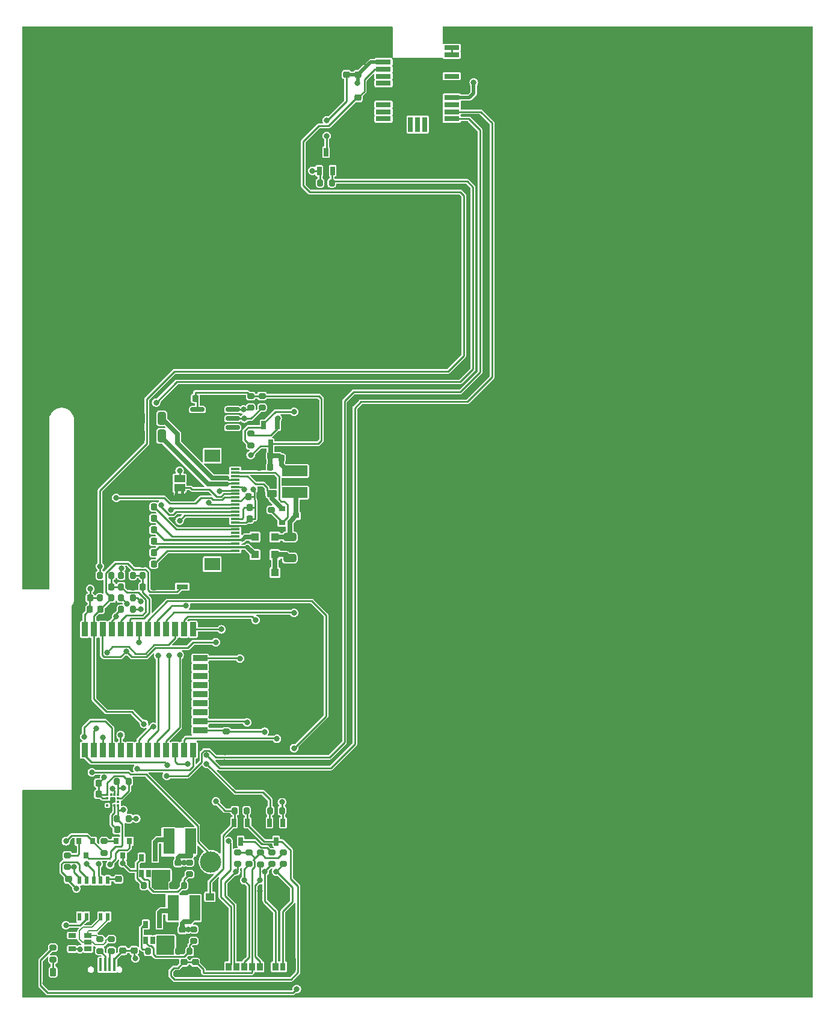
<source format=gbr>
%TF.GenerationSoftware,KiCad,Pcbnew,(5.99.0-10506-gb986797469)*%
%TF.CreationDate,2021-06-08T23:03:07+02:00*%
%TF.ProjectId,Navi_2_0,4e617669-5f32-45f3-902e-6b696361645f,rev?*%
%TF.SameCoordinates,Original*%
%TF.FileFunction,Copper,L4,Bot*%
%TF.FilePolarity,Positive*%
%FSLAX46Y46*%
G04 Gerber Fmt 4.6, Leading zero omitted, Abs format (unit mm)*
G04 Created by KiCad (PCBNEW (5.99.0-10506-gb986797469)) date 2021-06-08 23:03:07*
%MOMM*%
%LPD*%
G01*
G04 APERTURE LIST*
G04 Aperture macros list*
%AMRoundRect*
0 Rectangle with rounded corners*
0 $1 Rounding radius*
0 $2 $3 $4 $5 $6 $7 $8 $9 X,Y pos of 4 corners*
0 Add a 4 corners polygon primitive as box body*
4,1,4,$2,$3,$4,$5,$6,$7,$8,$9,$2,$3,0*
0 Add four circle primitives for the rounded corners*
1,1,$1+$1,$2,$3*
1,1,$1+$1,$4,$5*
1,1,$1+$1,$6,$7*
1,1,$1+$1,$8,$9*
0 Add four rect primitives between the rounded corners*
20,1,$1+$1,$2,$3,$4,$5,0*
20,1,$1+$1,$4,$5,$6,$7,0*
20,1,$1+$1,$6,$7,$8,$9,0*
20,1,$1+$1,$8,$9,$2,$3,0*%
G04 Aperture macros list end*
%TA.AperFunction,SMDPad,CuDef*%
%ADD10R,0.900000X2.000000*%
%TD*%
%TA.AperFunction,SMDPad,CuDef*%
%ADD11R,2.000000X0.900000*%
%TD*%
%TA.AperFunction,SMDPad,CuDef*%
%ADD12R,5.000000X5.000000*%
%TD*%
%TA.AperFunction,SMDPad,CuDef*%
%ADD13C,3.000000*%
%TD*%
%TA.AperFunction,SMDPad,CuDef*%
%ADD14R,3.000000X3.000000*%
%TD*%
%TA.AperFunction,SMDPad,CuDef*%
%ADD15RoundRect,0.225000X-0.225000X-0.250000X0.225000X-0.250000X0.225000X0.250000X-0.225000X0.250000X0*%
%TD*%
%TA.AperFunction,SMDPad,CuDef*%
%ADD16RoundRect,0.250000X-0.650000X0.325000X-0.650000X-0.325000X0.650000X-0.325000X0.650000X0.325000X0*%
%TD*%
%TA.AperFunction,SMDPad,CuDef*%
%ADD17RoundRect,0.225000X0.225000X0.250000X-0.225000X0.250000X-0.225000X-0.250000X0.225000X-0.250000X0*%
%TD*%
%TA.AperFunction,SMDPad,CuDef*%
%ADD18RoundRect,0.225000X-0.250000X0.225000X-0.250000X-0.225000X0.250000X-0.225000X0.250000X0.225000X0*%
%TD*%
%TA.AperFunction,SMDPad,CuDef*%
%ADD19R,1.100000X1.100000*%
%TD*%
%TA.AperFunction,SMDPad,CuDef*%
%ADD20RoundRect,0.250000X-0.325000X-0.650000X0.325000X-0.650000X0.325000X0.650000X-0.325000X0.650000X0*%
%TD*%
%TA.AperFunction,SMDPad,CuDef*%
%ADD21R,1.300000X0.300000*%
%TD*%
%TA.AperFunction,SMDPad,CuDef*%
%ADD22R,2.200000X1.800000*%
%TD*%
%TA.AperFunction,SMDPad,CuDef*%
%ADD23R,0.650000X1.220000*%
%TD*%
%TA.AperFunction,SMDPad,CuDef*%
%ADD24R,1.500000X1.000000*%
%TD*%
%TA.AperFunction,SMDPad,CuDef*%
%ADD25R,0.900000X0.800000*%
%TD*%
%TA.AperFunction,SMDPad,CuDef*%
%ADD26R,3.600000X1.500000*%
%TD*%
%TA.AperFunction,SMDPad,CuDef*%
%ADD27RoundRect,0.249998X0.450002X-0.262502X0.450002X0.262502X-0.450002X0.262502X-0.450002X-0.262502X0*%
%TD*%
%TA.AperFunction,SMDPad,CuDef*%
%ADD28RoundRect,0.200000X0.275000X-0.200000X0.275000X0.200000X-0.275000X0.200000X-0.275000X-0.200000X0*%
%TD*%
%TA.AperFunction,SMDPad,CuDef*%
%ADD29RoundRect,0.150000X0.825000X0.150000X-0.825000X0.150000X-0.825000X-0.150000X0.825000X-0.150000X0*%
%TD*%
%TA.AperFunction,SMDPad,CuDef*%
%ADD30R,0.510000X1.100000*%
%TD*%
%TA.AperFunction,SMDPad,CuDef*%
%ADD31R,0.850000X1.100000*%
%TD*%
%TA.AperFunction,SMDPad,CuDef*%
%ADD32R,0.750000X1.100000*%
%TD*%
%TA.AperFunction,SMDPad,CuDef*%
%ADD33R,1.200000X1.000000*%
%TD*%
%TA.AperFunction,SMDPad,CuDef*%
%ADD34R,1.170000X1.800000*%
%TD*%
%TA.AperFunction,SMDPad,CuDef*%
%ADD35R,1.900000X1.350000*%
%TD*%
%TA.AperFunction,SMDPad,CuDef*%
%ADD36R,1.550000X1.350000*%
%TD*%
%TA.AperFunction,SMDPad,CuDef*%
%ADD37R,0.400000X1.850000*%
%TD*%
%TA.AperFunction,SMDPad,CuDef*%
%ADD38R,1.690000X1.300000*%
%TD*%
%TA.AperFunction,SMDPad,CuDef*%
%ADD39R,1.650000X0.900000*%
%TD*%
%TA.AperFunction,SMDPad,CuDef*%
%ADD40R,2.150000X0.700000*%
%TD*%
%TA.AperFunction,SMDPad,CuDef*%
%ADD41R,0.700000X2.150000*%
%TD*%
%TA.AperFunction,SMDPad,CuDef*%
%ADD42RoundRect,0.225000X0.250000X-0.225000X0.250000X0.225000X-0.250000X0.225000X-0.250000X-0.225000X0*%
%TD*%
%TA.AperFunction,SMDPad,CuDef*%
%ADD43RoundRect,0.200000X0.200000X0.275000X-0.200000X0.275000X-0.200000X-0.275000X0.200000X-0.275000X0*%
%TD*%
%TA.AperFunction,SMDPad,CuDef*%
%ADD44R,1.500000X3.600000*%
%TD*%
%TA.AperFunction,SMDPad,CuDef*%
%ADD45R,1.060000X0.650000*%
%TD*%
%TA.AperFunction,SMDPad,CuDef*%
%ADD46R,0.650000X1.060000*%
%TD*%
%TA.AperFunction,SMDPad,CuDef*%
%ADD47RoundRect,0.200000X-0.275000X0.200000X-0.275000X-0.200000X0.275000X-0.200000X0.275000X0.200000X0*%
%TD*%
%TA.AperFunction,SMDPad,CuDef*%
%ADD48R,0.800000X0.900000*%
%TD*%
%TA.AperFunction,SMDPad,CuDef*%
%ADD49R,0.350000X0.325000*%
%TD*%
%TA.AperFunction,SMDPad,CuDef*%
%ADD50R,0.325000X0.350000*%
%TD*%
%TA.AperFunction,SMDPad,CuDef*%
%ADD51RoundRect,0.200000X-0.200000X-0.275000X0.200000X-0.275000X0.200000X0.275000X-0.200000X0.275000X0*%
%TD*%
%TA.AperFunction,SMDPad,CuDef*%
%ADD52R,1.600000X0.760000*%
%TD*%
%TA.AperFunction,SMDPad,CuDef*%
%ADD53RoundRect,0.212500X0.212500X-0.400000X0.212500X0.400000X-0.212500X0.400000X-0.212500X-0.400000X0*%
%TD*%
%TA.AperFunction,ViaPad*%
%ADD54C,0.800000*%
%TD*%
%TA.AperFunction,Conductor*%
%ADD55C,0.250000*%
%TD*%
%TA.AperFunction,Conductor*%
%ADD56C,0.650000*%
%TD*%
%TA.AperFunction,Conductor*%
%ADD57C,0.300000*%
%TD*%
%TA.AperFunction,Conductor*%
%ADD58C,0.500000*%
%TD*%
%TA.AperFunction,Conductor*%
%ADD59C,0.200000*%
%TD*%
G04 APERTURE END LIST*
%TO.C,JP1*%
G36*
X55800000Y-113000000D02*
G01*
X55400000Y-113000000D01*
X55400000Y-112500000D01*
X55800000Y-112500000D01*
X55800000Y-113000000D01*
G37*
G36*
X56600000Y-113000000D02*
G01*
X56200000Y-113000000D01*
X56200000Y-112500000D01*
X56600000Y-112500000D01*
X56600000Y-113000000D01*
G37*
%TD*%
D10*
%TO.P,U3,1,GND*%
%TO.N,GND*%
X41382500Y-132000000D03*
%TO.P,U3,2,VDD*%
%TO.N,+3V3*%
X42652500Y-132000000D03*
%TO.P,U3,3,EN*%
%TO.N,ESP_~RST*%
X43922500Y-132000000D03*
%TO.P,U3,4,SENSOR_VP*%
%TO.N,SD_nDET*%
X45192500Y-132000000D03*
%TO.P,U3,5,SENSOR_VN*%
%TO.N,EINK_STATE*%
X46462500Y-132000000D03*
%TO.P,U3,6,IO34*%
%TO.N,VBAT_ADC*%
X47732500Y-132000000D03*
%TO.P,U3,7,IO35*%
%TO.N,VIN_ADC*%
X49002500Y-132000000D03*
%TO.P,U3,8,IO32*%
%TO.N,GPS_VCC_nEN*%
X50272500Y-132000000D03*
%TO.P,U3,9,IO33*%
%TO.N,Net-(R18-Pad2)*%
X51542500Y-132000000D03*
%TO.P,U3,10,IO25*%
%TO.N,EINK_DC*%
X52812500Y-132000000D03*
%TO.P,U3,11,IO26*%
%TO.N,EINK_VCC_~EN*%
X54082500Y-132000000D03*
%TO.P,U3,12,IO27*%
%TO.N,Net-(SW2-Pad1)*%
X55352500Y-132000000D03*
%TO.P,U3,13,IO14*%
%TO.N,SD_CLK*%
X56622500Y-132000000D03*
%TO.P,U3,14,IO12*%
%TO.N,SD_DAT2*%
X57892500Y-132000000D03*
D11*
%TO.P,U3,15,GND*%
%TO.N,GND*%
X58892500Y-134785000D03*
%TO.P,U3,16,IO13*%
%TO.N,SD_DAT3*%
X58892500Y-136055000D03*
%TO.P,U3,17,SHD/SD2*%
%TO.N,unconnected-(U3-Pad17)*%
X58892500Y-137325000D03*
%TO.P,U3,18,SWP/SD3*%
%TO.N,unconnected-(U3-Pad18)*%
X58892500Y-138595000D03*
%TO.P,U3,19,SCS/CMD*%
%TO.N,unconnected-(U3-Pad19)*%
X58892500Y-139865000D03*
%TO.P,U3,20,SCK/CLK*%
%TO.N,unconnected-(U3-Pad20)*%
X58892500Y-141135000D03*
%TO.P,U3,21,SDO/SD0*%
%TO.N,unconnected-(U3-Pad21)*%
X58892500Y-142405000D03*
%TO.P,U3,22,SDI/SD1*%
%TO.N,unconnected-(U3-Pad22)*%
X58892500Y-143675000D03*
%TO.P,U3,23,IO15*%
%TO.N,SD_nCS*%
X58892500Y-144945000D03*
%TO.P,U3,24,IO2*%
%TO.N,SD_DAT0*%
X58892500Y-146215000D03*
D10*
%TO.P,U3,25,IO0*%
%TO.N,I2C_DAT*%
X57892500Y-149000000D03*
%TO.P,U3,26,IO4*%
%TO.N,SD_DAT1*%
X56622500Y-149000000D03*
%TO.P,U3,27,IO16*%
%TO.N,SD_VCC_nEN*%
X55352500Y-149000000D03*
%TO.P,U3,28,IO17*%
%TO.N,EINK_SPI_MOSI*%
X54082500Y-149000000D03*
%TO.P,U3,29,IO5*%
%TO.N,EINK_~CS*%
X52812500Y-149000000D03*
%TO.P,U3,30,IO18*%
%TO.N,EINK_SPI_CLK*%
X51542500Y-149000000D03*
%TO.P,U3,31,IO19*%
%TO.N,UART_GPS_RX*%
X50272500Y-149000000D03*
%TO.P,U3,32,NC*%
%TO.N,unconnected-(U3-Pad32)*%
X49002500Y-149000000D03*
%TO.P,U3,33,IO21*%
%TO.N,G_INT1*%
X47732500Y-149000000D03*
%TO.P,U3,34,RXD0/IO3*%
%TO.N,UART1_TX*%
X46462500Y-149000000D03*
%TO.P,U3,35,TXD0/IO1*%
%TO.N,UART1_RX*%
X45192500Y-149000000D03*
%TO.P,U3,36,IO22*%
%TO.N,I2C_CLK*%
X43922500Y-149000000D03*
%TO.P,U3,37,IO23*%
%TO.N,UART_GPS_TX*%
X42652500Y-149000000D03*
%TO.P,U3,38,GND*%
%TO.N,GND*%
X41382500Y-149000000D03*
D12*
%TO.P,U3,39,GND*%
X48882500Y-139500000D03*
%TD*%
D13*
%TO.P,J9,1,Pin_1*%
%TO.N,+BATT*%
X60400000Y-164700000D03*
%TD*%
D14*
%TO.P,J10,1,Pin_1*%
%TO.N,GND*%
X60400000Y-159200000D03*
%TD*%
D15*
%TO.P,C22,1*%
%TO.N,GND*%
X50825000Y-121200000D03*
%TO.P,C22,2*%
%TO.N,/PREVGL*%
X52375000Y-121200000D03*
%TD*%
D16*
%TO.P,C13,1*%
%TO.N,Net-(C13-Pad1)*%
X71500000Y-119025000D03*
%TO.P,C13,2*%
%TO.N,Net-(C13-Pad2)*%
X71500000Y-121975000D03*
%TD*%
D17*
%TO.P,C16,1*%
%TO.N,EINK_VCC*%
X68775000Y-107600000D03*
%TO.P,C16,2*%
%TO.N,GND*%
X67225000Y-107600000D03*
%TD*%
D15*
%TO.P,C17,1*%
%TO.N,EINK_VCC*%
X58225000Y-99500000D03*
%TO.P,C17,2*%
%TO.N,GND*%
X59775000Y-99500000D03*
%TD*%
%TO.P,C21,1*%
%TO.N,GND*%
X50825000Y-118000000D03*
%TO.P,C21,2*%
%TO.N,/PREVGH*%
X52375000Y-118000000D03*
%TD*%
D18*
%TO.P,C20,1*%
%TO.N,Net-(C20-Pad1)*%
X47400000Y-167125000D03*
%TO.P,C20,2*%
%TO.N,GND*%
X47400000Y-168675000D03*
%TD*%
D19*
%TO.P,D4,1,K*%
%TO.N,GND*%
X66600000Y-124000000D03*
%TO.P,D4,2,A*%
%TO.N,Net-(C13-Pad2)*%
X69400000Y-124000000D03*
%TD*%
D20*
%TO.P,C24,1*%
%TO.N,GND*%
X50525000Y-102300000D03*
%TO.P,C24,2*%
%TO.N,Net-(C24-Pad2)*%
X53475000Y-102300000D03*
%TD*%
%TO.P,C25,1*%
%TO.N,GND*%
X50525000Y-104800000D03*
%TO.P,C25,2*%
%TO.N,Net-(C25-Pad2)*%
X53475000Y-104800000D03*
%TD*%
D15*
%TO.P,C26,1*%
%TO.N,EINK_VCC*%
X65825000Y-116500000D03*
%TO.P,C26,2*%
%TO.N,GND*%
X67375000Y-116500000D03*
%TD*%
%TO.P,C27,1*%
%TO.N,GND*%
X50850000Y-114800000D03*
%TO.P,C27,2*%
%TO.N,Net-(C27-Pad2)*%
X52400000Y-114800000D03*
%TD*%
%TO.P,C28,1*%
%TO.N,GND*%
X50825000Y-116400000D03*
%TO.P,C28,2*%
%TO.N,Net-(C28-Pad2)*%
X52375000Y-116400000D03*
%TD*%
%TO.P,C29,1*%
%TO.N,GND*%
X50825000Y-119600000D03*
%TO.P,C29,2*%
%TO.N,Net-(C29-Pad2)*%
X52375000Y-119600000D03*
%TD*%
D19*
%TO.P,D3,1,K*%
%TO.N,Net-(C13-Pad2)*%
X69400000Y-121500000D03*
%TO.P,D3,2,A*%
%TO.N,/PREVGL*%
X66600000Y-121500000D03*
%TD*%
%TO.P,D5,1,K*%
%TO.N,/PREVGH*%
X66600000Y-119000000D03*
%TO.P,D5,2,A*%
%TO.N,Net-(C13-Pad1)*%
X69400000Y-119000000D03*
%TD*%
D21*
%TO.P,J2,1,Pin_1*%
%TO.N,Net-(C30-Pad2)*%
X63850000Y-120950000D03*
%TO.P,J2,2,Pin_2*%
%TO.N,/PREVGL*%
X63850000Y-120450000D03*
%TO.P,J2,3,Pin_3*%
%TO.N,Net-(C29-Pad2)*%
X63850000Y-119950000D03*
%TO.P,J2,4,Pin_4*%
%TO.N,/PREVGH*%
X63850000Y-119450000D03*
%TO.P,J2,5,Pin_5*%
%TO.N,Net-(C28-Pad2)*%
X63850000Y-118950000D03*
%TO.P,J2,6,Pin_6*%
%TO.N,unconnected-(J2-Pad6)*%
X63850000Y-118450000D03*
%TO.P,J2,7,Pin_7*%
%TO.N,Net-(C27-Pad2)*%
X63850000Y-117950000D03*
%TO.P,J2,8,Pin_8*%
%TO.N,GND*%
X63850000Y-117450000D03*
%TO.P,J2,9,Pin_9*%
%TO.N,EINK_VCC*%
X63850000Y-116950000D03*
%TO.P,J2,10,Pin_10*%
X63850000Y-116450000D03*
%TO.P,J2,11,Pin_11*%
%TO.N,EINK_SPI_MOSI*%
X63850000Y-115950000D03*
%TO.P,J2,12,Pin_12*%
%TO.N,EINK_SPI_CLK*%
X63850000Y-115450000D03*
%TO.P,J2,13,Pin_13*%
%TO.N,EINK_~CS*%
X63850000Y-114950000D03*
%TO.P,J2,14,Pin_14*%
%TO.N,EINK_DC*%
X63850000Y-114450000D03*
%TO.P,J2,15,Pin_15*%
%TO.N,EINK_VCC*%
X63850000Y-113950000D03*
%TO.P,J2,16,Pin_16*%
%TO.N,EINK_STATE*%
X63850000Y-113450000D03*
%TO.P,J2,17,Pin_17*%
%TO.N,Net-(J2-Pad17)*%
X63850000Y-112950000D03*
%TO.P,J2,18,Pin_18*%
%TO.N,Net-(J2-Pad18)*%
X63850000Y-112450000D03*
%TO.P,J2,19,Pin_19*%
%TO.N,Net-(J2-Pad19)*%
X63850000Y-111950000D03*
%TO.P,J2,20,Pin_20*%
%TO.N,Net-(C25-Pad2)*%
X63850000Y-111450000D03*
%TO.P,J2,21,Pin_21*%
%TO.N,Net-(C24-Pad2)*%
X63850000Y-110950000D03*
%TO.P,J2,22,Pin_22*%
%TO.N,/RESE*%
X63850000Y-110450000D03*
%TO.P,J2,23,Pin_23*%
%TO.N,/GDR*%
X63850000Y-109950000D03*
%TO.P,J2,24,Pin_24*%
%TO.N,unconnected-(J2-Pad24)*%
X63850000Y-109450000D03*
D22*
%TO.P,J2,MP*%
%TO.N,N/C*%
X60600000Y-107550000D03*
X60600000Y-122850000D03*
%TD*%
D15*
%TO.P,C30,1*%
%TO.N,GND*%
X50825000Y-122800000D03*
%TO.P,C30,2*%
%TO.N,Net-(C30-Pad2)*%
X52375000Y-122800000D03*
%TD*%
D23*
%TO.P,Q1,1,G*%
%TO.N,EINK_VCC_~EN*%
X67850000Y-103290000D03*
%TO.P,Q1,2,S*%
%TO.N,+3V3*%
X69750000Y-103290000D03*
%TO.P,Q1,3,D*%
%TO.N,EINK_VCC*%
X68800000Y-105910000D03*
%TD*%
D24*
%TO.P,JP1,1,A*%
%TO.N,GND*%
X56000000Y-113400000D03*
%TO.P,JP1,2,C*%
%TO.N,Net-(J2-Pad17)*%
X56000000Y-112100000D03*
%TO.P,JP1,3,B*%
%TO.N,+3V3*%
X56000000Y-110800000D03*
%TD*%
D25*
%TO.P,Q2,1,G*%
%TO.N,/GDR*%
X70400000Y-116950000D03*
%TO.P,Q2,2,S*%
%TO.N,/RESE*%
X70400000Y-115050000D03*
%TO.P,Q2,3,D*%
%TO.N,Net-(C13-Pad1)*%
X72400000Y-116000000D03*
%TD*%
D26*
%TO.P,L3,1,1*%
%TO.N,EINK_VCC*%
X72200000Y-109725000D03*
%TO.P,L3,2,2*%
%TO.N,Net-(C13-Pad1)*%
X72200000Y-112775000D03*
%TD*%
D27*
%TO.P,R28,1*%
%TO.N,/RESE*%
X69000000Y-112912500D03*
%TO.P,R28,2*%
%TO.N,GND*%
X69000000Y-111087500D03*
%TD*%
D28*
%TO.P,R27,1*%
%TO.N,EINK_VCC_~EN*%
X66000000Y-106125000D03*
%TO.P,R27,2*%
%TO.N,+3V3*%
X66000000Y-104475000D03*
%TD*%
D29*
%TO.P,U7,1,SDA*%
%TO.N,Net-(J2-Pad18)*%
X63475000Y-101095000D03*
%TO.P,U7,2,SCL*%
%TO.N,Net-(J2-Pad19)*%
X63475000Y-102365000D03*
%TO.P,U7,3,TOUT*%
%TO.N,unconnected-(U7-Pad3)*%
X63475000Y-103635000D03*
%TO.P,U7,4,GND*%
%TO.N,GND*%
X63475000Y-104905000D03*
%TO.P,U7,5,A2*%
X58525000Y-104905000D03*
%TO.P,U7,6,A1*%
X58525000Y-103635000D03*
%TO.P,U7,7,A0*%
X58525000Y-102365000D03*
%TO.P,U7,8,VDD*%
%TO.N,EINK_VCC*%
X58525000Y-101095000D03*
%TD*%
D28*
%TO.P,R29,1*%
%TO.N,GND*%
X68900000Y-116825000D03*
%TO.P,R29,2*%
%TO.N,/GDR*%
X68900000Y-115175000D03*
%TD*%
%TO.P,R30,1*%
%TO.N,Net-(J2-Pad19)*%
X67600000Y-100825000D03*
%TO.P,R30,2*%
%TO.N,EINK_VCC*%
X67600000Y-99175000D03*
%TD*%
D18*
%TO.P,C9,1*%
%TO.N,+5V*%
X40400000Y-167125000D03*
%TO.P,C9,2*%
%TO.N,GND*%
X40400000Y-168675000D03*
%TD*%
D30*
%TO.P,U4,1,UD+*%
%TO.N,/USB_D+*%
X45900000Y-172400000D03*
%TO.P,U4,2,UD-*%
%TO.N,/USB_D-*%
X44900000Y-172400000D03*
%TO.P,U4,3,GND*%
%TO.N,GND*%
X43900000Y-172400000D03*
%TO.P,U4,4,~DTR*%
%TO.N,Net-(Q5-Pad2)*%
X42900000Y-172400000D03*
%TO.P,U4,5,~CTS*%
%TO.N,unconnected-(U4-Pad5)*%
X41900000Y-172400000D03*
%TO.P,U4,6,~RTS*%
%TO.N,Net-(Q4-Pad2)*%
X41900000Y-167300000D03*
%TO.P,U4,7,VCC*%
%TO.N,+5V*%
X42900000Y-167300000D03*
%TO.P,U4,8,TXD*%
%TO.N,UART1_TX*%
X43900000Y-167300000D03*
%TO.P,U4,9,RXD*%
%TO.N,UART1_RX*%
X44900000Y-167300000D03*
%TO.P,U4,10,V3*%
%TO.N,Net-(C20-Pad1)*%
X45900000Y-167300000D03*
D14*
%TO.P,U4,PAD,GND*%
%TO.N,GND*%
X43900000Y-169850000D03*
%TD*%
D31*
%TO.P,J27,1,DAT2*%
%TO.N,SD_DAT2*%
X62895000Y-179450000D03*
%TO.P,J27,2,DAT3/CD*%
%TO.N,SD_DAT3*%
X63995000Y-179450000D03*
%TO.P,J27,3,CMD*%
%TO.N,SD_nCS*%
X65095000Y-179450000D03*
%TO.P,J27,4,VDD*%
%TO.N,Net-(C18-Pad1)*%
X66195000Y-179450000D03*
%TO.P,J27,5,CLK*%
%TO.N,SD_CLK*%
X67295000Y-179450000D03*
%TO.P,J27,6,VSS*%
%TO.N,GND*%
X68395000Y-179450000D03*
%TO.P,J27,7,DAT0*%
%TO.N,SD_DAT0*%
X69495000Y-179450000D03*
D32*
%TO.P,J27,8,DAT1*%
%TO.N,SD_DAT1*%
X70545000Y-179450000D03*
D33*
%TO.P,J27,9,DET_B*%
%TO.N,GND*%
X60260000Y-173300000D03*
%TO.P,J27,10,DET_A*%
%TO.N,SD_nDET*%
X60260000Y-169600000D03*
D34*
%TO.P,J27,11,SHIELD*%
%TO.N,GND*%
X71755000Y-179100000D03*
D35*
X63760000Y-168625000D03*
X69730000Y-168625000D03*
D36*
X60435000Y-179325000D03*
%TD*%
D37*
%TO.P,J1,1,VBUS*%
%TO.N,+5V*%
X46800000Y-179165000D03*
%TO.P,J1,2,D-*%
%TO.N,Net-(J1-Pad2)*%
X46150000Y-179165000D03*
%TO.P,J1,3,D+*%
%TO.N,Net-(J1-Pad3)*%
X45500000Y-179165000D03*
%TO.P,J1,4,ID*%
%TO.N,unconnected-(J1-Pad4)*%
X44850000Y-179165000D03*
%TO.P,J1,5,GND*%
%TO.N,GND*%
X44200000Y-179165000D03*
D38*
%TO.P,J1,6,Shield*%
X49615000Y-182000000D03*
D39*
X49525000Y-179640000D03*
D38*
X41385000Y-182000000D03*
D39*
X41475000Y-179640000D03*
%TD*%
D28*
%TO.P,R31,1*%
%TO.N,Net-(J2-Pad18)*%
X66000000Y-100825000D03*
%TO.P,R31,2*%
%TO.N,EINK_VCC*%
X66000000Y-99175000D03*
%TD*%
D40*
%TO.P,U5,1*%
%TO.N,N/C*%
X84700000Y-60200000D03*
%TO.P,U5,2,3D_FIX*%
%TO.N,unconnected-(U5-Pad2)*%
X84700000Y-59200000D03*
%TO.P,U5,3,I2C_SDA*%
%TO.N,unconnected-(U5-Pad3)*%
X84700000Y-58200000D03*
%TO.P,U5,4,GND*%
%TO.N,GND*%
X84700000Y-57200000D03*
%TO.P,U5,5,GND*%
X84700000Y-56200000D03*
%TO.P,U5,6,I2C_SCL*%
%TO.N,unconnected-(U5-Pad6)*%
X84700000Y-55200000D03*
%TO.P,U5,7,EXTINT0*%
%TO.N,unconnected-(U5-Pad7)*%
X84700000Y-54200000D03*
%TO.P,U5,8,V_BCKP*%
%TO.N,+BATT*%
X84700000Y-53200000D03*
%TO.P,U5,9,VCC*%
%TO.N,GPS_SUPPLY*%
X84700000Y-52200000D03*
%TO.P,U5,10,GND*%
%TO.N,GND*%
X84700000Y-51200000D03*
%TO.P,U5,11,GND*%
X84700000Y-50200000D03*
%TO.P,U5,12,GND*%
X84700000Y-49200000D03*
%TO.P,U5,13,GND*%
X84700000Y-48050000D03*
%TO.P,U5,14,GND*%
X94300000Y-48050000D03*
%TO.P,U5,15,GND*%
X94300000Y-49200000D03*
%TO.P,U5,16,RF_OUT*%
%TO.N,Net-(U5-Pad16)*%
X94300000Y-50200000D03*
%TO.P,U5,17,RF_IN*%
X94300000Y-51200000D03*
%TO.P,U5,18,GND*%
%TO.N,GND*%
X94300000Y-52200000D03*
%TO.P,U5,19,GND*%
X94300000Y-53200000D03*
%TO.P,U5,20,JAM_DET*%
%TO.N,unconnected-(U5-Pad20)*%
X94300000Y-54200000D03*
%TO.P,U5,21,GND*%
%TO.N,GND*%
X94300000Y-55200000D03*
%TO.P,U5,22,GND*%
X94300000Y-56200000D03*
%TO.P,U5,23,~RESET*%
%TO.N,GPS_SUPPLY*%
X94300000Y-57200000D03*
%TO.P,U5,24,GEO_FENCE*%
%TO.N,unconnected-(U5-Pad24)*%
X94300000Y-58200000D03*
%TO.P,U5,25,TXD1*%
%TO.N,UART_GPS_RX*%
X94300000Y-59200000D03*
%TO.P,U5,26,RXD1*%
%TO.N,UART_GPS_TX*%
X94300000Y-60200000D03*
D41*
%TO.P,U5,27,GND*%
%TO.N,GND*%
X91500000Y-61000000D03*
%TO.P,U5,28,FORCE_ON*%
%TO.N,unconnected-(U5-Pad28)*%
X90500000Y-61000000D03*
%TO.P,U5,29,TIMEPULSE*%
%TO.N,unconnected-(U5-Pad29)*%
X89500000Y-61000000D03*
%TO.P,U5,30,ANTON*%
%TO.N,unconnected-(U5-Pad30)*%
X88500000Y-61000000D03*
%TO.P,U5,31,GND*%
%TO.N,GND*%
X87500000Y-61000000D03*
%TD*%
D42*
%TO.P,C1,1*%
%TO.N,+5V*%
X54800000Y-175775000D03*
%TO.P,C1,2*%
%TO.N,GND*%
X54800000Y-174225000D03*
%TD*%
%TO.P,C2,1*%
%TO.N,+BATT*%
X54200000Y-166375000D03*
%TO.P,C2,2*%
%TO.N,GND*%
X54200000Y-164825000D03*
%TD*%
D28*
%TO.P,R37,1*%
%TO.N,SD_nCS*%
X65800000Y-165025000D03*
%TO.P,R37,2*%
%TO.N,Net-(C18-Pad1)*%
X65800000Y-163375000D03*
%TD*%
D43*
%TO.P,R21,1*%
%TO.N,+3V3*%
X48825000Y-153400000D03*
%TO.P,R21,2*%
%TO.N,I2C_CLK*%
X47175000Y-153400000D03*
%TD*%
D44*
%TO.P,L1,1,1*%
%TO.N,Net-(L1-Pad1)*%
X55075000Y-171200000D03*
%TO.P,L1,2,2*%
%TO.N,+BATT*%
X58125000Y-171200000D03*
%TD*%
D18*
%TO.P,C32,1*%
%TO.N,GND*%
X81100000Y-52425000D03*
%TO.P,C32,2*%
%TO.N,GPS_SUPPLY*%
X81100000Y-53975000D03*
%TD*%
D45*
%TO.P,D1,1,IO1*%
%TO.N,+5V*%
X40900000Y-176950000D03*
%TO.P,D1,2,GND*%
%TO.N,GND*%
X40900000Y-176000000D03*
%TO.P,D1,3,IO2*%
%TO.N,unconnected-(D1-Pad3)*%
X40900000Y-175050000D03*
%TO.P,D1,4,IO3*%
%TO.N,/USB_D+*%
X43100000Y-175050000D03*
%TO.P,D1,5,IO4*%
%TO.N,/USB_D-*%
X43100000Y-176000000D03*
%TO.P,D1,6,IO5*%
%TO.N,unconnected-(D1-Pad6)*%
X43100000Y-176950000D03*
%TD*%
D18*
%TO.P,C11,1*%
%TO.N,+3V3*%
X55800000Y-164825000D03*
%TO.P,C11,2*%
%TO.N,GND*%
X55800000Y-166375000D03*
%TD*%
D15*
%TO.P,C15,1*%
%TO.N,Net-(C15-Pad1)*%
X47225000Y-160200000D03*
%TO.P,C15,2*%
%TO.N,GND*%
X48775000Y-160200000D03*
%TD*%
D28*
%TO.P,R39,1*%
%TO.N,SD_DAT1*%
X70600000Y-165025000D03*
%TO.P,R39,2*%
%TO.N,Net-(C18-Pad1)*%
X70600000Y-163375000D03*
%TD*%
D43*
%TO.P,R14,1*%
%TO.N,VIN_ADC*%
X49425000Y-124400000D03*
%TO.P,R14,2*%
%TO.N,+5V*%
X47775000Y-124400000D03*
%TD*%
D46*
%TO.P,U2,1,EN*%
%TO.N,ESP_~RST*%
X50650000Y-164100000D03*
%TO.P,U2,2,GND*%
%TO.N,GND*%
X51600000Y-164100000D03*
%TO.P,U2,3,SW*%
%TO.N,Net-(L2-Pad1)*%
X52550000Y-164100000D03*
%TO.P,U2,4,IN*%
%TO.N,+BATT*%
X52550000Y-166300000D03*
%TO.P,U2,5,NC*%
%TO.N,unconnected-(U2-Pad5)*%
X51600000Y-166300000D03*
%TO.P,U2,6,FB*%
%TO.N,Net-(R12-Pad2)*%
X50650000Y-166300000D03*
%TD*%
D28*
%TO.P,R5,1*%
%TO.N,Net-(J1-Pad2)*%
X46400000Y-177225000D03*
%TO.P,R5,2*%
%TO.N,/USB_D-*%
X46400000Y-175575000D03*
%TD*%
D18*
%TO.P,C31,1*%
%TO.N,+BATT*%
X81100000Y-57225000D03*
%TO.P,C31,2*%
%TO.N,GND*%
X81100000Y-58775000D03*
%TD*%
D43*
%TO.P,R15,1*%
%TO.N,GND*%
X52425000Y-124400000D03*
%TO.P,R15,2*%
%TO.N,VIN_ADC*%
X50775000Y-124400000D03*
%TD*%
D23*
%TO.P,Q3,1,G*%
%TO.N,GPS_VCC_nEN*%
X77550000Y-67510000D03*
%TO.P,Q3,2,S*%
%TO.N,+3V3*%
X75650000Y-67510000D03*
%TO.P,Q3,3,D*%
%TO.N,GPS_SUPPLY*%
X76600000Y-64890000D03*
%TD*%
D15*
%TO.P,C36,1*%
%TO.N,EINK_VCC*%
X70325000Y-107900000D03*
%TO.P,C36,2*%
%TO.N,GND*%
X71875000Y-107900000D03*
%TD*%
%TO.P,C4,1*%
%TO.N,ESP_~RST*%
X44825000Y-129200000D03*
%TO.P,C4,2*%
%TO.N,GND*%
X46375000Y-129200000D03*
%TD*%
D46*
%TO.P,U1,1,EN*%
%TO.N,Net-(R2-Pad1)*%
X51250000Y-173500000D03*
%TO.P,U1,2,GND*%
%TO.N,GND*%
X52200000Y-173500000D03*
%TO.P,U1,3,SW*%
%TO.N,Net-(L1-Pad1)*%
X53150000Y-173500000D03*
%TO.P,U1,4,IN*%
%TO.N,+5V*%
X53150000Y-175700000D03*
%TO.P,U1,5,NC*%
%TO.N,unconnected-(U1-Pad5)*%
X52200000Y-175700000D03*
%TO.P,U1,6,FB*%
%TO.N,Net-(R10-Pad2)*%
X51250000Y-175700000D03*
%TD*%
D15*
%TO.P,C14,1*%
%TO.N,GND*%
X43025000Y-155200000D03*
%TO.P,C14,2*%
%TO.N,+3V3*%
X44575000Y-155200000D03*
%TD*%
D43*
%TO.P,R9,1*%
%TO.N,GND*%
X49425000Y-126000000D03*
%TO.P,R9,2*%
%TO.N,VBAT_ADC*%
X47775000Y-126000000D03*
%TD*%
D15*
%TO.P,C35,1*%
%TO.N,EINK_VCC*%
X65825000Y-114900000D03*
%TO.P,C35,2*%
%TO.N,GND*%
X67375000Y-114900000D03*
%TD*%
D43*
%TO.P,R32,1*%
%TO.N,GPS_VCC_nEN*%
X77425000Y-69200000D03*
%TO.P,R32,2*%
%TO.N,+3V3*%
X75775000Y-69200000D03*
%TD*%
D17*
%TO.P,C12,1*%
%TO.N,GND*%
X52375000Y-126000000D03*
%TO.P,C12,2*%
%TO.N,VIN_ADC*%
X50825000Y-126000000D03*
%TD*%
D47*
%TO.P,R12,1*%
%TO.N,+3V3*%
X57400000Y-164775000D03*
%TO.P,R12,2*%
%TO.N,Net-(R12-Pad2)*%
X57400000Y-166425000D03*
%TD*%
D48*
%TO.P,Q5,1,B*%
%TO.N,Net-(Q5-Pad1)*%
X41850000Y-161800000D03*
%TO.P,Q5,2,E*%
%TO.N,Net-(Q5-Pad2)*%
X43750000Y-161800000D03*
%TO.P,Q5,3,C*%
%TO.N,I2C_DAT*%
X42800000Y-163800000D03*
%TD*%
D49*
%TO.P,U6,1,SCL*%
%TO.N,I2C_CLK*%
X47362500Y-155250000D03*
%TO.P,U6,2,CS*%
%TO.N,+3V3*%
X47362500Y-155750000D03*
%TO.P,U6,3,RES*%
%TO.N,unconnected-(U6-Pad3)*%
X47362500Y-156250000D03*
%TO.P,U6,4,SDA*%
%TO.N,I2C_DAT*%
X47362500Y-156750000D03*
D50*
%TO.P,U6,5,C1*%
%TO.N,Net-(C15-Pad1)*%
X46850000Y-156762500D03*
%TO.P,U6,6,GND*%
%TO.N,GND*%
X46350000Y-156762500D03*
D49*
%TO.P,U6,7,INT_MAG*%
%TO.N,unconnected-(U6-Pad7)*%
X45837500Y-156750000D03*
%TO.P,U6,8,GND*%
%TO.N,GND*%
X45837500Y-156250000D03*
%TO.P,U6,9,VDD*%
%TO.N,+3V3*%
X45837500Y-155750000D03*
%TO.P,U6,10,VDD_IO*%
X45837500Y-155250000D03*
D50*
%TO.P,U6,11,INT2_XL*%
%TO.N,unconnected-(U6-Pad11)*%
X46350000Y-155237500D03*
%TO.P,U6,12,INT1_XL*%
%TO.N,G_INT1*%
X46850000Y-155237500D03*
%TD*%
D42*
%TO.P,C19,1*%
%TO.N,GND*%
X58200000Y-180375000D03*
%TO.P,C19,2*%
%TO.N,Net-(C18-Pad1)*%
X58200000Y-178825000D03*
%TD*%
D51*
%TO.P,R6,1*%
%TO.N,SD_nDET*%
X47775000Y-127600000D03*
%TO.P,R6,2*%
%TO.N,+3V3*%
X49425000Y-127600000D03*
%TD*%
D18*
%TO.P,C18,1*%
%TO.N,Net-(C18-Pad1)*%
X56600000Y-178825000D03*
%TO.P,C18,2*%
%TO.N,GND*%
X56600000Y-180375000D03*
%TD*%
D17*
%TO.P,C5,1*%
%TO.N,+3V3*%
X43375000Y-129200000D03*
%TO.P,C5,2*%
%TO.N,GND*%
X41825000Y-129200000D03*
%TD*%
D48*
%TO.P,Q4,1,B*%
%TO.N,Net-(Q4-Pad1)*%
X47050000Y-161800000D03*
%TO.P,Q4,2,E*%
%TO.N,Net-(Q4-Pad2)*%
X48950000Y-161800000D03*
%TO.P,Q4,3,C*%
%TO.N,ESP_~RST*%
X48000000Y-163800000D03*
%TD*%
D28*
%TO.P,R36,1*%
%TO.N,SD_DAT3*%
X64200000Y-165000000D03*
%TO.P,R36,2*%
%TO.N,Net-(C18-Pad1)*%
X64200000Y-163350000D03*
%TD*%
D43*
%TO.P,R33,1*%
%TO.N,+3V3*%
X70400000Y-157500000D03*
%TO.P,R33,2*%
%TO.N,SD_VCC_nEN*%
X68750000Y-157500000D03*
%TD*%
D23*
%TO.P,Q6,1,G*%
%TO.N,SD_VCC_nEN*%
X68650000Y-159190000D03*
%TO.P,Q6,2,S*%
%TO.N,+3V3*%
X70550000Y-159190000D03*
%TO.P,Q6,3,D*%
%TO.N,Net-(C18-Pad1)*%
X69600000Y-161810000D03*
%TD*%
D17*
%TO.P,C23,1*%
%TO.N,+3V3*%
X44575000Y-153600000D03*
%TO.P,C23,2*%
%TO.N,GND*%
X43025000Y-153600000D03*
%TD*%
D28*
%TO.P,R4,1*%
%TO.N,Net-(J1-Pad3)*%
X44800000Y-177225000D03*
%TO.P,R4,2*%
%TO.N,/USB_D+*%
X44800000Y-175575000D03*
%TD*%
D52*
%TO.P,SW1,1,1*%
%TO.N,GND*%
X64010000Y-126000000D03*
%TO.P,SW1,2,2*%
%TO.N,ESP_~RST*%
X56390000Y-126000000D03*
%TD*%
D28*
%TO.P,R38,1*%
%TO.N,SD_CLK*%
X67400000Y-165050000D03*
%TO.P,R38,2*%
%TO.N,Net-(C18-Pad1)*%
X67400000Y-163400000D03*
%TD*%
D43*
%TO.P,R1,1*%
%TO.N,ESP_~RST*%
X46425000Y-127600000D03*
%TO.P,R1,2*%
%TO.N,+3V3*%
X44775000Y-127600000D03*
%TD*%
%TO.P,R8,1*%
%TO.N,VBAT_ADC*%
X46425000Y-124400000D03*
%TO.P,R8,2*%
%TO.N,+BATT*%
X44775000Y-124400000D03*
%TD*%
D47*
%TO.P,R10,1*%
%TO.N,+BATT*%
X58000000Y-174175000D03*
%TO.P,R10,2*%
%TO.N,Net-(R10-Pad2)*%
X58000000Y-175825000D03*
%TD*%
D28*
%TO.P,R18,1*%
%TO.N,Net-(D2-Pad2)*%
X38200000Y-178425000D03*
%TO.P,R18,2*%
%TO.N,Net-(R18-Pad2)*%
X38200000Y-176775000D03*
%TD*%
D47*
%TO.P,R35,1*%
%TO.N,Net-(Q7-Pad3)*%
X69000000Y-163375000D03*
%TO.P,R35,2*%
%TO.N,SD_DAT0*%
X69000000Y-165025000D03*
%TD*%
D51*
%TO.P,R2,1*%
%TO.N,Net-(R2-Pad1)*%
X51550000Y-177300000D03*
%TO.P,R2,2*%
%TO.N,+5V*%
X53200000Y-177300000D03*
%TD*%
D18*
%TO.P,C33,1*%
%TO.N,GND*%
X79500000Y-52425000D03*
%TO.P,C33,2*%
%TO.N,GPS_SUPPLY*%
X79500000Y-53975000D03*
%TD*%
D51*
%TO.P,R23,1*%
%TO.N,SD_nDET*%
X63775000Y-157500000D03*
%TO.P,R23,2*%
%TO.N,Net-(C18-Pad1)*%
X65425000Y-157500000D03*
%TD*%
D28*
%TO.P,R17,1*%
%TO.N,GND*%
X62600000Y-148025000D03*
%TO.P,R17,2*%
%TO.N,SD_DAT0*%
X62600000Y-146375000D03*
%TD*%
D17*
%TO.P,C37,1*%
%TO.N,EINK_VCC*%
X68775000Y-109200000D03*
%TO.P,C37,2*%
%TO.N,GND*%
X67225000Y-109200000D03*
%TD*%
D53*
%TO.P,D2,1,K*%
%TO.N,GND*%
X38200000Y-181812500D03*
%TO.P,D2,2,A*%
%TO.N,Net-(D2-Pad2)*%
X38200000Y-180187500D03*
%TD*%
D43*
%TO.P,R7,1*%
%TO.N,+3V3*%
X49425000Y-129200000D03*
%TO.P,R7,2*%
%TO.N,EINK_STATE*%
X47775000Y-129200000D03*
%TD*%
D15*
%TO.P,C34,1*%
%TO.N,EINK_VCC*%
X65725000Y-113300000D03*
%TO.P,C34,2*%
%TO.N,GND*%
X67275000Y-113300000D03*
%TD*%
D51*
%TO.P,R3,1*%
%TO.N,ESP_~RST*%
X50975000Y-168000000D03*
%TO.P,R3,2*%
%TO.N,+BATT*%
X52625000Y-168000000D03*
%TD*%
D17*
%TO.P,C3,1*%
%TO.N,+3V3*%
X43400000Y-127600000D03*
%TO.P,C3,2*%
%TO.N,GND*%
X41850000Y-127600000D03*
%TD*%
D47*
%TO.P,R19,1*%
%TO.N,Net-(Q4-Pad1)*%
X45400000Y-161775000D03*
%TO.P,R19,2*%
%TO.N,Net-(Q5-Pad2)*%
X45400000Y-163425000D03*
%TD*%
%TO.P,R20,1*%
%TO.N,Net-(Q5-Pad1)*%
X40200000Y-163775000D03*
%TO.P,R20,2*%
%TO.N,Net-(Q4-Pad2)*%
X40200000Y-165425000D03*
%TD*%
D23*
%TO.P,Q7,1,G*%
%TO.N,SD_nDET*%
X63650000Y-159190000D03*
%TO.P,Q7,2,S*%
%TO.N,Net-(C18-Pad1)*%
X65550000Y-159190000D03*
%TO.P,Q7,3,D*%
%TO.N,Net-(Q7-Pad3)*%
X64600000Y-161810000D03*
%TD*%
D18*
%TO.P,C10,1*%
%TO.N,+BATT*%
X56400000Y-174225000D03*
%TO.P,C10,2*%
%TO.N,GND*%
X56400000Y-175775000D03*
%TD*%
D15*
%TO.P,C8,1*%
%TO.N,GND*%
X44850000Y-126000000D03*
%TO.P,C8,2*%
%TO.N,VBAT_ADC*%
X46400000Y-126000000D03*
%TD*%
D18*
%TO.P,C6,1*%
%TO.N,GND*%
X48000000Y-175625000D03*
%TO.P,C6,2*%
%TO.N,+5V*%
X48000000Y-177175000D03*
%TD*%
%TO.P,C7,1*%
%TO.N,GND*%
X49600000Y-175625000D03*
%TO.P,C7,2*%
%TO.N,+5V*%
X49600000Y-177175000D03*
%TD*%
D51*
%TO.P,R16,1*%
%TO.N,I2C_DAT*%
X47175000Y-158600000D03*
%TO.P,R16,2*%
%TO.N,+3V3*%
X48825000Y-158600000D03*
%TD*%
D44*
%TO.P,L2,1,1*%
%TO.N,Net-(L2-Pad1)*%
X54475000Y-161800000D03*
%TO.P,L2,2,2*%
%TO.N,+3V3*%
X57525000Y-161800000D03*
%TD*%
D51*
%TO.P,R13,1*%
%TO.N,GND*%
X54975000Y-168000000D03*
%TO.P,R13,2*%
%TO.N,Net-(R12-Pad2)*%
X56625000Y-168000000D03*
%TD*%
%TO.P,R11,1*%
%TO.N,GND*%
X55775000Y-177300000D03*
%TO.P,R11,2*%
%TO.N,Net-(R10-Pad2)*%
X57425000Y-177300000D03*
%TD*%
D54*
%TO.N,GND*%
X65400000Y-126000000D03*
X67999926Y-110724020D03*
X43400000Y-125200000D03*
X34450000Y-75000000D03*
X115000000Y-47775000D03*
X61900000Y-104900000D03*
X101600000Y-50800000D03*
X50800000Y-63500000D03*
X42000000Y-153600000D03*
X34450000Y-160000000D03*
X101600000Y-63500000D03*
X88900000Y-63500000D03*
X66375693Y-108426208D03*
X34450000Y-125000000D03*
X91500000Y-62700000D03*
X49800000Y-118000000D03*
X127000000Y-76200000D03*
X101600000Y-76200000D03*
X49600000Y-174600000D03*
X139700000Y-76200000D03*
X61400000Y-158200000D03*
X34450000Y-115000000D03*
X38100000Y-63500000D03*
X51500000Y-165170498D03*
X63500000Y-88900000D03*
X49200000Y-102300000D03*
X144625000Y-55000000D03*
X144625000Y-70000000D03*
X42200000Y-150800000D03*
X144625000Y-50000000D03*
X67400000Y-112300000D03*
X40000000Y-47775000D03*
X53400000Y-124400000D03*
X56900000Y-104900000D03*
X45000000Y-47775000D03*
X35600000Y-174100000D03*
X71700000Y-177600000D03*
X34450000Y-100000000D03*
X100000000Y-47775000D03*
X114300000Y-50800000D03*
X60425500Y-134800000D03*
X72000000Y-152600000D03*
X75000000Y-47775000D03*
X130000000Y-47775000D03*
X34450000Y-60000000D03*
X34450000Y-120000000D03*
X34450000Y-105000000D03*
X53400000Y-126000000D03*
X34450000Y-175000000D03*
X49800000Y-114800000D03*
X60000000Y-47775000D03*
X45700000Y-130200000D03*
X56900000Y-102300000D03*
X144625000Y-60000000D03*
X144625000Y-65000000D03*
X61400000Y-160200000D03*
X70000000Y-47775000D03*
X53400000Y-169600000D03*
X135000000Y-47775000D03*
X63500000Y-76200000D03*
X56900000Y-103600000D03*
X39800000Y-182000000D03*
X98500000Y-60500000D03*
X60400000Y-177900000D03*
X65300000Y-124000000D03*
X45600000Y-137000000D03*
X62400000Y-149300000D03*
X76200000Y-76200000D03*
X92400000Y-59000000D03*
X64600000Y-178000000D03*
X127000000Y-50800000D03*
X110000000Y-47775000D03*
X59400000Y-160200000D03*
X97400000Y-68200000D03*
X96000000Y-56200000D03*
X34450000Y-165000000D03*
X86600000Y-52600000D03*
X67400000Y-117600000D03*
X49800000Y-121200000D03*
X63500000Y-63500000D03*
X144625000Y-75000000D03*
X68400000Y-178200000D03*
X86600000Y-59000000D03*
X60198000Y-148082000D03*
X34450000Y-65000000D03*
X114300000Y-76200000D03*
X39800000Y-179600000D03*
X139700000Y-50800000D03*
X55500000Y-180400000D03*
X57400000Y-113400000D03*
X92400000Y-52600000D03*
X96100000Y-48100000D03*
X49200000Y-104800000D03*
X71800000Y-171700000D03*
X69700000Y-167200000D03*
X38100000Y-76200000D03*
X50800000Y-88900000D03*
X38100000Y-88900000D03*
X34450000Y-155000000D03*
X34450000Y-180000000D03*
X50800000Y-50800000D03*
X49800000Y-122800000D03*
X38100000Y-50800000D03*
X52200000Y-174600000D03*
X49800000Y-119600000D03*
X34450000Y-95000000D03*
X68200000Y-114100000D03*
X139700000Y-63500000D03*
X34450000Y-110000000D03*
X63500000Y-50800000D03*
X34450000Y-50000000D03*
X39800000Y-176000000D03*
X140000000Y-47775000D03*
X65000000Y-47775000D03*
X49900000Y-160200000D03*
X51800000Y-136600000D03*
X99200000Y-76200000D03*
X35000000Y-183300000D03*
X60900000Y-99500000D03*
X48000000Y-174600000D03*
X37112678Y-181770893D03*
X68900000Y-117850498D03*
X34450000Y-90000000D03*
X43300000Y-178900000D03*
X51200000Y-182000000D03*
X48639021Y-125277805D03*
X59400000Y-158200000D03*
X89400000Y-56600000D03*
X34450000Y-170000000D03*
X50800000Y-76200000D03*
X62300000Y-150700000D03*
X105000000Y-47775000D03*
X81100000Y-59900000D03*
X50000000Y-47775000D03*
X41900000Y-126300000D03*
X34450000Y-80000000D03*
X127000000Y-63500000D03*
X80000000Y-47775000D03*
X114300000Y-63500000D03*
X60300000Y-172100000D03*
X35000000Y-47775000D03*
X44200000Y-180700000D03*
X34450000Y-70000000D03*
X49800000Y-116400000D03*
X57600000Y-168700000D03*
X34450000Y-55000000D03*
X55000000Y-47775000D03*
X71900000Y-106800000D03*
X87500000Y-62800000D03*
X63800000Y-167400000D03*
X144625000Y-80000000D03*
X96100000Y-52200000D03*
X67300000Y-168800000D03*
X46026944Y-142373056D03*
X34450000Y-85000000D03*
X51800000Y-142400000D03*
X120000000Y-47775000D03*
X78300000Y-52400000D03*
X51200000Y-179600000D03*
X125000000Y-47775000D03*
X88900000Y-76200000D03*
X62500000Y-117225500D03*
%TO.N,+BATT*%
X61500000Y-164700000D03*
X59300000Y-164700000D03*
X57200000Y-174200000D03*
X43651000Y-152100000D03*
X53700000Y-167800000D03*
X44775000Y-123125000D03*
%TO.N,+3V3*%
X49900000Y-158600000D03*
X50500000Y-129200000D03*
X50500000Y-128100000D03*
X43400000Y-126300000D03*
X74700000Y-67500000D03*
X56625000Y-164775000D03*
X69800000Y-102300000D03*
X45400000Y-152800000D03*
X56000000Y-109700000D03*
X70400000Y-156300000D03*
%TO.N,EINK_VCC*%
X66000000Y-107500000D03*
X66400000Y-112300000D03*
%TO.N,I2C_DAT*%
X50038000Y-151638000D03*
X48100000Y-157400000D03*
%TO.N,EINK_SPI_MOSI*%
X56000000Y-116700000D03*
X56000000Y-135600000D03*
%TO.N,EINK_SPI_CLK*%
X53400000Y-114500000D03*
X53000000Y-135700000D03*
%TO.N,EINK_~CS*%
X54800000Y-115200000D03*
X54500000Y-135700000D03*
%TO.N,EINK_DC*%
X60100000Y-114200000D03*
X56900000Y-128700000D03*
%TO.N,EINK_STATE*%
X47100000Y-113500000D03*
X47100000Y-130200000D03*
%TO.N,SD_DAT0*%
X68005969Y-166100000D03*
X68000000Y-146400000D03*
%TO.N,SD_DAT1*%
X69700000Y-147400000D03*
X69562500Y-166062500D03*
%TO.N,SD_DAT2*%
X62900000Y-161800000D03*
X61900000Y-132000000D03*
%TO.N,EINK_VCC_~EN*%
X72100000Y-101400000D03*
X72100000Y-129700000D03*
%TO.N,SD_VCC_nEN*%
X59800000Y-150900000D03*
X57100000Y-150900000D03*
%TO.N,GPS_VCC_nEN*%
X52700000Y-100100000D03*
X50300000Y-133800000D03*
%TO.N,UART1_RX*%
X44600000Y-165000000D03*
X45200000Y-147200000D03*
%TO.N,UART1_TX*%
X42600000Y-147100000D03*
X42900000Y-165000000D03*
%TO.N,Net-(SW2-Pad1)*%
X45774500Y-135225500D03*
%TO.N,G_INT1*%
X46600000Y-154400000D03*
X47700000Y-146900000D03*
%TO.N,SD_nDET*%
X61100000Y-133800000D03*
X61100000Y-156200000D03*
X48500000Y-135100000D03*
X48600000Y-128400000D03*
%TO.N,+5V*%
X41970498Y-177000000D03*
X54600000Y-177000000D03*
X49800000Y-178300000D03*
X41474500Y-168424744D03*
X47800000Y-123400000D03*
%TO.N,ESP_~RST*%
X51000000Y-145300000D03*
X48000000Y-164900000D03*
%TO.N,SD_nCS*%
X65100000Y-167300000D03*
X65500000Y-145100000D03*
%TO.N,GPS_SUPPLY*%
X76700000Y-60400000D03*
X76700000Y-62600000D03*
X97400000Y-55100000D03*
X81000000Y-55200000D03*
%TO.N,Net-(R18-Pad2)*%
X72100000Y-148700000D03*
X72500000Y-182600000D03*
%TO.N,SD_CLK*%
X66700000Y-130700000D03*
X67300000Y-167300000D03*
%TO.N,SD_DAT3*%
X64500000Y-136100000D03*
X63950000Y-166050000D03*
%TO.N,Net-(J2-Pad19)*%
X65100000Y-112300000D03*
X65135000Y-102365000D03*
%TO.N,Net-(J2-Pad18)*%
X65000000Y-101095000D03*
X61637701Y-112537701D03*
%TO.N,Net-(Q5-Pad2)*%
X40000000Y-161800000D03*
X40000000Y-173600000D03*
%TO.N,Net-(Q4-Pad2)*%
X41150989Y-165425000D03*
X46200000Y-165100000D03*
%TO.N,I2C_CLK*%
X48100000Y-154300000D03*
X44300000Y-145900000D03*
%TO.N,UART_GPS_RX*%
X59800000Y-149700000D03*
X52325500Y-145700000D03*
%TO.N,UART_GPS_TX*%
X54300000Y-151100000D03*
X54200000Y-152600000D03*
%TD*%
D55*
%TO.N,GND*%
X82800000Y-49600000D02*
X82800000Y-49700000D01*
X81100000Y-52425000D02*
X79500000Y-52425000D01*
X81100000Y-58775000D02*
X81100000Y-59900000D01*
X41825000Y-127625000D02*
X41850000Y-127600000D01*
X78325000Y-52425000D02*
X78300000Y-52400000D01*
X41475000Y-179640000D02*
X39840000Y-179640000D01*
X84700000Y-57200000D02*
X83800000Y-57200000D01*
X48900000Y-139500000D02*
X51800000Y-142400000D01*
D56*
X66600000Y-124000000D02*
X65300000Y-124000000D01*
D55*
X44850000Y-126000000D02*
X44800000Y-126000000D01*
X71755000Y-177655000D02*
X71700000Y-177600000D01*
X60435000Y-179325000D02*
X60435000Y-177935000D01*
X82800000Y-48100000D02*
X82800000Y-49100000D01*
X49615000Y-182000000D02*
X51200000Y-182000000D01*
X84700000Y-50200000D02*
X82800000Y-50200000D01*
X41825000Y-129200000D02*
X41825000Y-127625000D01*
X94300000Y-53200000D02*
X95900000Y-53200000D01*
X44200000Y-179165000D02*
X43565000Y-179165000D01*
X56600000Y-180375000D02*
X58200000Y-180375000D01*
X44200000Y-179165000D02*
X44200000Y-180700000D01*
X44562500Y-156737500D02*
X43025000Y-155200000D01*
X41850000Y-126350000D02*
X41900000Y-126300000D01*
X46400000Y-137000000D02*
X48882500Y-139482500D01*
X44800000Y-126000000D02*
X44100000Y-125300000D01*
X56900000Y-104900000D02*
X56905000Y-104905000D01*
X82800000Y-49700000D02*
X82800000Y-50600000D01*
X49361216Y-126000000D02*
X48639021Y-125277805D01*
X56900000Y-102300000D02*
X56965000Y-102365000D01*
X91500000Y-61000000D02*
X91500000Y-62700000D01*
X43565000Y-179165000D02*
X43300000Y-178900000D01*
X45075000Y-168675000D02*
X43900000Y-169850000D01*
X38200000Y-181812500D02*
X37154285Y-181812500D01*
X82800000Y-49100000D02*
X82800000Y-49700000D01*
X96000000Y-49200000D02*
X96100000Y-49100000D01*
X79500000Y-52425000D02*
X78325000Y-52425000D01*
X94300000Y-52200000D02*
X96100000Y-52200000D01*
X82800000Y-50200000D02*
X82800000Y-50600000D01*
X56900000Y-103600000D02*
X56935000Y-103635000D01*
X67400000Y-112300000D02*
X67375000Y-112325000D01*
X71755000Y-179100000D02*
X71755000Y-177655000D01*
X51600000Y-164100000D02*
X51600000Y-165070498D01*
X94300000Y-49200000D02*
X96000000Y-49200000D01*
X48000000Y-175625000D02*
X48000000Y-174600000D01*
X47400000Y-168675000D02*
X45075000Y-168675000D01*
X56935000Y-103635000D02*
X58525000Y-103635000D01*
X43025000Y-155200000D02*
X43025000Y-153600000D01*
X41382500Y-149982500D02*
X41382500Y-149000000D01*
X95900000Y-53200000D02*
X96100000Y-53000000D01*
X44100000Y-125300000D02*
X44000000Y-125200000D01*
X41575000Y-169850000D02*
X43900000Y-169850000D01*
X94300000Y-56200000D02*
X96000000Y-56200000D01*
X50825000Y-116400000D02*
X49800000Y-116400000D01*
X69730000Y-167230000D02*
X69700000Y-167200000D01*
X42000000Y-153600000D02*
X43025000Y-153600000D01*
X68900000Y-116825000D02*
X68900000Y-117850498D01*
X63760000Y-167440000D02*
X63760000Y-168625000D01*
X44000000Y-125200000D02*
X43400000Y-125200000D01*
X84700000Y-48050000D02*
X82850000Y-48050000D01*
X41385000Y-182000000D02*
X39800000Y-182000000D01*
X45700000Y-130200000D02*
X45700000Y-129900000D01*
X46350000Y-156762500D02*
X46350000Y-157187500D01*
X82800000Y-50600000D02*
X82800000Y-51200000D01*
X58599031Y-180774031D02*
X67870969Y-180774031D01*
X67375000Y-112325000D02*
X67375000Y-113300000D01*
X41850000Y-127600000D02*
X41850000Y-126350000D01*
X67375000Y-114900000D02*
X67400000Y-114900000D01*
D56*
X66375693Y-108426208D02*
X66398792Y-108426208D01*
D55*
X67400000Y-114900000D02*
X68200000Y-114100000D01*
X60410500Y-134785000D02*
X60425500Y-134800000D01*
X42200000Y-150800000D02*
X41382500Y-149982500D01*
X45600000Y-137000000D02*
X46400000Y-137000000D01*
X50825000Y-122800000D02*
X49800000Y-122800000D01*
X82800000Y-51200000D02*
X82800000Y-51533216D01*
X40400000Y-168675000D02*
X41575000Y-169850000D01*
D56*
X50525000Y-104800000D02*
X49200000Y-104800000D01*
D55*
X82800000Y-51533216D02*
X81908216Y-52425000D01*
X45837500Y-156250000D02*
X45050000Y-156250000D01*
X64010000Y-126000000D02*
X65400000Y-126000000D01*
X48882500Y-139517500D02*
X46026944Y-142373056D01*
D56*
X66398792Y-108426208D02*
X67225000Y-107600000D01*
D55*
X81908216Y-52425000D02*
X81100000Y-52425000D01*
X95900000Y-55200000D02*
X96000000Y-55300000D01*
X63850000Y-117450000D02*
X62724500Y-117450000D01*
X69730000Y-168625000D02*
X69730000Y-167230000D01*
X46350000Y-157187500D02*
X46237500Y-157300000D01*
X63800000Y-167400000D02*
X63760000Y-167440000D01*
X67375000Y-117575000D02*
X67400000Y-117600000D01*
X48775000Y-160200000D02*
X49900000Y-160200000D01*
X55525000Y-180375000D02*
X55500000Y-180400000D01*
X49525000Y-179640000D02*
X51160000Y-179640000D01*
X58892500Y-134785000D02*
X60410500Y-134785000D01*
D56*
X66375693Y-108426208D02*
X67149485Y-109200000D01*
X50525000Y-102300000D02*
X49200000Y-102300000D01*
D55*
X96100000Y-53000000D02*
X96100000Y-52200000D01*
X68636520Y-110724020D02*
X69000000Y-111087500D01*
X83800000Y-57200000D02*
X83300000Y-56700000D01*
X81225000Y-58775000D02*
X81100000Y-58775000D01*
X45050000Y-156250000D02*
X44562500Y-156737500D01*
X45700000Y-129900000D02*
X46375000Y-129225000D01*
X41382500Y-129642500D02*
X41825000Y-129200000D01*
D56*
X71875000Y-106825000D02*
X71900000Y-106800000D01*
D55*
X50825000Y-118000000D02*
X49800000Y-118000000D01*
X52375000Y-126000000D02*
X53400000Y-126000000D01*
X46237500Y-157300000D02*
X45125000Y-157300000D01*
D56*
X67149485Y-109200000D02*
X67225000Y-109200000D01*
D55*
X94300000Y-48050000D02*
X96050000Y-48050000D01*
X48882500Y-139500000D02*
X48900000Y-139500000D01*
X87500000Y-61000000D02*
X87500000Y-62800000D01*
X63475000Y-104905000D02*
X61905000Y-104905000D01*
X82850000Y-48050000D02*
X82800000Y-48100000D01*
X52200000Y-174600000D02*
X52200000Y-173100000D01*
X60435000Y-177935000D02*
X60400000Y-177900000D01*
X59935000Y-178825000D02*
X60435000Y-179325000D01*
X58200000Y-180375000D02*
X58599031Y-180774031D01*
X37154285Y-181812500D02*
X37112678Y-181770893D01*
X67870969Y-180774031D02*
X68395000Y-180250000D01*
X46375000Y-129225000D02*
X46375000Y-129200000D01*
X39840000Y-179640000D02*
X39800000Y-179600000D01*
X56600000Y-180375000D02*
X55525000Y-180375000D01*
X62600000Y-148025000D02*
X62600000Y-149100000D01*
X59775000Y-99500000D02*
X60900000Y-99500000D01*
X84700000Y-49200000D02*
X82900000Y-49200000D01*
X83800000Y-56200000D02*
X81225000Y-58775000D01*
D56*
X71875000Y-107900000D02*
X71875000Y-106825000D01*
D55*
X68395000Y-180250000D02*
X68395000Y-179450000D01*
X96050000Y-48050000D02*
X96100000Y-48100000D01*
X50850000Y-114800000D02*
X49800000Y-114800000D01*
X60260000Y-172140000D02*
X60300000Y-172100000D01*
X50825000Y-121200000D02*
X49800000Y-121200000D01*
X96000000Y-55300000D02*
X96000000Y-56200000D01*
X61905000Y-104905000D02*
X61900000Y-104900000D01*
X41382500Y-132000000D02*
X41382500Y-129642500D01*
X62600000Y-149100000D02*
X62400000Y-149300000D01*
X56965000Y-102365000D02*
X58525000Y-102365000D01*
X40900000Y-176000000D02*
X39800000Y-176000000D01*
X49600000Y-175625000D02*
X49600000Y-174600000D01*
X67375000Y-116500000D02*
X67375000Y-117575000D01*
X62724500Y-117450000D02*
X62500000Y-117225500D01*
X56000000Y-113400000D02*
X57400000Y-113400000D01*
X52425000Y-124400000D02*
X53400000Y-124400000D01*
X84700000Y-49200000D02*
X83200000Y-49200000D01*
X67999926Y-110724020D02*
X68636520Y-110724020D01*
X48882500Y-139482500D02*
X48882500Y-139500000D01*
X49425000Y-126000000D02*
X49361216Y-126000000D01*
X56905000Y-104905000D02*
X58525000Y-104905000D01*
X96100000Y-49100000D02*
X96100000Y-48100000D01*
X82900000Y-49200000D02*
X82800000Y-49100000D01*
X45125000Y-157300000D02*
X44562500Y-156737500D01*
X48882500Y-139500000D02*
X48882500Y-139517500D01*
X51600000Y-165070498D02*
X51500000Y-165170498D01*
X94300000Y-55200000D02*
X95900000Y-55200000D01*
X50825000Y-119600000D02*
X49800000Y-119600000D01*
X43900000Y-172400000D02*
X43900000Y-169850000D01*
X48900000Y-139500000D02*
X51800000Y-136600000D01*
X84700000Y-56200000D02*
X83800000Y-56200000D01*
X84700000Y-51200000D02*
X82800000Y-51200000D01*
X60260000Y-173300000D02*
X60260000Y-172140000D01*
X51160000Y-179640000D02*
X51200000Y-179600000D01*
%TO.N,+BATT*%
X57175000Y-174225000D02*
X56400000Y-174225000D01*
X75600000Y-61200000D02*
X76975000Y-61200000D01*
X48800000Y-152100000D02*
X43651000Y-152100000D01*
X57200000Y-174200000D02*
X57175000Y-174225000D01*
X44775000Y-124400000D02*
X44775000Y-123125000D01*
X55300000Y-95700000D02*
X93800000Y-95700000D01*
X74300000Y-70500000D02*
X73400000Y-69600000D01*
X51300000Y-152400000D02*
X49100000Y-152400000D01*
D56*
X57450000Y-173150000D02*
X58125000Y-172475000D01*
D55*
X81100000Y-57225000D02*
X82000000Y-56325000D01*
X44775000Y-112525000D02*
X51374520Y-105925480D01*
X83500000Y-53200000D02*
X84700000Y-53200000D01*
X96000000Y-93500000D02*
X96000000Y-71000000D01*
X58550000Y-161850000D02*
X58550000Y-159650000D01*
X60400000Y-163700000D02*
X58550000Y-161850000D01*
X93800000Y-95700000D02*
X96000000Y-93500000D01*
X58550000Y-159650000D02*
X51300000Y-152400000D01*
X76975000Y-61200000D02*
X81200000Y-56975000D01*
D56*
X56400000Y-173400000D02*
X56400000Y-173825000D01*
D55*
X73400000Y-69600000D02*
X73400000Y-63400000D01*
D56*
X58125000Y-172475000D02*
X58125000Y-171200000D01*
D55*
X51374520Y-105925480D02*
X51374520Y-99625480D01*
X44775000Y-123125000D02*
X44775000Y-112525000D01*
D56*
X56650000Y-173150000D02*
X57450000Y-173150000D01*
D55*
X56400000Y-174225000D02*
X56400000Y-173825000D01*
X57225000Y-174175000D02*
X57200000Y-174200000D01*
X73400000Y-63400000D02*
X75600000Y-61200000D01*
D56*
X56650000Y-173150000D02*
X56400000Y-173400000D01*
D55*
X95500000Y-70500000D02*
X74300000Y-70500000D01*
X51374520Y-99625480D02*
X55300000Y-95700000D01*
X82000000Y-54700000D02*
X83500000Y-53200000D01*
X58000000Y-174175000D02*
X57225000Y-174175000D01*
X49100000Y-152400000D02*
X48800000Y-152100000D01*
X82000000Y-56325000D02*
X82000000Y-54700000D01*
X60400000Y-164700000D02*
X60400000Y-163700000D01*
X96000000Y-71000000D02*
X95500000Y-70500000D01*
%TO.N,+3V3*%
X48825000Y-154712500D02*
X48825000Y-153400000D01*
X68825000Y-104675000D02*
X69750000Y-103750000D01*
X50000000Y-127600000D02*
X50500000Y-128100000D01*
X45837500Y-155250000D02*
X45837500Y-153584356D01*
X56625000Y-164775000D02*
X55850000Y-164775000D01*
X75775000Y-67635000D02*
X75650000Y-67510000D01*
X57400000Y-164775000D02*
X56625000Y-164775000D01*
X49425000Y-127600000D02*
X50000000Y-127600000D01*
D56*
X57500000Y-163900000D02*
X56000000Y-163900000D01*
D55*
X66000000Y-104675000D02*
X68825000Y-104675000D01*
X47362500Y-155750000D02*
X47787500Y-155750000D01*
X48825000Y-158600000D02*
X49900000Y-158600000D01*
X70550000Y-159190000D02*
X70550000Y-157650000D01*
X45837500Y-155250000D02*
X44695710Y-155250000D01*
X75650000Y-67510000D02*
X74710000Y-67510000D01*
X49425000Y-129200000D02*
X50500000Y-129200000D01*
X45400000Y-152800000D02*
X45375000Y-152800000D01*
X43375000Y-127625000D02*
X43400000Y-127600000D01*
X47787500Y-155750000D02*
X48825000Y-154712500D01*
X42652500Y-132000000D02*
X42652500Y-129922500D01*
D56*
X57525000Y-163875000D02*
X57500000Y-163900000D01*
D55*
X42652500Y-129922500D02*
X43375000Y-129200000D01*
X48075480Y-152650480D02*
X48825000Y-153400000D01*
D56*
X55800000Y-164100000D02*
X55800000Y-164825000D01*
D55*
X69750000Y-103750000D02*
X69750000Y-103590000D01*
D56*
X57525000Y-161800000D02*
X57525000Y-163875000D01*
D55*
X46771376Y-152650480D02*
X48075480Y-152650480D01*
X56000000Y-110800000D02*
X56000000Y-109700000D01*
D56*
X69750000Y-102350000D02*
X69800000Y-102300000D01*
D55*
X45375000Y-152800000D02*
X44575000Y-153600000D01*
X43375000Y-129200000D02*
X43375000Y-127625000D01*
X43400000Y-127600000D02*
X43400000Y-126300000D01*
X45125000Y-155750000D02*
X44575000Y-155200000D01*
D56*
X69750000Y-103290000D02*
X69750000Y-102350000D01*
D55*
X70550000Y-157650000D02*
X70400000Y-157500000D01*
X70400000Y-157500000D02*
X70400000Y-156300000D01*
X44575000Y-155200000D02*
X44575000Y-153600000D01*
X74710000Y-67510000D02*
X74700000Y-67500000D01*
X45837500Y-155750000D02*
X45125000Y-155750000D01*
D56*
X56000000Y-163900000D02*
X55800000Y-164100000D01*
D55*
X75775000Y-69000000D02*
X75775000Y-67635000D01*
X45837500Y-153584356D02*
X46771376Y-152650480D01*
X44775000Y-127600000D02*
X43400000Y-127600000D01*
X55850000Y-164775000D02*
X55800000Y-164825000D01*
X44575000Y-155200000D02*
G75*
G03*
X44695710Y-155250000I120709J120706D01*
G01*
%TO.N,VIN_ADC*%
X51700000Y-127700000D02*
X50825000Y-126825000D01*
X50825000Y-126000000D02*
X50825000Y-124450000D01*
X49002500Y-132000000D02*
X49002500Y-130597500D01*
X50958475Y-130449520D02*
X51700000Y-129707995D01*
X51700000Y-129707995D02*
X51700000Y-127700000D01*
X50825000Y-124450000D02*
X50775000Y-124400000D01*
X49002500Y-130597500D02*
X49150480Y-130449520D01*
X49425000Y-124400000D02*
X50775000Y-124400000D01*
X49150480Y-130449520D02*
X50958475Y-130449520D01*
X50825000Y-126825000D02*
X50825000Y-126000000D01*
%TO.N,VBAT_ADC*%
X50772277Y-130000000D02*
X51224511Y-129547766D01*
X46425000Y-124400000D02*
X46425000Y-125975000D01*
X46425000Y-125975000D02*
X46400000Y-126000000D01*
X47732500Y-132000000D02*
X47732500Y-130750000D01*
X47732500Y-130750000D02*
X48482500Y-130000000D01*
X50199520Y-126799520D02*
X48574520Y-126799520D01*
X47775000Y-126000000D02*
X46400000Y-126000000D01*
X48574520Y-126799520D02*
X47775000Y-126000000D01*
X48482500Y-130000000D02*
X50772277Y-130000000D01*
X51224511Y-127824511D02*
X50199520Y-126799520D01*
X51224511Y-129547766D02*
X51224511Y-127824511D01*
%TO.N,EINK_VCC*%
X65375000Y-116950000D02*
X65825000Y-116500000D01*
X66000000Y-99175000D02*
X67600000Y-99175000D01*
X75490000Y-105910000D02*
X68800000Y-105910000D01*
D56*
X70325000Y-107900000D02*
X70025000Y-107600000D01*
D55*
X65825000Y-114900000D02*
X66600000Y-114900000D01*
X66600000Y-116500000D02*
X66600000Y-114900000D01*
X65725000Y-113300000D02*
X65274511Y-113300000D01*
X75974511Y-105425489D02*
X75490000Y-105910000D01*
X64624511Y-113950000D02*
X63850000Y-113950000D01*
D56*
X68775000Y-109200000D02*
X68775000Y-107900000D01*
D55*
X58525000Y-99800000D02*
X58225000Y-99500000D01*
X64900000Y-116300000D02*
X64900000Y-115100000D01*
D56*
X70325000Y-108875000D02*
X71175000Y-109725000D01*
D55*
X63850000Y-116450000D02*
X64750000Y-116450000D01*
X64750000Y-116450000D02*
X64900000Y-116300000D01*
X65100000Y-114900000D02*
X65825000Y-114900000D01*
X66600000Y-114900000D02*
X66600000Y-113838500D01*
X58525000Y-101095000D02*
X58525000Y-99800000D01*
X64900000Y-115100000D02*
X65100000Y-114900000D01*
X67355790Y-106210000D02*
X68800000Y-106210000D01*
X66500000Y-112400000D02*
X66500000Y-113300000D01*
D56*
X68800000Y-106210000D02*
X68800000Y-107875000D01*
X71175000Y-109725000D02*
X72100000Y-109725000D01*
D55*
X65725000Y-113300000D02*
X66500000Y-113300000D01*
X58225000Y-98675000D02*
X65500000Y-98675000D01*
X65500000Y-98675000D02*
X66000000Y-99175000D01*
X66400000Y-112300000D02*
X66500000Y-112400000D01*
X66000000Y-107500000D02*
X66065790Y-107500000D01*
X68775000Y-107675000D02*
X68775000Y-108500000D01*
X66065790Y-107500000D02*
X67355790Y-106210000D01*
D56*
X70025000Y-107600000D02*
X68775000Y-107600000D01*
D55*
X65274511Y-113300000D02*
X64624511Y-113950000D01*
X66600000Y-113838500D02*
X66500000Y-113738500D01*
X67600000Y-99175000D02*
X75575000Y-99175000D01*
X66500000Y-113738500D02*
X66500000Y-113300000D01*
X58225000Y-99500000D02*
X58225000Y-98675000D01*
X75974511Y-99574511D02*
X75974511Y-105425489D01*
D56*
X68800000Y-107875000D02*
X68775000Y-107900000D01*
D55*
X75575000Y-99175000D02*
X75974511Y-99574511D01*
D56*
X70325000Y-107900000D02*
X70325000Y-108875000D01*
D55*
X65825000Y-116500000D02*
X66600000Y-116500000D01*
D56*
X68775000Y-107600000D02*
X68775000Y-107900000D01*
D55*
X63850000Y-116950000D02*
X65375000Y-116950000D01*
%TO.N,I2C_DAT*%
X50200000Y-151800000D02*
X57400000Y-151800000D01*
X42800000Y-163800000D02*
X43200000Y-164200000D01*
X50038000Y-151638000D02*
X50200000Y-151800000D01*
X43200000Y-164200000D02*
X46100000Y-164200000D01*
X46100000Y-164200000D02*
X46300000Y-164000000D01*
X57400000Y-151800000D02*
X57892500Y-151307500D01*
X46300000Y-163200000D02*
X46950000Y-162550000D01*
X47362500Y-157437500D02*
X48062500Y-157437500D01*
X46950000Y-162550000D02*
X47750000Y-162550000D01*
X47949520Y-162350480D02*
X47949520Y-159374520D01*
X57892500Y-151307500D02*
X57892500Y-149000000D01*
X46300000Y-164000000D02*
X46300000Y-163200000D01*
X47362500Y-157437500D02*
X47362500Y-158412500D01*
X47750000Y-162550000D02*
X47949520Y-162350480D01*
X48062500Y-157437500D02*
X48100000Y-157400000D01*
X47362500Y-156750000D02*
X47362500Y-157437500D01*
X47362500Y-158412500D02*
X47175000Y-158600000D01*
X47949520Y-159374520D02*
X47175000Y-158600000D01*
%TO.N,EINK_SPI_MOSI*%
X54082500Y-147717500D02*
X54082500Y-149000000D01*
X56000000Y-145800000D02*
X54082500Y-147717500D01*
X56000000Y-135600000D02*
X56000000Y-145800000D01*
X56750000Y-115950000D02*
X63850000Y-115950000D01*
X56000000Y-116700000D02*
X56750000Y-115950000D01*
%TO.N,EINK_SPI_CLK*%
X63850000Y-115450000D02*
X57250000Y-115450000D01*
X53000000Y-135700000D02*
X53000000Y-146200000D01*
X53400000Y-114798277D02*
X54501723Y-115900000D01*
X53400000Y-114500000D02*
X53400000Y-114798277D01*
X57250000Y-115450000D02*
X57074500Y-115450000D01*
X51542500Y-147657500D02*
X51542500Y-149000000D01*
X55098277Y-115900000D02*
X55548277Y-115450000D01*
X55548277Y-115450000D02*
X57250000Y-115450000D01*
X54501723Y-115900000D02*
X55098277Y-115900000D01*
X53000000Y-146200000D02*
X51542500Y-147657500D01*
%TO.N,EINK_~CS*%
X52812500Y-147687500D02*
X52812500Y-149000000D01*
X55050000Y-114950000D02*
X63850000Y-114950000D01*
X54500000Y-135700000D02*
X54500000Y-146000000D01*
X54800000Y-115200000D02*
X55050000Y-114950000D01*
X54500000Y-146000000D02*
X52812500Y-147687500D01*
%TO.N,EINK_DC*%
X54762500Y-128800000D02*
X54862500Y-128700000D01*
X52812500Y-130750000D02*
X54762500Y-128800000D01*
X54862500Y-128700000D02*
X56900000Y-128700000D01*
X52812500Y-132000000D02*
X52812500Y-130750000D01*
X60350000Y-114450000D02*
X63850000Y-114450000D01*
X60100000Y-114200000D02*
X60350000Y-114450000D01*
%TO.N,EINK_STATE*%
X62315006Y-113450000D02*
X61965006Y-113800000D01*
X54600000Y-114300000D02*
X53800000Y-113500000D01*
X47100000Y-130200000D02*
X46462500Y-130837500D01*
X58974511Y-113525489D02*
X58200000Y-114300000D01*
X60698277Y-113800000D02*
X60423766Y-113525489D01*
X58200000Y-114300000D02*
X54600000Y-114300000D01*
X63850000Y-113450000D02*
X62315006Y-113450000D01*
X47100000Y-130200000D02*
X47100000Y-129875000D01*
X53800000Y-113500000D02*
X47100000Y-113500000D01*
X46462500Y-130837500D02*
X46462500Y-132000000D01*
X61965006Y-113800000D02*
X60698277Y-113800000D01*
X47100000Y-129875000D02*
X47775000Y-129200000D01*
X60423766Y-113525489D02*
X58974511Y-113525489D01*
%TO.N,SD_DAT0*%
X68005969Y-170205969D02*
X69495000Y-171695000D01*
X68005969Y-166100000D02*
X68005969Y-166019031D01*
X62440000Y-146215000D02*
X62600000Y-146375000D01*
X58892500Y-146215000D02*
X62440000Y-146215000D01*
X68000000Y-146400000D02*
X67975000Y-146375000D01*
X68005969Y-166100000D02*
X68005969Y-170205969D01*
X67975000Y-146375000D02*
X62600000Y-146375000D01*
X69495000Y-171695000D02*
X69495000Y-179450000D01*
X68005969Y-166019031D02*
X69000000Y-165025000D01*
%TO.N,SD_DAT1*%
X69562500Y-166062500D02*
X69662500Y-166062500D01*
X70545000Y-171649120D02*
X70545000Y-179450000D01*
X69700000Y-147400000D02*
X69600000Y-147300000D01*
X69562500Y-166062500D02*
X70600000Y-165025000D01*
X71900000Y-168300000D02*
X71900000Y-170294120D01*
X71900000Y-170294120D02*
X70545000Y-171649120D01*
X69662500Y-166062500D02*
X71900000Y-168300000D01*
X56900000Y-147300000D02*
X56622500Y-147577500D01*
X69600000Y-147300000D02*
X56900000Y-147300000D01*
X56622500Y-147577500D02*
X56622500Y-149000000D01*
%TO.N,SD_DAT2*%
X63174500Y-162074500D02*
X63174500Y-165825500D01*
X63200000Y-171000000D02*
X63200000Y-179145000D01*
X61800000Y-167200000D02*
X61800000Y-169600000D01*
X63200000Y-179145000D02*
X62895000Y-179450000D01*
X57892500Y-132000000D02*
X61900000Y-132000000D01*
X62900000Y-161800000D02*
X63174500Y-162074500D01*
X61800000Y-169600000D02*
X63200000Y-171000000D01*
X63174500Y-165825500D02*
X61800000Y-167200000D01*
%TO.N,EINK_VCC_~EN*%
X55232500Y-129600000D02*
X54082500Y-130750000D01*
X67850000Y-103050000D02*
X67850000Y-103290000D01*
X67850000Y-103590000D02*
X65672787Y-103590000D01*
X65672787Y-103590000D02*
X65200480Y-104062307D01*
X69500000Y-101400000D02*
X67850000Y-103050000D01*
X54082500Y-130750000D02*
X54082500Y-132000000D01*
X66000000Y-106200000D02*
X66000000Y-106325000D01*
X72100000Y-101400000D02*
X69500000Y-101400000D01*
X72100000Y-129700000D02*
X72000000Y-129600000D01*
X65200480Y-105400480D02*
X66000000Y-106200000D01*
X72000000Y-129600000D02*
X55232500Y-129600000D01*
X65200480Y-104062307D02*
X65200480Y-105400480D01*
%TO.N,SD_VCC_nEN*%
X57100000Y-150900000D02*
X55700000Y-150900000D01*
X55700000Y-150900000D02*
X55352500Y-150552500D01*
X67700000Y-154900000D02*
X68750000Y-155950000D01*
X55352500Y-150552500D02*
X55352500Y-149000000D01*
X68650000Y-159190000D02*
X68650000Y-157600000D01*
X68650000Y-157600000D02*
X68750000Y-157500000D01*
X59800000Y-150900000D02*
X63800000Y-154900000D01*
X68750000Y-155950000D02*
X68750000Y-157500000D01*
X63800000Y-154900000D02*
X67700000Y-154900000D01*
%TO.N,GPS_VCC_nEN*%
X97300000Y-69800000D02*
X96500000Y-69000000D01*
X96500000Y-69000000D02*
X77425000Y-69000000D01*
X77425000Y-69000000D02*
X77425000Y-67635000D01*
X50272500Y-133772500D02*
X50300000Y-133800000D01*
X77425000Y-67635000D02*
X77550000Y-67510000D01*
X52700000Y-100100000D02*
X55600000Y-97200000D01*
X95500000Y-97200000D02*
X97300000Y-95400000D01*
X97300000Y-95400000D02*
X97300000Y-69800000D01*
X50272500Y-132000000D02*
X50272500Y-133772500D01*
X55600000Y-97200000D02*
X95500000Y-97200000D01*
%TO.N,Net-(R2-Pad1)*%
X51250000Y-173350000D02*
X50600489Y-173999511D01*
X50600489Y-173999511D02*
X50600489Y-176800489D01*
X50600489Y-176800489D02*
X50800000Y-177000000D01*
X51250000Y-173100000D02*
X51250000Y-173350000D01*
X50800000Y-177000000D02*
X51550000Y-177000000D01*
%TO.N,UART1_RX*%
X44900000Y-166900000D02*
X44900000Y-167300000D01*
X44600000Y-165000000D02*
X44600000Y-166600000D01*
X44600000Y-166600000D02*
X44900000Y-166900000D01*
X45192500Y-147207500D02*
X45192500Y-149000000D01*
X45200000Y-147200000D02*
X45192500Y-147207500D01*
%TO.N,UART1_TX*%
X42900000Y-165000000D02*
X43900000Y-166000000D01*
X42600000Y-145800000D02*
X43500000Y-144900000D01*
X45500000Y-144900000D02*
X46462500Y-145862500D01*
X42600000Y-147100000D02*
X42600000Y-145800000D01*
X43500000Y-144900000D02*
X45500000Y-144900000D01*
X43900000Y-166000000D02*
X43900000Y-167300000D01*
X46462500Y-145862500D02*
X46462500Y-149000000D01*
%TO.N,Net-(SW2-Pad1)*%
X49798277Y-135400000D02*
X51234994Y-135400000D01*
X52434514Y-134200480D02*
X54402020Y-134200480D01*
X51234994Y-135400000D02*
X52434514Y-134200480D01*
X46574511Y-134425489D02*
X48823766Y-134425489D01*
X48823766Y-134425489D02*
X49798277Y-135400000D01*
X55352500Y-133250000D02*
X55352500Y-132000000D01*
X45774500Y-135225500D02*
X46574511Y-134425489D01*
X54402020Y-134200480D02*
X55352500Y-133250000D01*
%TO.N,G_INT1*%
X46850000Y-154650000D02*
X46600000Y-154400000D01*
X46850000Y-155237500D02*
X46850000Y-154650000D01*
X47700000Y-146900000D02*
X47700000Y-148967500D01*
X47700000Y-148967500D02*
X47732500Y-149000000D01*
%TO.N,SD_nDET*%
X63775000Y-159065000D02*
X63650000Y-159190000D01*
X62100000Y-165700000D02*
X60260000Y-167540000D01*
X62174511Y-163848234D02*
X62174511Y-165551766D01*
X52600000Y-134600000D02*
X57133380Y-134600000D01*
X62100000Y-165626277D02*
X62100000Y-165700000D01*
X63650000Y-159190000D02*
X63650000Y-159424511D01*
X51300000Y-135900000D02*
X52600000Y-134600000D01*
X62174511Y-165551766D02*
X62100000Y-165626277D01*
X45100000Y-132092500D02*
X45192500Y-132000000D01*
X57133380Y-134600000D02*
X57933380Y-133800000D01*
X48500000Y-135100000D02*
X49300000Y-135900000D01*
X48500000Y-135100000D02*
X47700000Y-135900000D01*
X62400000Y-157500000D02*
X61100000Y-156200000D01*
X63650000Y-159424511D02*
X62100000Y-160974511D01*
X49300000Y-135900000D02*
X51300000Y-135900000D01*
X63775000Y-157500000D02*
X63775000Y-159065000D01*
X62100000Y-160974511D02*
X62100000Y-163773723D01*
X60260000Y-167540000D02*
X60260000Y-169600000D01*
X47800000Y-127600000D02*
X48600000Y-128400000D01*
X63775000Y-157500000D02*
X62400000Y-157500000D01*
X62100000Y-163773723D02*
X62174511Y-163848234D01*
X47775000Y-127600000D02*
X47800000Y-127600000D01*
X45100000Y-135600000D02*
X45100000Y-132092500D01*
X45400000Y-135900000D02*
X45100000Y-135600000D01*
X47700000Y-135900000D02*
X45400000Y-135900000D01*
X57933380Y-133800000D02*
X61100000Y-133800000D01*
%TO.N,+5V*%
X49800000Y-178300000D02*
X49600000Y-178100000D01*
X41875489Y-165039771D02*
X41536198Y-164700480D01*
X41536198Y-164700480D02*
X39700666Y-164700480D01*
X49600000Y-178100000D02*
X49600000Y-177175000D01*
X41920498Y-176950000D02*
X41970498Y-177000000D01*
X40400000Y-167350244D02*
X41474500Y-168424744D01*
X46800000Y-179165000D02*
X46800000Y-178375000D01*
X39400480Y-166125480D02*
X40400000Y-167125000D01*
X42900000Y-166912478D02*
X41875489Y-165887967D01*
X47775000Y-123425000D02*
X47800000Y-123400000D01*
X46800000Y-178375000D02*
X48000000Y-177175000D01*
X41875489Y-165887967D02*
X41875489Y-165039771D01*
X47775000Y-124400000D02*
X47775000Y-123425000D01*
X39400480Y-165000666D02*
X39400480Y-166125480D01*
X40400000Y-167200000D02*
X40400000Y-167350244D01*
X39700666Y-164700480D02*
X39400480Y-165000666D01*
X48000000Y-177175000D02*
X49600000Y-177175000D01*
X42900000Y-167300000D02*
X42900000Y-166912478D01*
X40400000Y-167125000D02*
X40400000Y-167200000D01*
X40900000Y-176950000D02*
X41920498Y-176950000D01*
%TO.N,ESP_~RST*%
X46425000Y-127600000D02*
X44825000Y-129200000D01*
X55640480Y-126749520D02*
X51849520Y-126749520D01*
X48000000Y-163800000D02*
X48000000Y-164900000D01*
X51149520Y-123549520D02*
X49551243Y-123549520D01*
X45700000Y-143600000D02*
X43922500Y-141822500D01*
X56390000Y-126000000D02*
X55640480Y-126749520D01*
X50000489Y-167000489D02*
X50000489Y-165900489D01*
X51849520Y-126749520D02*
X51549520Y-126449520D01*
X51549520Y-123949520D02*
X51149520Y-123549520D01*
X43922500Y-130102500D02*
X44825000Y-129200000D01*
X48000000Y-164900000D02*
X49000489Y-165900489D01*
X48701723Y-122700000D02*
X46971856Y-122700000D01*
X50975000Y-168000000D02*
X50975000Y-167975000D01*
X45600000Y-126775000D02*
X46425000Y-127600000D01*
X45600000Y-124071856D02*
X45600000Y-126775000D01*
X50650000Y-164225000D02*
X50650000Y-164100000D01*
X49000489Y-165900489D02*
X50000489Y-165900489D01*
X43922500Y-141822500D02*
X43922500Y-132000000D01*
X46971856Y-122700000D02*
X45600000Y-124071856D01*
X50000489Y-165900489D02*
X50000489Y-164874511D01*
X43922500Y-132000000D02*
X43922500Y-130102500D01*
X49300000Y-143600000D02*
X45700000Y-143600000D01*
X51549520Y-126449520D02*
X51549520Y-123949520D01*
X50000489Y-164874511D02*
X50650000Y-164225000D01*
X50975000Y-167975000D02*
X50000489Y-167000489D01*
X51000000Y-145300000D02*
X49300000Y-143600000D01*
X49551243Y-123549520D02*
X48701723Y-122700000D01*
D56*
%TO.N,Net-(C13-Pad2)*%
X69400000Y-121500000D02*
X71025000Y-121500000D01*
X69400000Y-121500000D02*
X69400000Y-124000000D01*
X71025000Y-121500000D02*
X71500000Y-121975000D01*
%TO.N,Net-(C13-Pad1)*%
X69400000Y-119000000D02*
X71475000Y-119000000D01*
X72400000Y-113075000D02*
X72100000Y-112775000D01*
X72400000Y-116000000D02*
X72400000Y-113075000D01*
X72400000Y-116000000D02*
X71500000Y-116900000D01*
X71500000Y-116900000D02*
X71500000Y-119025000D01*
X71475000Y-119000000D02*
X71500000Y-119025000D01*
D55*
%TO.N,Net-(C18-Pad1)*%
X59400391Y-180324511D02*
X66120489Y-180324511D01*
X66351092Y-164422948D02*
X66599520Y-164174520D01*
X69875480Y-164099520D02*
X68099520Y-164099520D01*
X66200000Y-179445000D02*
X66200000Y-165778144D01*
X66599520Y-164174520D02*
X65800000Y-163375000D01*
X66120489Y-180324511D02*
X66195000Y-180250000D01*
X66195000Y-180250000D02*
X66195000Y-179450000D01*
X59335489Y-179835489D02*
X59335489Y-180259609D01*
X54775489Y-180747766D02*
X55251274Y-181223551D01*
X65550000Y-159450000D02*
X65550000Y-159190000D01*
X64200000Y-163350000D02*
X65775000Y-163350000D01*
X67374040Y-163400000D02*
X66599520Y-164174520D01*
X65775000Y-163350000D02*
X65800000Y-163375000D01*
X59335489Y-180259609D02*
X59400391Y-180324511D01*
X65550000Y-159450000D02*
X67910000Y-161810000D01*
X55251274Y-181223551D02*
X71700569Y-181223551D01*
X71700569Y-181223551D02*
X72664511Y-180259609D01*
X58200000Y-178825000D02*
X58325000Y-178825000D01*
X71628000Y-163068000D02*
X70370000Y-161810000D01*
X67910000Y-161810000D02*
X69600000Y-161810000D01*
X54775489Y-180052234D02*
X54775489Y-180747766D01*
X72664511Y-180259609D02*
X72664511Y-168127489D01*
X71628000Y-163068000D02*
X71628000Y-167090978D01*
X55800000Y-179600000D02*
X55227723Y-179600000D01*
X54775489Y-180052234D02*
X54775489Y-180124511D01*
X55227723Y-179600000D02*
X54775489Y-180052234D01*
X66549520Y-165428624D02*
X66549520Y-164621376D01*
X66549520Y-164621376D02*
X66351092Y-164422948D01*
X56600000Y-178825000D02*
X56575000Y-178825000D01*
X56575000Y-178825000D02*
X55800000Y-179600000D01*
X58325000Y-178825000D02*
X59335489Y-179835489D01*
X65550000Y-159190000D02*
X65550000Y-157625000D01*
X70600000Y-163375000D02*
X69875480Y-164099520D01*
X56600000Y-178825000D02*
X58200000Y-178825000D01*
X68099520Y-164099520D02*
X67400000Y-163400000D01*
X66200000Y-165778144D02*
X66549520Y-165428624D01*
X70370000Y-161810000D02*
X69600000Y-161810000D01*
X67400000Y-163400000D02*
X67374040Y-163400000D01*
X65550000Y-157625000D02*
X65425000Y-157500000D01*
X66195000Y-179450000D02*
X66200000Y-179445000D01*
X71628000Y-167090978D02*
X72664511Y-168127489D01*
%TO.N,Net-(C20-Pad1)*%
X47400000Y-167125000D02*
X46075000Y-167125000D01*
X46075000Y-167125000D02*
X45900000Y-167300000D01*
D57*
%TO.N,/PREVGH*%
X63850000Y-119450000D02*
X53825000Y-119450000D01*
D58*
X65300000Y-119000000D02*
X64850000Y-119450000D01*
D56*
X66600000Y-119000000D02*
X65300000Y-119000000D01*
D57*
X64850000Y-119450000D02*
X63850000Y-119450000D01*
X53825000Y-119450000D02*
X52375000Y-118000000D01*
%TO.N,/PREVGL*%
X65550000Y-120450000D02*
X63850000Y-120450000D01*
X53125000Y-120450000D02*
X52375000Y-121200000D01*
X63850000Y-120450000D02*
X53125000Y-120450000D01*
D56*
X66600000Y-121500000D02*
X65550000Y-120450000D01*
D55*
%TO.N,Net-(C27-Pad2)*%
X55550000Y-117950000D02*
X63850000Y-117950000D01*
X52400000Y-114800000D02*
X55550000Y-117950000D01*
X55550000Y-117950000D02*
X55750000Y-117950000D01*
%TO.N,Net-(C28-Pad2)*%
X54925000Y-118950000D02*
X52375000Y-116400000D01*
X63850000Y-118950000D02*
X54925000Y-118950000D01*
%TO.N,Net-(C29-Pad2)*%
X63850000Y-119950000D02*
X52725000Y-119950000D01*
X52725000Y-119950000D02*
X52375000Y-119600000D01*
%TO.N,Net-(C30-Pad2)*%
X54225000Y-120950000D02*
X52375000Y-122800000D01*
X63850000Y-120950000D02*
X54225000Y-120950000D01*
D59*
%TO.N,/USB_D-*%
X41900000Y-174400000D02*
X42400000Y-173900000D01*
X45825000Y-175575000D02*
X46400000Y-175575000D01*
X43100000Y-176000000D02*
X43800000Y-176000000D01*
D55*
X44900000Y-172400000D02*
X44900000Y-172695000D01*
D59*
X42300000Y-176000000D02*
X41900000Y-175600000D01*
X45624520Y-175775480D02*
X45825000Y-175575000D01*
X42400000Y-173900000D02*
X43100000Y-173900000D01*
X45309690Y-176324520D02*
X45624520Y-176009690D01*
X44124520Y-176324520D02*
X44875480Y-176324520D01*
X43100000Y-173900000D02*
X43695000Y-173900000D01*
X45624520Y-176009690D02*
X45624520Y-175775480D01*
X43100000Y-176000000D02*
X42300000Y-176000000D01*
X41900000Y-175600000D02*
X41900000Y-174400000D01*
X43800000Y-176000000D02*
X44124520Y-176324520D01*
X43695000Y-173900000D02*
X44900000Y-172695000D01*
X44124520Y-176324520D02*
X45309690Y-176324520D01*
%TO.N,/USB_D+*%
X45900000Y-172400000D02*
X45900000Y-172834120D01*
X45900000Y-172834120D02*
X44359600Y-174374520D01*
X44275000Y-175050000D02*
X43100000Y-175050000D01*
X45900000Y-172834120D02*
X45367060Y-173367060D01*
X44800000Y-175575000D02*
X44275000Y-175050000D01*
X43100000Y-174500000D02*
X43100000Y-175050000D01*
X44359600Y-174374520D02*
X43225480Y-174374520D01*
X43225480Y-174374520D02*
X43100000Y-174500000D01*
D55*
%TO.N,Net-(D2-Pad2)*%
X38200000Y-180187500D02*
X38200000Y-178425000D01*
%TO.N,Net-(J1-Pad3)*%
X45500000Y-177925000D02*
X44800000Y-177225000D01*
X45500000Y-179165000D02*
X45500000Y-177925000D01*
%TO.N,Net-(J1-Pad2)*%
X46150000Y-179165000D02*
X46150000Y-177475000D01*
X46150000Y-177475000D02*
X46400000Y-177225000D01*
%TO.N,SD_nCS*%
X65095000Y-179450000D02*
X65095000Y-178805000D01*
X65800000Y-178100000D02*
X65800000Y-168000000D01*
X65095000Y-178805000D02*
X65800000Y-178100000D01*
X65345000Y-144945000D02*
X65500000Y-145100000D01*
X65100000Y-165725000D02*
X65800000Y-165025000D01*
X65800000Y-168000000D02*
X65100000Y-167300000D01*
X65100000Y-167300000D02*
X65100000Y-165725000D01*
X58892500Y-144945000D02*
X65345000Y-144945000D01*
D56*
%TO.N,/RESE*%
X69000000Y-113600000D02*
X69000000Y-112912500D01*
D55*
X65550000Y-110450000D02*
X66675489Y-111575489D01*
X68712500Y-112912500D02*
X69000000Y-112912500D01*
D56*
X70400000Y-115000000D02*
X69000000Y-113600000D01*
X70400000Y-115050000D02*
X70400000Y-115000000D01*
D55*
X63850000Y-110450000D02*
X65550000Y-110450000D01*
X68300000Y-112027723D02*
X68300000Y-112500000D01*
X68300000Y-112500000D02*
X68712500Y-112912500D01*
X67847766Y-111575489D02*
X68300000Y-112027723D01*
X66675489Y-111575489D02*
X67847766Y-111575489D01*
%TO.N,/GDR*%
X70400000Y-116950000D02*
X71174511Y-116175489D01*
X69450000Y-109950000D02*
X63850000Y-109950000D01*
X70000000Y-113700489D02*
X70000000Y-110500000D01*
X71174511Y-116175489D02*
X71174511Y-114469077D01*
X70705434Y-114000000D02*
X70299511Y-114000000D01*
X68900000Y-115400000D02*
X68900000Y-115175000D01*
X70000000Y-110500000D02*
X69450000Y-109950000D01*
X71174511Y-114469077D02*
X70705434Y-114000000D01*
X70299511Y-114000000D02*
X70000000Y-113700489D01*
X70400000Y-116900000D02*
X68900000Y-115400000D01*
X70400000Y-116950000D02*
X70400000Y-116900000D01*
D56*
%TO.N,Net-(L1-Pad1)*%
X53150000Y-171850000D02*
X53400000Y-171600000D01*
D55*
X53150000Y-173100000D02*
X53150000Y-172850000D01*
D56*
X53400000Y-171600000D02*
X55037500Y-171600000D01*
X53150000Y-173100000D02*
X53150000Y-171850000D01*
%TO.N,Net-(L2-Pad1)*%
X54275000Y-161600000D02*
X54475000Y-161800000D01*
X52550000Y-161950000D02*
X52900000Y-161600000D01*
X52550000Y-164100000D02*
X52550000Y-161950000D01*
X52900000Y-161600000D02*
X54275000Y-161600000D01*
D55*
%TO.N,GPS_SUPPLY*%
X79500000Y-57700000D02*
X79500000Y-53975000D01*
X76700000Y-60400000D02*
X76800000Y-60400000D01*
D58*
X96800000Y-57200000D02*
X94300000Y-57200000D01*
X81100000Y-55100000D02*
X81100000Y-53975000D01*
X81100000Y-53975000D02*
X79500000Y-53975000D01*
D55*
X76800000Y-60400000D02*
X79500000Y-57700000D01*
D58*
X82875000Y-52200000D02*
X81100000Y-53975000D01*
D55*
X76700000Y-62600000D02*
X76700000Y-64790000D01*
D58*
X97400000Y-55100000D02*
X97400000Y-56600000D01*
D55*
X81000000Y-55200000D02*
X81100000Y-55100000D01*
D58*
X97400000Y-56600000D02*
X96800000Y-57200000D01*
D55*
X76700000Y-64790000D02*
X76600000Y-64890000D01*
D58*
X84700000Y-52200000D02*
X82875000Y-52200000D01*
D55*
%TO.N,Net-(R10-Pad2)*%
X51704511Y-176504511D02*
X51250000Y-176050000D01*
X52004511Y-176504511D02*
X51704511Y-176504511D01*
X51250000Y-176050000D02*
X51250000Y-175300000D01*
X52300000Y-176800000D02*
X52004511Y-176504511D01*
X57425000Y-176400000D02*
X58000000Y-175825000D01*
X57425000Y-177300000D02*
X56675480Y-178049520D01*
X57425000Y-177300000D02*
X57425000Y-176400000D01*
X52300000Y-177700000D02*
X52300000Y-176800000D01*
X56675480Y-178049520D02*
X52649520Y-178049520D01*
X52649520Y-178049520D02*
X52300000Y-177700000D01*
%TO.N,Net-(R12-Pad2)*%
X51700000Y-167350000D02*
X51504511Y-167154511D01*
X55725000Y-168900000D02*
X52301146Y-168900000D01*
X50650000Y-166789120D02*
X50650000Y-166300000D01*
X51504511Y-167154511D02*
X51015391Y-167154511D01*
X56625000Y-167175000D02*
X56625000Y-168000000D01*
X51700000Y-168298854D02*
X51700000Y-167350000D01*
X52301146Y-168900000D02*
X51700000Y-168298854D01*
X56625000Y-168000000D02*
X55725000Y-168900000D01*
X57400000Y-166425000D02*
X57375000Y-166425000D01*
X51015391Y-167154511D02*
X50650000Y-166789120D01*
X57375000Y-166425000D02*
X56625000Y-167175000D01*
%TO.N,Net-(R18-Pad2)*%
X76600000Y-144200000D02*
X76600000Y-130001723D01*
X37443508Y-183100000D02*
X36438167Y-182094659D01*
X54267011Y-128025489D02*
X51542500Y-130750000D01*
X72000000Y-183100000D02*
X37443508Y-183100000D01*
X36438167Y-182094659D02*
X36438167Y-178536833D01*
X76600000Y-130001723D02*
X74623766Y-128025489D01*
X51542500Y-130750000D02*
X51542500Y-132000000D01*
X74623766Y-128025489D02*
X54267011Y-128025489D01*
X72100000Y-148700000D02*
X76600000Y-144200000D01*
X72500000Y-182600000D02*
X72000000Y-183100000D01*
X36438167Y-178536833D02*
X38200000Y-176775000D01*
%TO.N,SD_CLK*%
X66599520Y-168000480D02*
X66599520Y-177999520D01*
X56622500Y-130677500D02*
X56622500Y-132000000D01*
X67300000Y-167300000D02*
X66599520Y-168000480D01*
X66200000Y-130200000D02*
X57100000Y-130200000D01*
X67300000Y-167300000D02*
X67300000Y-165150000D01*
X66700000Y-130700000D02*
X66200000Y-130200000D01*
X66599520Y-177999520D02*
X67295000Y-178695000D01*
X67295000Y-178695000D02*
X67295000Y-179450000D01*
X67300000Y-165150000D02*
X67400000Y-165050000D01*
X57100000Y-130200000D02*
X56622500Y-130677500D01*
%TO.N,SD_DAT3*%
X64200000Y-165800000D02*
X64200000Y-165000000D01*
X63995000Y-179450000D02*
X63700000Y-179155000D01*
X63950000Y-166050000D02*
X64200000Y-165800000D01*
X63700000Y-170774120D02*
X62400000Y-169474120D01*
X64500000Y-136100000D02*
X64455000Y-136055000D01*
X62400000Y-169474120D02*
X62400000Y-167600000D01*
X64455000Y-136055000D02*
X58892500Y-136055000D01*
X63700000Y-179155000D02*
X63700000Y-170774120D01*
X62400000Y-167600000D02*
X63950000Y-166050000D01*
%TO.N,Net-(Q4-Pad1)*%
X45425000Y-161800000D02*
X45400000Y-161775000D01*
X47050000Y-161800000D02*
X45425000Y-161800000D01*
%TO.N,Net-(J2-Pad19)*%
X64750000Y-111950000D02*
X65100000Y-112300000D01*
X66060000Y-102365000D02*
X67600000Y-100825000D01*
X63850000Y-111950000D02*
X64750000Y-111950000D01*
X63475000Y-102365000D02*
X65135000Y-102365000D01*
X65135000Y-102365000D02*
X66060000Y-102365000D01*
%TO.N,Net-(J2-Pad18)*%
X63850000Y-112450000D02*
X61725402Y-112450000D01*
X61725402Y-112450000D02*
X61637701Y-112537701D01*
X63475000Y-101095000D02*
X65000000Y-101095000D01*
X65730000Y-101095000D02*
X66000000Y-100825000D01*
X65000000Y-101095000D02*
X65730000Y-101095000D01*
%TO.N,Net-(J2-Pad17)*%
X61200000Y-113300000D02*
X60200000Y-112300000D01*
X60200000Y-112300000D02*
X57700000Y-112300000D01*
X61900000Y-113300000D02*
X61200000Y-113300000D01*
X63850000Y-112950000D02*
X62250000Y-112950000D01*
X62250000Y-112950000D02*
X61900000Y-113300000D01*
X57500000Y-112100000D02*
X57700000Y-112300000D01*
X57500000Y-112100000D02*
X56000000Y-112100000D01*
%TO.N,Net-(U5-Pad16)*%
X94300000Y-50200000D02*
X94300000Y-51200000D01*
%TO.N,Net-(Q5-Pad2)*%
X40774511Y-161025489D02*
X42975489Y-161025489D01*
X40000000Y-161800000D02*
X40774511Y-161025489D01*
X45400000Y-163425000D02*
X45375000Y-163425000D01*
X45375000Y-163425000D02*
X43750000Y-161800000D01*
X40000000Y-173600000D02*
X42000000Y-173600000D01*
X42900000Y-172700000D02*
X42900000Y-172400000D01*
X42975489Y-161025489D02*
X43750000Y-161800000D01*
X42000000Y-173600000D02*
X42900000Y-172700000D01*
%TO.N,Net-(Q5-Pad1)*%
X41625000Y-163775000D02*
X41850000Y-163550000D01*
X40200000Y-163775000D02*
X41625000Y-163775000D01*
X41850000Y-163550000D02*
X41850000Y-161800000D01*
%TO.N,Net-(Q4-Pad2)*%
X41900000Y-167300000D02*
X41900000Y-166900000D01*
X48950000Y-162750000D02*
X48950000Y-161800000D01*
X48624511Y-163075489D02*
X47380391Y-163075489D01*
X41175000Y-166175000D02*
X41175000Y-165425000D01*
X41900000Y-166900000D02*
X41175000Y-166175000D01*
X48950000Y-162750000D02*
X48624511Y-163075489D01*
X40200000Y-165425000D02*
X41150989Y-165425000D01*
X47000000Y-163455880D02*
X47000000Y-164300000D01*
X47000000Y-164300000D02*
X46200000Y-165100000D01*
X47380391Y-163075489D02*
X47000000Y-163455880D01*
X41175000Y-165425000D02*
X40200000Y-165425000D01*
%TO.N,I2C_CLK*%
X43922500Y-146277500D02*
X43922500Y-149000000D01*
X47362500Y-154337500D02*
X48062500Y-154337500D01*
X47362500Y-154337500D02*
X47362500Y-153587500D01*
X47362500Y-153587500D02*
X47175000Y-153400000D01*
X44300000Y-145900000D02*
X43922500Y-146277500D01*
X47362500Y-155250000D02*
X47362500Y-154337500D01*
X48062500Y-154337500D02*
X48100000Y-154300000D01*
%TO.N,Net-(Q7-Pad3)*%
X67475480Y-162725480D02*
X66560000Y-161810000D01*
X66560000Y-161810000D02*
X64600000Y-161810000D01*
X69000000Y-163375000D02*
X68350480Y-162725480D01*
X68350480Y-162725480D02*
X67475480Y-162725480D01*
X64800000Y-162010000D02*
X64600000Y-161810000D01*
%TO.N,UART_GPS_RX*%
X77300000Y-151500000D02*
X80650000Y-148150000D01*
X52100000Y-145700000D02*
X50272500Y-147527500D01*
X50272500Y-147527500D02*
X50272500Y-147827500D01*
X98400000Y-59200000D02*
X94300000Y-59200000D01*
X100000000Y-60800000D02*
X98400000Y-59200000D01*
X100000000Y-96500000D02*
X100000000Y-60800000D01*
X61600000Y-151500000D02*
X77300000Y-151500000D01*
X98400000Y-59200000D02*
X97200000Y-59200000D01*
X80650000Y-100850000D02*
X81500000Y-100000000D01*
X81500000Y-100000000D02*
X96500000Y-100000000D01*
X50272500Y-147527500D02*
X50272500Y-149000000D01*
X80650000Y-148150000D02*
X80650000Y-100850000D01*
X96500000Y-100000000D02*
X100000000Y-96500000D01*
X52325500Y-145700000D02*
X52100000Y-145700000D01*
X59800000Y-149700000D02*
X61600000Y-151500000D01*
%TO.N,UART_GPS_TX*%
X96700000Y-60200000D02*
X94300000Y-60200000D01*
X53905000Y-150705000D02*
X54300000Y-151100000D01*
X59476234Y-149025489D02*
X60125489Y-149025489D01*
X79200000Y-99900000D02*
X80500000Y-98600000D01*
X61100000Y-150000000D02*
X77100000Y-150000000D01*
X60125489Y-149025489D02*
X61100000Y-150000000D01*
X59125489Y-150639517D02*
X59125489Y-149376234D01*
X54200000Y-152600000D02*
X57165006Y-152600000D01*
X57165006Y-152600000D02*
X59125489Y-150639517D01*
X79200000Y-147900000D02*
X79200000Y-99900000D01*
X42652500Y-149000000D02*
X42652500Y-149752500D01*
X80500000Y-98600000D02*
X95500000Y-98600000D01*
X95500000Y-98600000D02*
X98300000Y-95800000D01*
X43605000Y-150705000D02*
X53905000Y-150705000D01*
X77100000Y-150000000D02*
X79200000Y-147900000D01*
X59125489Y-149376234D02*
X59476234Y-149025489D01*
X98300000Y-95800000D02*
X98300000Y-61800000D01*
X98300000Y-61800000D02*
X96700000Y-60200000D01*
X42652500Y-149752500D02*
X43605000Y-150705000D01*
%TO.N,Net-(C15-Pad1)*%
X46850000Y-156762500D02*
X46850000Y-157771856D01*
X46850000Y-157771856D02*
X46500480Y-158121376D01*
X46500480Y-158121376D02*
X46500480Y-159475480D01*
X46500480Y-159475480D02*
X47225000Y-160200000D01*
%TO.N,Net-(C25-Pad2)*%
X63850000Y-111450000D02*
X62825489Y-111450000D01*
D56*
X60000000Y-111600000D02*
X62675489Y-111600000D01*
X53475000Y-105075000D02*
X60000000Y-111600000D01*
X53475000Y-104800000D02*
X53475000Y-105075000D01*
D55*
X62825489Y-111450000D02*
X62675489Y-111600000D01*
D56*
%TO.N,Net-(C24-Pad2)*%
X53475000Y-102300000D02*
X55700000Y-104525000D01*
D55*
X62925489Y-110950000D02*
X62675489Y-110700000D01*
X63850000Y-110950000D02*
X62925489Y-110950000D01*
D56*
X55700000Y-105823598D02*
X60576402Y-110700000D01*
X55700000Y-104525000D02*
X55700000Y-105823598D01*
X60576402Y-110700000D02*
X62675489Y-110700000D01*
%TD*%
%TA.AperFunction,Conductor*%
%TO.N,GND*%
G36*
X85959191Y-47218907D02*
G01*
X85995155Y-47268407D01*
X86000000Y-47299000D01*
X86000000Y-51574662D01*
X85985529Y-51619200D01*
X86008700Y-51603717D01*
X86035574Y-51600000D01*
X92963089Y-51600000D01*
X93021280Y-51618907D01*
X93045404Y-51643998D01*
X93056192Y-51660143D01*
X93079690Y-51695310D01*
X93146359Y-51739857D01*
X93155922Y-51741759D01*
X93155924Y-51741760D01*
X93181200Y-51746787D01*
X93225000Y-51755500D01*
X95375000Y-51755500D01*
X95418800Y-51746787D01*
X95444076Y-51741760D01*
X95444078Y-51741759D01*
X95453641Y-51739857D01*
X95520310Y-51695310D01*
X95564857Y-51628641D01*
X95566794Y-51618907D01*
X95575594Y-51574662D01*
X95580500Y-51550000D01*
X95580500Y-50850000D01*
X95564857Y-50771359D01*
X95559437Y-50763247D01*
X95553927Y-50755000D01*
X95537319Y-50696112D01*
X95553927Y-50645000D01*
X95559437Y-50636753D01*
X95559437Y-50636752D01*
X95564857Y-50628641D01*
X95580500Y-50550000D01*
X95580500Y-49850000D01*
X95564857Y-49771359D01*
X95520310Y-49704690D01*
X95453641Y-49660143D01*
X95444078Y-49658241D01*
X95444076Y-49658240D01*
X95418800Y-49653213D01*
X95375000Y-49644500D01*
X93225000Y-49644500D01*
X93181200Y-49653213D01*
X93155924Y-49658240D01*
X93155922Y-49658241D01*
X93146359Y-49660143D01*
X93138250Y-49665562D01*
X93136887Y-49666126D01*
X93075890Y-49670927D01*
X93023721Y-49638958D01*
X93000305Y-49582431D01*
X93000000Y-49574662D01*
X93000000Y-47299000D01*
X93018907Y-47240809D01*
X93068407Y-47204845D01*
X93099000Y-47200000D01*
X145051000Y-47200000D01*
X145109191Y-47218907D01*
X145145155Y-47268407D01*
X145150000Y-47299000D01*
X145150000Y-183651000D01*
X145131093Y-183709191D01*
X145081593Y-183745155D01*
X145051000Y-183750000D01*
X33949000Y-183750000D01*
X33890809Y-183731093D01*
X33854845Y-183681593D01*
X33850000Y-183651000D01*
X33850000Y-178508028D01*
X36108925Y-178508028D01*
X36112287Y-178546450D01*
X36112290Y-178546489D01*
X36112667Y-178555118D01*
X36112667Y-182076374D01*
X36112290Y-182085003D01*
X36108925Y-182123464D01*
X36111166Y-182131827D01*
X36118983Y-182161001D01*
X36120852Y-182169433D01*
X36127599Y-182207697D01*
X36131930Y-182215198D01*
X36133924Y-182220676D01*
X36136390Y-182225965D01*
X36138632Y-182234334D01*
X36143600Y-182241430D01*
X36143601Y-182241431D01*
X36160925Y-182266173D01*
X36165563Y-182273454D01*
X36184989Y-182307100D01*
X36191622Y-182312666D01*
X36191624Y-182312668D01*
X36214564Y-182331916D01*
X36220922Y-182337741D01*
X36779937Y-182896755D01*
X37200410Y-183317228D01*
X37206245Y-183323596D01*
X37225499Y-183346543D01*
X37225500Y-183346544D01*
X37231067Y-183353178D01*
X37264722Y-183372609D01*
X37272003Y-183377248D01*
X37303833Y-183399535D01*
X37312202Y-183401777D01*
X37317486Y-183404241D01*
X37322969Y-183406237D01*
X37330470Y-183410568D01*
X37338998Y-183412072D01*
X37338999Y-183412072D01*
X37368734Y-183417315D01*
X37377166Y-183419184D01*
X37414703Y-183429242D01*
X37453165Y-183425877D01*
X37461793Y-183425500D01*
X71981715Y-183425500D01*
X71990344Y-183425877D01*
X72028805Y-183429242D01*
X72066342Y-183419184D01*
X72074774Y-183417315D01*
X72104509Y-183412072D01*
X72104510Y-183412072D01*
X72113038Y-183410568D01*
X72120539Y-183406237D01*
X72126017Y-183404243D01*
X72131306Y-183401777D01*
X72139675Y-183399535D01*
X72146772Y-183394566D01*
X72171514Y-183377242D01*
X72178796Y-183372603D01*
X72212441Y-183353178D01*
X72237263Y-183323596D01*
X72243093Y-183317234D01*
X72337194Y-183223133D01*
X72391711Y-183195356D01*
X72420120Y-183194984D01*
X72493566Y-183204653D01*
X72500000Y-183205500D01*
X72656715Y-183184868D01*
X72802750Y-183124378D01*
X72928153Y-183028153D01*
X73024378Y-182902750D01*
X73084868Y-182756715D01*
X73105500Y-182600000D01*
X73084868Y-182443285D01*
X73024378Y-182297250D01*
X72928153Y-182171847D01*
X72802750Y-182075622D01*
X72656715Y-182015132D01*
X72500000Y-181994500D01*
X72343285Y-182015132D01*
X72197250Y-182075622D01*
X72071847Y-182171847D01*
X71975622Y-182297250D01*
X71915132Y-182443285D01*
X71894500Y-182600000D01*
X71902739Y-182662579D01*
X71891589Y-182722738D01*
X71847207Y-182764856D01*
X71804586Y-182774500D01*
X37619342Y-182774500D01*
X37561151Y-182755593D01*
X37549338Y-182745504D01*
X36792663Y-181988828D01*
X36764886Y-181934311D01*
X36763667Y-181918824D01*
X36763667Y-178712668D01*
X36782574Y-178654477D01*
X36792663Y-178642664D01*
X37362235Y-178073092D01*
X37416752Y-178045315D01*
X37477184Y-178054886D01*
X37520449Y-178098151D01*
X37530020Y-178158582D01*
X37524500Y-178193432D01*
X37524500Y-178656568D01*
X37525109Y-178660412D01*
X37525109Y-178660414D01*
X37536256Y-178730788D01*
X37539347Y-178750306D01*
X37542883Y-178757246D01*
X37580424Y-178830924D01*
X37596944Y-178863347D01*
X37686653Y-178953056D01*
X37693590Y-178956591D01*
X37693592Y-178956592D01*
X37792753Y-179007117D01*
X37792756Y-179007118D01*
X37799694Y-179010653D01*
X37806472Y-179011726D01*
X37855592Y-179047413D01*
X37874500Y-179105605D01*
X37874500Y-179321053D01*
X37855593Y-179379244D01*
X37820445Y-179409262D01*
X37748751Y-179445792D01*
X37748750Y-179445793D01*
X37741806Y-179449331D01*
X37649331Y-179541806D01*
X37645793Y-179548750D01*
X37645792Y-179548751D01*
X37593496Y-179651387D01*
X37589958Y-179658331D01*
X37588739Y-179666026D01*
X37588739Y-179666027D01*
X37579655Y-179723386D01*
X37574500Y-179755931D01*
X37574500Y-180619069D01*
X37575109Y-180622913D01*
X37575109Y-180622915D01*
X37578223Y-180642577D01*
X37589958Y-180716669D01*
X37649331Y-180833194D01*
X37741806Y-180925669D01*
X37748750Y-180929207D01*
X37748751Y-180929208D01*
X37851387Y-180981504D01*
X37858331Y-180985042D01*
X37866026Y-180986261D01*
X37866027Y-180986261D01*
X37952085Y-180999891D01*
X37952087Y-180999891D01*
X37955931Y-181000500D01*
X38444069Y-181000500D01*
X38447913Y-180999891D01*
X38447915Y-180999891D01*
X38533973Y-180986261D01*
X38533974Y-180986261D01*
X38541669Y-180985042D01*
X38548613Y-180981504D01*
X38651249Y-180929208D01*
X38651250Y-180929207D01*
X38658194Y-180925669D01*
X38750669Y-180833194D01*
X38810042Y-180716669D01*
X38821777Y-180642577D01*
X38824891Y-180622915D01*
X38824891Y-180622913D01*
X38825500Y-180619069D01*
X38825500Y-179914181D01*
X43049044Y-179914181D01*
X43051164Y-179921269D01*
X43051164Y-179921271D01*
X43073464Y-179995837D01*
X43087851Y-180043942D01*
X43163098Y-180156557D01*
X43168839Y-180161231D01*
X43262395Y-180237398D01*
X43262398Y-180237400D01*
X43268132Y-180242068D01*
X43393666Y-180292914D01*
X43528601Y-180304601D01*
X43603788Y-180288414D01*
X43653769Y-180277654D01*
X43653772Y-180277653D01*
X43661008Y-180276095D01*
X43724159Y-180240729D01*
X43772724Y-180213531D01*
X43779179Y-180209916D01*
X43872667Y-180111915D01*
X43921060Y-180015066D01*
X43929899Y-179997376D01*
X43929900Y-179997374D01*
X43933206Y-179990757D01*
X43952110Y-179877186D01*
X43954804Y-179861001D01*
X43954804Y-179860999D01*
X43955444Y-179857155D01*
X43955500Y-179850000D01*
X43953966Y-179839793D01*
X43936465Y-179723386D01*
X43936464Y-179723384D01*
X43935364Y-179716065D01*
X43907641Y-179658331D01*
X43879937Y-179600639D01*
X43876735Y-179593971D01*
X43784798Y-179494514D01*
X43700917Y-179445792D01*
X43674079Y-179430203D01*
X43674078Y-179430202D01*
X43667681Y-179426487D01*
X43660475Y-179424817D01*
X43660473Y-179424816D01*
X43623345Y-179416210D01*
X43535738Y-179395904D01*
X43400636Y-179405470D01*
X43356345Y-179422605D01*
X43281222Y-179451667D01*
X43281220Y-179451668D01*
X43274319Y-179454338D01*
X43167955Y-179538189D01*
X43090948Y-179649608D01*
X43078580Y-179688717D01*
X43055809Y-179760719D01*
X43050108Y-179778744D01*
X43049044Y-179914181D01*
X38825500Y-179914181D01*
X38825500Y-179755931D01*
X38820346Y-179723386D01*
X38811261Y-179666027D01*
X38811261Y-179666026D01*
X38810042Y-179658331D01*
X38806504Y-179651387D01*
X38754208Y-179548751D01*
X38754207Y-179548750D01*
X38750669Y-179541806D01*
X38658194Y-179449331D01*
X38651250Y-179445793D01*
X38651249Y-179445792D01*
X38579555Y-179409262D01*
X38536290Y-179365998D01*
X38525500Y-179321053D01*
X38525500Y-179105605D01*
X38544407Y-179047414D01*
X38593528Y-179011726D01*
X38600306Y-179010653D01*
X38607244Y-179007118D01*
X38607247Y-179007117D01*
X38706408Y-178956592D01*
X38706410Y-178956591D01*
X38713347Y-178953056D01*
X38803056Y-178863347D01*
X38819577Y-178830924D01*
X38857117Y-178757246D01*
X38860653Y-178750306D01*
X38863745Y-178730788D01*
X38874891Y-178660414D01*
X38874891Y-178660412D01*
X38875500Y-178656568D01*
X38875500Y-178193432D01*
X38872598Y-178175109D01*
X38861872Y-178107389D01*
X38861872Y-178107388D01*
X38860653Y-178099694D01*
X38855342Y-178089271D01*
X38806592Y-177993592D01*
X38806591Y-177993590D01*
X38803056Y-177986653D01*
X38713347Y-177896944D01*
X38706410Y-177893409D01*
X38706408Y-177893408D01*
X38607246Y-177842883D01*
X38600306Y-177839347D01*
X38592612Y-177838128D01*
X38592611Y-177838128D01*
X38510414Y-177825109D01*
X38510412Y-177825109D01*
X38506568Y-177824500D01*
X37893432Y-177824500D01*
X37858582Y-177830020D01*
X37798152Y-177820449D01*
X37754887Y-177777185D01*
X37745315Y-177716753D01*
X37773092Y-177662235D01*
X38030831Y-177404496D01*
X38085348Y-177376719D01*
X38100835Y-177375500D01*
X38506568Y-177375500D01*
X38510412Y-177374891D01*
X38510414Y-177374891D01*
X38592611Y-177361872D01*
X38592612Y-177361872D01*
X38600306Y-177360653D01*
X38632191Y-177344407D01*
X38706408Y-177306592D01*
X38706410Y-177306591D01*
X38713347Y-177303056D01*
X38803056Y-177213347D01*
X38852329Y-177116644D01*
X38857117Y-177107246D01*
X38860653Y-177100306D01*
X38874373Y-177013687D01*
X38874891Y-177010414D01*
X38874891Y-177010412D01*
X38875500Y-177006568D01*
X38875500Y-176543432D01*
X38872598Y-176525109D01*
X38861872Y-176457389D01*
X38861872Y-176457388D01*
X38860653Y-176449694D01*
X38856000Y-176440561D01*
X38806592Y-176343592D01*
X38806591Y-176343590D01*
X38803056Y-176336653D01*
X38713347Y-176246944D01*
X38706410Y-176243409D01*
X38706408Y-176243408D01*
X38607246Y-176192883D01*
X38600306Y-176189347D01*
X38592612Y-176188128D01*
X38592611Y-176188128D01*
X38510414Y-176175109D01*
X38510412Y-176175109D01*
X38506568Y-176174500D01*
X37893432Y-176174500D01*
X37889588Y-176175109D01*
X37889586Y-176175109D01*
X37807389Y-176188128D01*
X37807388Y-176188128D01*
X37799694Y-176189347D01*
X37792754Y-176192883D01*
X37693592Y-176243408D01*
X37693590Y-176243409D01*
X37686653Y-176246944D01*
X37596944Y-176336653D01*
X37593409Y-176343590D01*
X37593408Y-176343592D01*
X37544000Y-176440561D01*
X37539347Y-176449694D01*
X37538128Y-176457388D01*
X37538128Y-176457389D01*
X37527402Y-176525109D01*
X37524500Y-176543432D01*
X37524500Y-176949165D01*
X37505593Y-177007356D01*
X37495504Y-177019169D01*
X36220933Y-178293740D01*
X36214566Y-178299574D01*
X36184989Y-178324392D01*
X36170750Y-178349055D01*
X36165564Y-178358037D01*
X36160925Y-178365319D01*
X36146566Y-178385827D01*
X36138632Y-178397158D01*
X36136390Y-178405527D01*
X36133924Y-178410816D01*
X36131930Y-178416294D01*
X36127599Y-178423795D01*
X36126095Y-178432323D01*
X36126095Y-178432324D01*
X36120852Y-178462059D01*
X36118983Y-178470491D01*
X36108925Y-178508028D01*
X33850000Y-178508028D01*
X33850000Y-164971861D01*
X39071238Y-164971861D01*
X39071993Y-164980488D01*
X39074603Y-165010322D01*
X39074980Y-165018951D01*
X39074980Y-166107195D01*
X39074603Y-166115824D01*
X39071238Y-166154285D01*
X39073479Y-166162648D01*
X39081296Y-166191822D01*
X39083165Y-166200254D01*
X39088242Y-166229046D01*
X39089912Y-166238518D01*
X39094243Y-166246019D01*
X39096237Y-166251497D01*
X39098703Y-166256786D01*
X39100945Y-166265155D01*
X39105913Y-166272251D01*
X39105914Y-166272252D01*
X39123238Y-166296994D01*
X39127876Y-166304275D01*
X39147302Y-166337921D01*
X39153936Y-166343488D01*
X39153939Y-166343491D01*
X39176879Y-166362740D01*
X39183247Y-166368574D01*
X39451655Y-166636981D01*
X39695504Y-166880830D01*
X39723281Y-166935347D01*
X39724500Y-166950834D01*
X39724500Y-167381569D01*
X39725109Y-167385413D01*
X39725109Y-167385415D01*
X39738425Y-167469486D01*
X39740570Y-167483032D01*
X39744106Y-167489971D01*
X39744106Y-167489972D01*
X39787438Y-167575015D01*
X39801718Y-167603042D01*
X39896958Y-167698282D01*
X39903895Y-167701817D01*
X39903897Y-167701818D01*
X39995713Y-167748600D01*
X40016968Y-167759430D01*
X40024662Y-167760649D01*
X40024663Y-167760649D01*
X40114585Y-167774891D01*
X40114587Y-167774891D01*
X40118431Y-167775500D01*
X40323921Y-167775500D01*
X40382112Y-167794407D01*
X40393925Y-167804496D01*
X40851367Y-168261938D01*
X40879144Y-168316455D01*
X40879516Y-168344864D01*
X40877653Y-168359018D01*
X40869000Y-168424744D01*
X40889632Y-168581459D01*
X40950122Y-168727494D01*
X41046347Y-168852897D01*
X41171750Y-168949122D01*
X41317785Y-169009612D01*
X41474500Y-169030244D01*
X41631215Y-169009612D01*
X41777250Y-168949122D01*
X41902653Y-168852897D01*
X41998878Y-168727494D01*
X42059368Y-168581459D01*
X42080000Y-168424744D01*
X42059368Y-168268029D01*
X42028035Y-168192385D01*
X42023234Y-168131390D01*
X42055203Y-168079220D01*
X42111731Y-168055805D01*
X42119499Y-168055500D01*
X42155000Y-168055500D01*
X42198800Y-168046787D01*
X42224076Y-168041760D01*
X42224078Y-168041759D01*
X42233641Y-168039857D01*
X42290507Y-168001860D01*
X42292200Y-168000729D01*
X42300310Y-167995310D01*
X42317684Y-167969307D01*
X42365735Y-167931428D01*
X42426873Y-167929026D01*
X42477747Y-167963019D01*
X42482315Y-167969307D01*
X42499690Y-167995310D01*
X42507800Y-168000729D01*
X42509493Y-168001860D01*
X42566359Y-168039857D01*
X42575922Y-168041759D01*
X42575924Y-168041760D01*
X42601200Y-168046787D01*
X42645000Y-168055500D01*
X43155000Y-168055500D01*
X43198800Y-168046787D01*
X43224076Y-168041760D01*
X43224078Y-168041759D01*
X43233641Y-168039857D01*
X43290507Y-168001860D01*
X43292200Y-168000729D01*
X43300310Y-167995310D01*
X43317684Y-167969307D01*
X43365735Y-167931428D01*
X43426873Y-167929026D01*
X43477747Y-167963019D01*
X43482315Y-167969307D01*
X43499690Y-167995310D01*
X43507800Y-168000729D01*
X43509493Y-168001860D01*
X43566359Y-168039857D01*
X43575922Y-168041759D01*
X43575924Y-168041760D01*
X43601200Y-168046787D01*
X43645000Y-168055500D01*
X44155000Y-168055500D01*
X44198800Y-168046787D01*
X44224076Y-168041760D01*
X44224078Y-168041759D01*
X44233641Y-168039857D01*
X44290507Y-168001860D01*
X44292200Y-168000729D01*
X44300310Y-167995310D01*
X44317684Y-167969307D01*
X44365735Y-167931428D01*
X44426873Y-167929026D01*
X44477747Y-167963019D01*
X44482315Y-167969307D01*
X44499690Y-167995310D01*
X44507800Y-168000729D01*
X44509493Y-168001860D01*
X44566359Y-168039857D01*
X44575922Y-168041759D01*
X44575924Y-168041760D01*
X44601200Y-168046787D01*
X44645000Y-168055500D01*
X45155000Y-168055500D01*
X45198800Y-168046787D01*
X45224076Y-168041760D01*
X45224078Y-168041759D01*
X45233641Y-168039857D01*
X45290507Y-168001860D01*
X45292200Y-168000729D01*
X45300310Y-167995310D01*
X45317684Y-167969307D01*
X45365735Y-167931428D01*
X45426873Y-167929026D01*
X45477747Y-167963019D01*
X45482315Y-167969307D01*
X45499690Y-167995310D01*
X45507800Y-168000729D01*
X45509493Y-168001860D01*
X45566359Y-168039857D01*
X45575922Y-168041759D01*
X45575924Y-168041760D01*
X45601200Y-168046787D01*
X45645000Y-168055500D01*
X46155000Y-168055500D01*
X46198800Y-168046787D01*
X46224076Y-168041760D01*
X46224078Y-168041759D01*
X46233641Y-168039857D01*
X46290507Y-168001860D01*
X46292200Y-168000729D01*
X46300310Y-167995310D01*
X46344857Y-167928641D01*
X46348669Y-167909480D01*
X46355361Y-167875834D01*
X46360500Y-167850000D01*
X46360500Y-167549500D01*
X46379407Y-167491309D01*
X46428907Y-167455345D01*
X46459500Y-167450500D01*
X46663326Y-167450500D01*
X46721517Y-167469407D01*
X46751536Y-167504555D01*
X46796476Y-167592754D01*
X46801718Y-167603042D01*
X46896958Y-167698282D01*
X46903895Y-167701817D01*
X46903897Y-167701818D01*
X46995713Y-167748600D01*
X47016968Y-167759430D01*
X47024662Y-167760649D01*
X47024663Y-167760649D01*
X47114585Y-167774891D01*
X47114587Y-167774891D01*
X47118431Y-167775500D01*
X47681569Y-167775500D01*
X47685413Y-167774891D01*
X47685415Y-167774891D01*
X47775337Y-167760649D01*
X47775338Y-167760649D01*
X47783032Y-167759430D01*
X47804287Y-167748600D01*
X47896103Y-167701818D01*
X47896105Y-167701817D01*
X47903042Y-167698282D01*
X47998282Y-167603042D01*
X48012563Y-167575015D01*
X48055894Y-167489972D01*
X48055894Y-167489971D01*
X48059430Y-167483032D01*
X48061576Y-167469486D01*
X48074891Y-167385415D01*
X48074891Y-167385413D01*
X48075500Y-167381569D01*
X48075500Y-166868431D01*
X48059430Y-166766968D01*
X48055894Y-166760028D01*
X48001818Y-166653897D01*
X48001817Y-166653895D01*
X47998282Y-166646958D01*
X47903042Y-166551718D01*
X47896105Y-166548183D01*
X47896103Y-166548182D01*
X47789972Y-166494106D01*
X47789971Y-166494106D01*
X47783032Y-166490570D01*
X47775338Y-166489351D01*
X47775337Y-166489351D01*
X47685415Y-166475109D01*
X47685413Y-166475109D01*
X47681569Y-166474500D01*
X47118431Y-166474500D01*
X47114587Y-166475109D01*
X47114585Y-166475109D01*
X47024663Y-166489351D01*
X47024662Y-166489351D01*
X47016968Y-166490570D01*
X47010029Y-166494106D01*
X47010028Y-166494106D01*
X46903897Y-166548182D01*
X46903895Y-166548183D01*
X46896958Y-166551718D01*
X46801718Y-166646958D01*
X46798183Y-166653895D01*
X46798182Y-166653897D01*
X46751536Y-166745445D01*
X46708271Y-166788710D01*
X46663326Y-166799500D01*
X46451594Y-166799500D01*
X46393403Y-166780593D01*
X46357439Y-166731093D01*
X46354497Y-166719815D01*
X46346761Y-166680928D01*
X46346760Y-166680925D01*
X46344857Y-166671359D01*
X46300310Y-166604690D01*
X46233641Y-166560143D01*
X46224078Y-166558241D01*
X46224076Y-166558240D01*
X46198800Y-166553213D01*
X46155000Y-166544500D01*
X45645000Y-166544500D01*
X45601200Y-166553213D01*
X45575924Y-166558240D01*
X45575922Y-166558241D01*
X45566359Y-166560143D01*
X45499690Y-166604690D01*
X45494271Y-166612800D01*
X45482315Y-166630693D01*
X45434265Y-166668572D01*
X45373127Y-166670974D01*
X45322253Y-166636981D01*
X45317685Y-166630693D01*
X45305729Y-166612800D01*
X45300310Y-166604690D01*
X45233641Y-166560143D01*
X45224078Y-166558241D01*
X45224076Y-166558240D01*
X45198800Y-166553213D01*
X45155000Y-166544500D01*
X45045835Y-166544500D01*
X44987644Y-166525593D01*
X44975831Y-166515504D01*
X44954496Y-166494169D01*
X44926719Y-166439652D01*
X44925500Y-166424165D01*
X44925500Y-165555742D01*
X44944407Y-165497551D01*
X44964233Y-165477200D01*
X44965812Y-165475989D01*
X45028153Y-165428153D01*
X45124378Y-165302750D01*
X45184868Y-165156715D01*
X45205500Y-165000000D01*
X45184868Y-164843285D01*
X45174574Y-164818432D01*
X45135746Y-164724694D01*
X45124378Y-164697250D01*
X45114799Y-164684767D01*
X45094375Y-164627094D01*
X45111751Y-164568428D01*
X45160292Y-164531179D01*
X45193341Y-164525500D01*
X45683391Y-164525500D01*
X45741582Y-164544407D01*
X45777546Y-164593907D01*
X45777546Y-164655093D01*
X45761933Y-164684767D01*
X45724049Y-164734139D01*
X45675622Y-164797250D01*
X45615132Y-164943285D01*
X45594500Y-165100000D01*
X45615132Y-165256715D01*
X45617616Y-165262712D01*
X45625810Y-165282495D01*
X45675622Y-165402750D01*
X45771847Y-165528153D01*
X45897250Y-165624378D01*
X46043285Y-165684868D01*
X46200000Y-165705500D01*
X46356715Y-165684868D01*
X46502750Y-165624378D01*
X46628153Y-165528153D01*
X46724378Y-165402750D01*
X46774190Y-165282495D01*
X46782384Y-165262712D01*
X46784868Y-165256715D01*
X46805500Y-165100000D01*
X46794983Y-165020118D01*
X46806133Y-164959959D01*
X46823126Y-164937201D01*
X47217233Y-164543093D01*
X47223589Y-164537269D01*
X47246543Y-164518009D01*
X47246545Y-164518007D01*
X47253178Y-164512441D01*
X47272610Y-164478784D01*
X47277249Y-164471503D01*
X47292072Y-164450334D01*
X47299535Y-164439675D01*
X47301776Y-164431311D01*
X47302957Y-164428778D01*
X47344685Y-164384030D01*
X47404747Y-164372356D01*
X47453983Y-164396370D01*
X47454691Y-164395311D01*
X47462471Y-164400510D01*
X47462476Y-164400512D01*
X47462800Y-164400729D01*
X47462801Y-164400730D01*
X47483076Y-164414278D01*
X47520955Y-164462328D01*
X47523356Y-164523466D01*
X47506615Y-164556859D01*
X47500687Y-164564585D01*
X47475622Y-164597250D01*
X47415132Y-164743285D01*
X47394500Y-164900000D01*
X47415132Y-165056715D01*
X47475622Y-165202750D01*
X47571847Y-165328153D01*
X47697250Y-165424378D01*
X47789050Y-165462403D01*
X47819199Y-165474891D01*
X47843285Y-165484868D01*
X48000000Y-165505500D01*
X48006434Y-165504653D01*
X48079880Y-165494984D01*
X48140041Y-165506134D01*
X48162806Y-165523133D01*
X48757396Y-166117723D01*
X48763230Y-166124090D01*
X48788048Y-166153667D01*
X48808273Y-166165344D01*
X48821693Y-166173092D01*
X48828975Y-166177731D01*
X48849100Y-166191822D01*
X48860814Y-166200024D01*
X48869183Y-166202266D01*
X48874472Y-166204732D01*
X48879950Y-166206726D01*
X48887451Y-166211057D01*
X48895979Y-166212561D01*
X48895980Y-166212561D01*
X48925715Y-166217804D01*
X48934147Y-166219673D01*
X48971684Y-166229731D01*
X49010145Y-166226366D01*
X49018774Y-166225989D01*
X49575989Y-166225989D01*
X49634180Y-166244896D01*
X49670144Y-166294396D01*
X49674989Y-166324989D01*
X49674989Y-166982204D01*
X49674612Y-166990833D01*
X49671247Y-167029294D01*
X49673488Y-167037657D01*
X49681305Y-167066831D01*
X49683174Y-167075263D01*
X49688327Y-167104486D01*
X49689921Y-167113527D01*
X49694252Y-167121028D01*
X49696246Y-167126506D01*
X49698712Y-167131795D01*
X49700954Y-167140164D01*
X49705922Y-167147260D01*
X49705923Y-167147261D01*
X49723247Y-167172003D01*
X49727885Y-167179284D01*
X49747311Y-167212930D01*
X49753945Y-167218497D01*
X49753948Y-167218500D01*
X49776888Y-167237749D01*
X49783256Y-167243583D01*
X50066637Y-167526963D01*
X50345504Y-167805830D01*
X50373281Y-167860347D01*
X50374500Y-167875834D01*
X50374500Y-168306568D01*
X50375109Y-168310412D01*
X50375109Y-168310414D01*
X50382267Y-168355603D01*
X50389347Y-168400306D01*
X50392883Y-168407246D01*
X50431110Y-168482270D01*
X50446944Y-168513347D01*
X50536653Y-168603056D01*
X50543590Y-168606591D01*
X50543592Y-168606592D01*
X50642754Y-168657117D01*
X50649694Y-168660653D01*
X50657388Y-168661872D01*
X50657389Y-168661872D01*
X50739586Y-168674891D01*
X50739588Y-168674891D01*
X50743432Y-168675500D01*
X51206568Y-168675500D01*
X51210412Y-168674891D01*
X51210414Y-168674891D01*
X51292611Y-168661872D01*
X51292612Y-168661872D01*
X51300306Y-168660653D01*
X51307246Y-168657117D01*
X51406404Y-168606594D01*
X51406407Y-168606592D01*
X51413347Y-168603056D01*
X51418857Y-168597546D01*
X51419669Y-168596956D01*
X51477860Y-168578049D01*
X51536051Y-168596956D01*
X51547864Y-168607045D01*
X52058048Y-169117228D01*
X52063883Y-169123596D01*
X52083137Y-169146543D01*
X52083139Y-169146545D01*
X52088705Y-169153178D01*
X52122360Y-169172609D01*
X52129641Y-169177248D01*
X52161471Y-169199535D01*
X52169840Y-169201777D01*
X52175124Y-169204241D01*
X52180607Y-169206237D01*
X52188108Y-169210568D01*
X52196636Y-169212072D01*
X52196637Y-169212072D01*
X52226372Y-169217315D01*
X52234804Y-169219184D01*
X52272341Y-169229242D01*
X52310803Y-169225877D01*
X52319431Y-169225500D01*
X53938472Y-169225500D01*
X53996663Y-169244407D01*
X54032627Y-169293907D01*
X54032627Y-169355093D01*
X54018565Y-169382691D01*
X54005989Y-169400000D01*
X54000000Y-169400000D01*
X54000000Y-170975500D01*
X53981093Y-171033691D01*
X53931593Y-171069655D01*
X53901000Y-171074500D01*
X53415261Y-171074500D01*
X53411116Y-171074413D01*
X53410591Y-171074391D01*
X53350075Y-171071855D01*
X53308652Y-171081571D01*
X53299500Y-171083267D01*
X53257338Y-171089042D01*
X53251143Y-171091723D01*
X53242419Y-171095498D01*
X53225710Y-171101024D01*
X53216461Y-171103193D01*
X53216455Y-171103195D01*
X53209886Y-171104736D01*
X53172604Y-171125232D01*
X53164245Y-171129327D01*
X53131379Y-171143549D01*
X53131376Y-171143551D01*
X53125187Y-171146229D01*
X53119944Y-171150474D01*
X53119943Y-171150475D01*
X53112551Y-171156461D01*
X53097950Y-171166273D01*
X53083702Y-171174106D01*
X53076560Y-171180271D01*
X53052179Y-171204652D01*
X53044478Y-171211585D01*
X53018529Y-171232598D01*
X53018525Y-171232602D01*
X53013282Y-171236848D01*
X53001636Y-171253236D01*
X52990945Y-171265886D01*
X52789202Y-171467628D01*
X52786210Y-171470497D01*
X52741243Y-171511847D01*
X52734020Y-171523497D01*
X52718829Y-171547998D01*
X52713556Y-171555670D01*
X52687821Y-171589575D01*
X52685338Y-171595846D01*
X52685335Y-171595852D01*
X52681837Y-171604688D01*
X52673927Y-171620416D01*
X52665364Y-171634226D01*
X52663480Y-171640711D01*
X52663479Y-171640713D01*
X52653496Y-171675076D01*
X52650480Y-171683889D01*
X52634813Y-171723458D01*
X52634108Y-171730165D01*
X52634107Y-171730169D01*
X52633113Y-171739630D01*
X52629725Y-171756896D01*
X52625191Y-171772503D01*
X52624500Y-171781913D01*
X52624500Y-171816392D01*
X52623958Y-171826740D01*
X52619762Y-171866664D01*
X52620887Y-171873315D01*
X52623114Y-171886482D01*
X52624500Y-171902992D01*
X52624500Y-172935112D01*
X52622598Y-172954424D01*
X52619500Y-172970000D01*
X52619500Y-174030000D01*
X52635143Y-174108641D01*
X52679690Y-174175310D01*
X52746359Y-174219857D01*
X52755922Y-174221759D01*
X52755924Y-174221760D01*
X52781200Y-174226787D01*
X52825000Y-174235500D01*
X53475000Y-174235500D01*
X53518800Y-174226787D01*
X53544076Y-174221760D01*
X53544078Y-174221759D01*
X53553641Y-174219857D01*
X53620310Y-174175310D01*
X53664857Y-174108641D01*
X53680500Y-174030000D01*
X53680500Y-172970000D01*
X53677402Y-172954424D01*
X53675500Y-172935112D01*
X53675500Y-172224500D01*
X53694407Y-172166309D01*
X53743907Y-172130345D01*
X53774500Y-172125500D01*
X53901000Y-172125500D01*
X53959191Y-172144407D01*
X53995155Y-172193907D01*
X54000000Y-172224500D01*
X54000000Y-173000000D01*
X54038478Y-173000000D01*
X54096669Y-173018907D01*
X54129942Y-173061113D01*
X54133240Y-173069075D01*
X54135143Y-173078641D01*
X54140562Y-173086751D01*
X54172426Y-173134438D01*
X54179690Y-173145310D01*
X54246359Y-173189857D01*
X54255922Y-173191759D01*
X54255924Y-173191760D01*
X54281200Y-173196787D01*
X54325000Y-173205500D01*
X55778392Y-173205500D01*
X55836583Y-173224407D01*
X55872547Y-173273907D01*
X55875732Y-173320640D01*
X55875191Y-173322503D01*
X55874500Y-173331913D01*
X55874500Y-173366392D01*
X55873958Y-173376740D01*
X55869762Y-173416664D01*
X55873114Y-173436482D01*
X55874500Y-173452992D01*
X55874500Y-173633168D01*
X55855593Y-173691359D01*
X55845504Y-173703172D01*
X55801718Y-173746958D01*
X55798183Y-173753895D01*
X55798182Y-173753897D01*
X55747820Y-173852739D01*
X55740570Y-173866968D01*
X55739351Y-173874662D01*
X55739351Y-173874663D01*
X55728459Y-173943432D01*
X55724500Y-173968431D01*
X55724500Y-174481569D01*
X55725109Y-174485413D01*
X55725109Y-174485415D01*
X55738306Y-174568735D01*
X55740570Y-174583032D01*
X55744106Y-174589971D01*
X55744106Y-174589972D01*
X55786180Y-174672546D01*
X55801718Y-174703042D01*
X55896958Y-174798282D01*
X55903895Y-174801817D01*
X55903897Y-174801818D01*
X56010028Y-174855894D01*
X56016968Y-174859430D01*
X56024662Y-174860649D01*
X56024663Y-174860649D01*
X56114585Y-174874891D01*
X56114587Y-174874891D01*
X56118431Y-174875500D01*
X56681569Y-174875500D01*
X56685413Y-174874891D01*
X56685415Y-174874891D01*
X56775337Y-174860649D01*
X56775338Y-174860649D01*
X56783032Y-174859430D01*
X56789972Y-174855894D01*
X56896103Y-174801818D01*
X56896105Y-174801817D01*
X56903042Y-174798282D01*
X56908548Y-174792776D01*
X56914856Y-174788193D01*
X56916029Y-174789808D01*
X56961346Y-174766718D01*
X57014717Y-174773035D01*
X57043285Y-174784868D01*
X57049714Y-174785714D01*
X57049716Y-174785715D01*
X57193566Y-174804653D01*
X57200000Y-174805500D01*
X57356715Y-174784868D01*
X57362713Y-174782384D01*
X57362715Y-174782383D01*
X57474789Y-174735961D01*
X57535785Y-174731160D01*
X57557619Y-174739215D01*
X57592753Y-174757117D01*
X57592756Y-174757118D01*
X57599694Y-174760653D01*
X57607388Y-174761872D01*
X57607389Y-174761872D01*
X57689586Y-174774891D01*
X57689588Y-174774891D01*
X57693432Y-174775500D01*
X58306568Y-174775500D01*
X58310412Y-174774891D01*
X58310414Y-174774891D01*
X58392611Y-174761872D01*
X58392612Y-174761872D01*
X58400306Y-174760653D01*
X58460745Y-174729858D01*
X58506408Y-174706592D01*
X58506410Y-174706591D01*
X58513347Y-174703056D01*
X58603056Y-174613347D01*
X58606606Y-174606381D01*
X58657117Y-174507246D01*
X58660653Y-174500306D01*
X58664238Y-174477676D01*
X58674891Y-174410414D01*
X58674891Y-174410412D01*
X58675500Y-174406568D01*
X58675500Y-173943432D01*
X58674891Y-173939586D01*
X58661872Y-173857389D01*
X58661872Y-173857388D01*
X58660653Y-173849694D01*
X58616100Y-173762253D01*
X58606592Y-173743592D01*
X58606591Y-173743590D01*
X58603056Y-173736653D01*
X58513347Y-173646944D01*
X58506410Y-173643409D01*
X58506408Y-173643408D01*
X58407246Y-173592883D01*
X58400306Y-173589347D01*
X58392612Y-173588128D01*
X58392611Y-173588128D01*
X58310414Y-173575109D01*
X58310412Y-173575109D01*
X58306568Y-173574500D01*
X58007677Y-173574500D01*
X57949486Y-173555593D01*
X57913522Y-173506093D01*
X57913522Y-173444907D01*
X57937673Y-173405496D01*
X58108673Y-173234496D01*
X58163190Y-173206719D01*
X58178677Y-173205500D01*
X58875000Y-173205500D01*
X58918800Y-173196787D01*
X58944076Y-173191760D01*
X58944078Y-173191759D01*
X58953641Y-173189857D01*
X59020310Y-173145310D01*
X59027575Y-173134438D01*
X59059438Y-173086751D01*
X59064857Y-173078641D01*
X59080500Y-173000000D01*
X59080500Y-169400000D01*
X59071567Y-169355093D01*
X59066760Y-169330924D01*
X59066759Y-169330922D01*
X59064857Y-169321359D01*
X59020310Y-169254690D01*
X59004921Y-169244407D01*
X58967172Y-169219184D01*
X58953641Y-169210143D01*
X58944078Y-169208241D01*
X58944076Y-169208240D01*
X58918800Y-169203213D01*
X58875000Y-169194500D01*
X57375000Y-169194500D01*
X57331200Y-169203213D01*
X57305924Y-169208240D01*
X57305922Y-169208241D01*
X57296359Y-169210143D01*
X57282828Y-169219184D01*
X57245080Y-169244407D01*
X57229690Y-169254690D01*
X57185143Y-169321359D01*
X57183240Y-169330925D01*
X57179942Y-169338887D01*
X57140205Y-169385412D01*
X57088478Y-169400000D01*
X56111522Y-169400000D01*
X56053331Y-169381093D01*
X56020058Y-169338887D01*
X56016760Y-169330925D01*
X56014857Y-169321359D01*
X55970310Y-169254690D01*
X55967355Y-169252716D01*
X55941355Y-169201686D01*
X55950926Y-169141254D01*
X55969132Y-169116195D01*
X56380831Y-168704496D01*
X56435348Y-168676719D01*
X56450835Y-168675500D01*
X56856568Y-168675500D01*
X56860412Y-168674891D01*
X56860414Y-168674891D01*
X56942611Y-168661872D01*
X56942612Y-168661872D01*
X56950306Y-168660653D01*
X56957246Y-168657117D01*
X57056408Y-168606592D01*
X57056410Y-168606591D01*
X57063347Y-168603056D01*
X57153056Y-168513347D01*
X57168891Y-168482270D01*
X57207117Y-168407246D01*
X57210653Y-168400306D01*
X57217734Y-168355603D01*
X57224891Y-168310414D01*
X57224891Y-168310412D01*
X57225500Y-168306568D01*
X57225500Y-167693432D01*
X57213300Y-167616404D01*
X57211872Y-167607389D01*
X57211872Y-167607388D01*
X57210653Y-167599694D01*
X57207117Y-167592754D01*
X57156592Y-167493592D01*
X57156591Y-167493590D01*
X57153056Y-167486653D01*
X57063347Y-167396944D01*
X57056409Y-167393409D01*
X57056405Y-167393406D01*
X57052289Y-167391309D01*
X57009025Y-167348044D01*
X56999454Y-167287612D01*
X57027231Y-167233096D01*
X57205831Y-167054496D01*
X57260348Y-167026719D01*
X57275835Y-167025500D01*
X57706568Y-167025500D01*
X57710412Y-167024891D01*
X57710414Y-167024891D01*
X57792611Y-167011872D01*
X57792612Y-167011872D01*
X57800306Y-167010653D01*
X57836717Y-166992101D01*
X57906408Y-166956592D01*
X57906410Y-166956591D01*
X57913347Y-166953056D01*
X58003056Y-166863347D01*
X58013376Y-166843094D01*
X58057117Y-166757246D01*
X58060653Y-166750306D01*
X58065483Y-166719815D01*
X58074891Y-166660414D01*
X58074891Y-166660412D01*
X58075500Y-166656568D01*
X58075500Y-166193432D01*
X58072621Y-166175256D01*
X58061872Y-166107389D01*
X58061872Y-166107388D01*
X58060653Y-166099694D01*
X58057117Y-166092754D01*
X58006592Y-165993592D01*
X58006591Y-165993590D01*
X58003056Y-165986653D01*
X57913347Y-165896944D01*
X57906410Y-165893409D01*
X57906408Y-165893408D01*
X57807246Y-165842883D01*
X57800306Y-165839347D01*
X57792612Y-165838128D01*
X57792611Y-165838128D01*
X57710414Y-165825109D01*
X57710412Y-165825109D01*
X57706568Y-165824500D01*
X57093432Y-165824500D01*
X57089588Y-165825109D01*
X57089586Y-165825109D01*
X57007389Y-165838128D01*
X57007388Y-165838128D01*
X56999694Y-165839347D01*
X56992754Y-165842883D01*
X56893592Y-165893408D01*
X56893590Y-165893409D01*
X56886653Y-165896944D01*
X56796944Y-165986653D01*
X56793409Y-165993590D01*
X56793408Y-165993592D01*
X56742883Y-166092754D01*
X56739347Y-166099694D01*
X56738128Y-166107388D01*
X56738128Y-166107389D01*
X56727379Y-166175256D01*
X56724500Y-166193432D01*
X56724500Y-166574165D01*
X56705593Y-166632356D01*
X56695504Y-166644169D01*
X56407766Y-166931907D01*
X56401399Y-166937741D01*
X56371822Y-166962559D01*
X56367492Y-166970059D01*
X56352397Y-166996204D01*
X56347758Y-167003486D01*
X56335730Y-167020665D01*
X56325465Y-167035325D01*
X56323223Y-167043694D01*
X56320757Y-167048983D01*
X56318763Y-167054461D01*
X56314432Y-167061962D01*
X56312928Y-167070490D01*
X56312928Y-167070491D01*
X56307685Y-167100226D01*
X56305816Y-167108658D01*
X56295758Y-167146195D01*
X56297104Y-167161581D01*
X56299123Y-167184656D01*
X56299500Y-167193285D01*
X56299500Y-167278778D01*
X56280593Y-167336969D01*
X56245445Y-167366988D01*
X56193592Y-167393408D01*
X56193590Y-167393409D01*
X56186653Y-167396944D01*
X56096944Y-167486653D01*
X56093409Y-167493590D01*
X56093408Y-167493592D01*
X56042883Y-167592754D01*
X56039347Y-167599694D01*
X56038128Y-167607388D01*
X56038128Y-167607389D01*
X56036700Y-167616404D01*
X56024500Y-167693432D01*
X56024500Y-168099165D01*
X56005593Y-168157356D01*
X55995504Y-168169169D01*
X55619169Y-168545504D01*
X55564652Y-168573281D01*
X55549165Y-168574500D01*
X54779270Y-168574500D01*
X54721079Y-168555593D01*
X54685115Y-168506093D01*
X54680642Y-168482994D01*
X54680850Y-168478246D01*
X54669857Y-168418056D01*
X54665564Y-168405830D01*
X54650410Y-168362680D01*
X54649124Y-168359018D01*
X54638312Y-168338980D01*
X54627783Y-168308226D01*
X54625844Y-168296578D01*
X54624500Y-168280322D01*
X54624500Y-167713690D01*
X54632952Y-167673664D01*
X54640667Y-167656211D01*
X54658520Y-167629033D01*
X54670195Y-167616404D01*
X54695878Y-167596482D01*
X54742982Y-167571066D01*
X54779682Y-167545595D01*
X54812764Y-167516660D01*
X54825653Y-167504330D01*
X54834232Y-167489972D01*
X54868455Y-167432690D01*
X54871305Y-167427920D01*
X54875708Y-167414371D01*
X54889009Y-167373432D01*
X54889009Y-167373430D01*
X54890212Y-167369729D01*
X54890969Y-167364952D01*
X54899391Y-167311775D01*
X54899391Y-167311770D01*
X54900000Y-167307927D01*
X54900000Y-165899000D01*
X54897538Y-165867716D01*
X54892693Y-165837123D01*
X54890460Y-165831733D01*
X54890459Y-165831728D01*
X54862853Y-165765083D01*
X54856958Y-165750850D01*
X54820994Y-165701350D01*
X54806595Y-165684868D01*
X54802528Y-165680213D01*
X54802527Y-165680212D01*
X54797403Y-165674347D01*
X54781431Y-165664804D01*
X54730453Y-165634347D01*
X54720993Y-165628695D01*
X54715714Y-165626980D01*
X54715710Y-165626978D01*
X54666505Y-165610991D01*
X54666503Y-165610991D01*
X54662802Y-165609788D01*
X54658958Y-165609179D01*
X54658953Y-165609178D01*
X54604848Y-165600609D01*
X54604843Y-165600609D01*
X54601000Y-165600000D01*
X53013390Y-165600000D01*
X52971575Y-165587315D01*
X52970756Y-165589292D01*
X52961750Y-165585561D01*
X52953641Y-165580143D01*
X52944078Y-165578241D01*
X52944076Y-165578240D01*
X52918800Y-165573213D01*
X52875000Y-165564500D01*
X52225000Y-165564500D01*
X52181200Y-165573213D01*
X52155924Y-165578240D01*
X52155922Y-165578241D01*
X52146359Y-165580143D01*
X52138248Y-165585563D01*
X52138247Y-165585563D01*
X52130000Y-165591073D01*
X52071112Y-165607681D01*
X52020000Y-165591073D01*
X52011753Y-165585563D01*
X52011752Y-165585563D01*
X52003641Y-165580143D01*
X51994078Y-165578241D01*
X51994076Y-165578240D01*
X51968800Y-165573213D01*
X51925000Y-165564500D01*
X51275000Y-165564500D01*
X51231200Y-165573213D01*
X51205924Y-165578240D01*
X51205922Y-165578241D01*
X51196359Y-165580143D01*
X51188248Y-165585563D01*
X51188247Y-165585563D01*
X51180000Y-165591073D01*
X51121112Y-165607681D01*
X51070000Y-165591073D01*
X51061753Y-165585563D01*
X51061752Y-165585563D01*
X51053641Y-165580143D01*
X51044078Y-165578241D01*
X51044076Y-165578240D01*
X51018800Y-165573213D01*
X50975000Y-165564500D01*
X50424989Y-165564500D01*
X50366798Y-165545593D01*
X50330834Y-165496093D01*
X50325989Y-165465500D01*
X50325989Y-165050346D01*
X50344896Y-164992155D01*
X50354985Y-164980342D01*
X50470831Y-164864496D01*
X50525348Y-164836719D01*
X50540835Y-164835500D01*
X50975000Y-164835500D01*
X51018800Y-164826787D01*
X51044076Y-164821760D01*
X51044078Y-164821759D01*
X51053641Y-164819857D01*
X51107189Y-164784077D01*
X51112200Y-164780729D01*
X51120310Y-164775310D01*
X51164857Y-164708641D01*
X51167429Y-164695715D01*
X51172990Y-164667754D01*
X51180500Y-164630000D01*
X51180500Y-163570000D01*
X51164857Y-163491359D01*
X51120310Y-163424690D01*
X51053641Y-163380143D01*
X51044078Y-163378241D01*
X51044076Y-163378240D01*
X51018800Y-163373213D01*
X50975000Y-163364500D01*
X50325000Y-163364500D01*
X50281200Y-163373213D01*
X50255924Y-163378240D01*
X50255922Y-163378241D01*
X50246359Y-163380143D01*
X50179690Y-163424690D01*
X50135143Y-163491359D01*
X50119500Y-163570000D01*
X50119500Y-164254165D01*
X50100593Y-164312356D01*
X50090504Y-164324169D01*
X49783255Y-164631418D01*
X49776888Y-164637252D01*
X49747311Y-164662070D01*
X49729126Y-164693568D01*
X49727886Y-164695715D01*
X49723247Y-164702997D01*
X49712486Y-164718366D01*
X49700954Y-164734836D01*
X49698712Y-164743205D01*
X49696246Y-164748494D01*
X49694252Y-164753972D01*
X49689921Y-164761473D01*
X49688417Y-164770001D01*
X49688417Y-164770002D01*
X49683174Y-164799737D01*
X49681305Y-164808169D01*
X49671247Y-164845706D01*
X49672002Y-164854333D01*
X49674612Y-164884167D01*
X49674989Y-164892796D01*
X49674989Y-165475989D01*
X49656082Y-165534180D01*
X49606582Y-165570144D01*
X49575989Y-165574989D01*
X49176324Y-165574989D01*
X49118133Y-165556082D01*
X49106320Y-165545993D01*
X48623133Y-165062806D01*
X48595356Y-165008289D01*
X48594984Y-164979880D01*
X48604653Y-164906434D01*
X48605500Y-164900000D01*
X48584868Y-164743285D01*
X48524378Y-164597250D01*
X48499313Y-164564585D01*
X48493385Y-164556859D01*
X48472961Y-164499183D01*
X48490339Y-164440518D01*
X48516924Y-164414278D01*
X48537199Y-164400730D01*
X48537200Y-164400729D01*
X48545310Y-164395310D01*
X48589857Y-164328641D01*
X48593097Y-164312356D01*
X48600691Y-164274176D01*
X48605500Y-164250000D01*
X48605500Y-163493509D01*
X48624407Y-163435318D01*
X48678877Y-163397882D01*
X48690853Y-163394673D01*
X48699285Y-163392804D01*
X48729020Y-163387561D01*
X48729021Y-163387561D01*
X48737549Y-163386057D01*
X48745050Y-163381726D01*
X48750528Y-163379732D01*
X48755817Y-163377266D01*
X48764186Y-163375024D01*
X48771283Y-163370055D01*
X48796025Y-163352731D01*
X48803307Y-163348092D01*
X48823120Y-163336653D01*
X48836952Y-163328667D01*
X48861770Y-163299090D01*
X48867604Y-163292723D01*
X49167234Y-162993093D01*
X49173602Y-162987258D01*
X49193639Y-162970445D01*
X49203178Y-162962441D01*
X49222604Y-162928795D01*
X49227242Y-162921514D01*
X49244566Y-162896772D01*
X49244567Y-162896771D01*
X49249535Y-162889675D01*
X49251777Y-162881306D01*
X49254243Y-162876017D01*
X49256237Y-162870539D01*
X49260568Y-162863038D01*
X49262435Y-162852450D01*
X49267315Y-162824774D01*
X49269184Y-162816342D01*
X49277001Y-162787168D01*
X49279242Y-162778805D01*
X49275877Y-162740344D01*
X49275500Y-162731715D01*
X49275500Y-162551566D01*
X49294407Y-162493375D01*
X49343907Y-162457411D01*
X49355179Y-162454470D01*
X49389411Y-162447660D01*
X49419076Y-162441760D01*
X49419078Y-162441759D01*
X49428641Y-162439857D01*
X49495310Y-162395310D01*
X49539857Y-162328641D01*
X49542611Y-162314800D01*
X49551554Y-162269835D01*
X49555500Y-162250000D01*
X49555500Y-161350000D01*
X49543217Y-161288249D01*
X49541760Y-161280924D01*
X49541759Y-161280922D01*
X49539857Y-161271359D01*
X49495310Y-161204690D01*
X49428641Y-161160143D01*
X49419078Y-161158241D01*
X49419076Y-161158240D01*
X49393800Y-161153213D01*
X49350000Y-161144500D01*
X48550000Y-161144500D01*
X48506200Y-161153213D01*
X48480924Y-161158240D01*
X48480922Y-161158241D01*
X48471359Y-161160143D01*
X48439325Y-161181548D01*
X48429022Y-161188432D01*
X48370134Y-161205041D01*
X48312730Y-161183864D01*
X48278737Y-161132990D01*
X48275020Y-161106117D01*
X48275020Y-159392813D01*
X48275397Y-159384184D01*
X48278008Y-159354341D01*
X48278763Y-159345715D01*
X48276523Y-159337354D01*
X48276522Y-159337347D01*
X48274986Y-159331615D01*
X48278189Y-159270514D01*
X48316695Y-159222965D01*
X48375796Y-159207130D01*
X48415558Y-159217784D01*
X48492753Y-159257117D01*
X48492756Y-159257118D01*
X48499694Y-159260653D01*
X48507388Y-159261872D01*
X48507389Y-159261872D01*
X48589586Y-159274891D01*
X48589588Y-159274891D01*
X48593432Y-159275500D01*
X49056568Y-159275500D01*
X49060412Y-159274891D01*
X49060414Y-159274891D01*
X49142611Y-159261872D01*
X49142612Y-159261872D01*
X49150306Y-159260653D01*
X49157246Y-159257117D01*
X49256408Y-159206592D01*
X49256410Y-159206591D01*
X49263347Y-159203056D01*
X49353056Y-159113347D01*
X49363612Y-159092630D01*
X49406876Y-159049365D01*
X49467308Y-159039793D01*
X49512090Y-159059032D01*
X49597250Y-159124378D01*
X49743285Y-159184868D01*
X49900000Y-159205500D01*
X50056715Y-159184868D01*
X50202750Y-159124378D01*
X50328153Y-159028153D01*
X50424378Y-158902750D01*
X50484868Y-158756715D01*
X50505500Y-158600000D01*
X50484868Y-158443285D01*
X50424378Y-158297250D01*
X50328153Y-158171847D01*
X50202750Y-158075622D01*
X50056715Y-158015132D01*
X49900000Y-157994500D01*
X49743285Y-158015132D01*
X49597250Y-158075622D01*
X49583703Y-158086017D01*
X49512089Y-158140968D01*
X49454413Y-158161392D01*
X49395748Y-158144014D01*
X49363612Y-158107370D01*
X49356593Y-158093594D01*
X49356592Y-158093592D01*
X49353056Y-158086653D01*
X49263347Y-157996944D01*
X49256410Y-157993409D01*
X49256408Y-157993408D01*
X49157246Y-157942883D01*
X49150306Y-157939347D01*
X49142612Y-157938128D01*
X49142611Y-157938128D01*
X49060414Y-157925109D01*
X49060412Y-157925109D01*
X49056568Y-157924500D01*
X48654975Y-157924500D01*
X48596784Y-157905593D01*
X48560820Y-157856093D01*
X48560820Y-157794907D01*
X48576433Y-157765233D01*
X48620427Y-157707899D01*
X48624378Y-157702750D01*
X48684868Y-157556715D01*
X48705500Y-157400000D01*
X48684868Y-157243285D01*
X48624378Y-157097250D01*
X48528153Y-156971847D01*
X48402750Y-156875622D01*
X48287998Y-156828090D01*
X48262712Y-156817616D01*
X48256715Y-156815132D01*
X48100000Y-156794500D01*
X47943285Y-156815132D01*
X47937288Y-156817616D01*
X47879886Y-156841393D01*
X47818889Y-156846194D01*
X47766720Y-156814225D01*
X47743305Y-156757697D01*
X47743000Y-156749929D01*
X47743000Y-156587500D01*
X47729437Y-156519314D01*
X47729437Y-156480686D01*
X47742052Y-156417264D01*
X47743000Y-156412500D01*
X47743000Y-156174850D01*
X47761907Y-156116659D01*
X47816376Y-156079224D01*
X47853841Y-156069185D01*
X47862274Y-156067315D01*
X47892009Y-156062072D01*
X47892010Y-156062072D01*
X47900538Y-156060568D01*
X47908039Y-156056237D01*
X47913517Y-156054243D01*
X47918806Y-156051777D01*
X47927175Y-156049535D01*
X47934273Y-156044565D01*
X47959014Y-156027242D01*
X47966296Y-156022603D01*
X47992441Y-156007508D01*
X47992440Y-156007508D01*
X47999941Y-156003178D01*
X48005508Y-155996544D01*
X48005509Y-155996543D01*
X48024757Y-155973603D01*
X48030582Y-155967245D01*
X49042228Y-154955598D01*
X49048596Y-154949763D01*
X49078178Y-154924941D01*
X49097613Y-154891279D01*
X49102250Y-154884000D01*
X49102467Y-154883691D01*
X49124535Y-154852174D01*
X49126776Y-154843811D01*
X49129240Y-154838527D01*
X49131238Y-154833038D01*
X49135568Y-154825538D01*
X49142315Y-154787271D01*
X49144185Y-154778840D01*
X49152001Y-154749672D01*
X49154243Y-154741305D01*
X49150877Y-154702832D01*
X49150500Y-154694203D01*
X49150500Y-154121222D01*
X49169407Y-154063031D01*
X49204555Y-154033012D01*
X49256408Y-154006592D01*
X49256410Y-154006591D01*
X49263347Y-154003056D01*
X49353056Y-153913347D01*
X49371232Y-153877676D01*
X49407117Y-153807246D01*
X49410653Y-153800306D01*
X49422117Y-153727931D01*
X49424891Y-153710414D01*
X49424891Y-153710412D01*
X49425500Y-153706568D01*
X49425500Y-153093432D01*
X49424891Y-153089586D01*
X49411872Y-153007389D01*
X49411872Y-153007388D01*
X49410653Y-152999694D01*
X49407117Y-152992754D01*
X49356592Y-152893592D01*
X49356591Y-152893590D01*
X49353056Y-152886653D01*
X49348468Y-152882065D01*
X49329764Y-152824499D01*
X49348672Y-152766308D01*
X49398173Y-152730345D01*
X49428764Y-152725500D01*
X51124165Y-152725500D01*
X51182356Y-152744407D01*
X51194169Y-152754496D01*
X58065169Y-159625496D01*
X58092946Y-159680013D01*
X58083375Y-159740445D01*
X58040110Y-159783710D01*
X57995165Y-159794500D01*
X56775000Y-159794500D01*
X56731200Y-159803213D01*
X56705924Y-159808240D01*
X56705922Y-159808241D01*
X56696359Y-159810143D01*
X56629690Y-159854690D01*
X56624271Y-159862800D01*
X56617378Y-159869693D01*
X56614763Y-159867078D01*
X56580763Y-159893881D01*
X56546498Y-159900000D01*
X55453502Y-159900000D01*
X55395311Y-159881093D01*
X55383503Y-159868812D01*
X55382622Y-159869693D01*
X55375729Y-159862800D01*
X55370310Y-159854690D01*
X55303641Y-159810143D01*
X55294078Y-159808241D01*
X55294076Y-159808240D01*
X55268800Y-159803213D01*
X55225000Y-159794500D01*
X53725000Y-159794500D01*
X53681200Y-159803213D01*
X53655924Y-159808240D01*
X53655922Y-159808241D01*
X53646359Y-159810143D01*
X53579690Y-159854690D01*
X53574271Y-159862800D01*
X53567378Y-159869693D01*
X53564763Y-159867078D01*
X53530763Y-159893881D01*
X53496498Y-159900000D01*
X53400000Y-159900000D01*
X53400000Y-160975500D01*
X53381093Y-161033691D01*
X53331593Y-161069655D01*
X53301000Y-161074500D01*
X52915271Y-161074500D01*
X52911127Y-161074413D01*
X52909138Y-161074330D01*
X52850076Y-161071855D01*
X52843506Y-161073396D01*
X52843505Y-161073396D01*
X52808656Y-161081569D01*
X52799488Y-161083268D01*
X52792675Y-161084201D01*
X52757338Y-161089042D01*
X52742424Y-161095496D01*
X52725717Y-161101021D01*
X52716462Y-161103192D01*
X52716457Y-161103194D01*
X52709886Y-161104735D01*
X52672604Y-161125231D01*
X52664233Y-161129332D01*
X52625187Y-161146229D01*
X52612552Y-161156461D01*
X52597950Y-161166273D01*
X52583703Y-161174105D01*
X52578984Y-161178178D01*
X52577931Y-161179086D01*
X52577920Y-161179096D01*
X52576560Y-161180270D01*
X52552168Y-161204662D01*
X52544479Y-161211585D01*
X52513282Y-161236848D01*
X52502400Y-161252160D01*
X52501644Y-161253224D01*
X52490951Y-161265879D01*
X52189189Y-161567641D01*
X52186197Y-161570509D01*
X52141243Y-161611847D01*
X52125469Y-161637288D01*
X52118829Y-161647998D01*
X52113556Y-161655670D01*
X52087821Y-161689575D01*
X52085338Y-161695846D01*
X52085335Y-161695852D01*
X52081837Y-161704688D01*
X52073927Y-161720416D01*
X52065364Y-161734226D01*
X52063480Y-161740711D01*
X52063479Y-161740713D01*
X52053496Y-161775076D01*
X52050480Y-161783889D01*
X52034813Y-161823458D01*
X52034108Y-161830165D01*
X52034107Y-161830169D01*
X52033113Y-161839630D01*
X52029725Y-161856896D01*
X52025191Y-161872503D01*
X52024500Y-161881913D01*
X52024500Y-161916392D01*
X52023958Y-161926740D01*
X52019762Y-161966664D01*
X52020887Y-161973315D01*
X52023114Y-161986482D01*
X52024500Y-162002992D01*
X52024500Y-163535112D01*
X52022598Y-163554424D01*
X52019500Y-163570000D01*
X52019500Y-164630000D01*
X52027010Y-164667754D01*
X52032572Y-164695715D01*
X52035143Y-164708641D01*
X52079690Y-164775310D01*
X52087800Y-164780729D01*
X52092811Y-164784077D01*
X52146359Y-164819857D01*
X52155922Y-164821759D01*
X52155924Y-164821760D01*
X52181200Y-164826787D01*
X52225000Y-164835500D01*
X52875000Y-164835500D01*
X52918800Y-164826787D01*
X52944076Y-164821760D01*
X52944078Y-164821759D01*
X52953641Y-164819857D01*
X53007189Y-164784077D01*
X53012200Y-164780729D01*
X53020310Y-164775310D01*
X53064857Y-164708641D01*
X53067429Y-164695715D01*
X53072990Y-164667754D01*
X53080500Y-164630000D01*
X53080500Y-163570000D01*
X53077402Y-163554424D01*
X53075500Y-163535112D01*
X53075500Y-162224500D01*
X53094407Y-162166309D01*
X53143907Y-162130345D01*
X53174500Y-162125500D01*
X53301000Y-162125500D01*
X53359191Y-162144407D01*
X53395155Y-162193907D01*
X53400000Y-162224500D01*
X53400000Y-164000000D01*
X55172073Y-164000000D01*
X55230264Y-164018907D01*
X55266228Y-164068407D01*
X55269887Y-164103219D01*
X55270255Y-164103207D01*
X55270413Y-164108223D01*
X55270531Y-164109348D01*
X55269762Y-164116664D01*
X55270887Y-164123315D01*
X55273114Y-164136482D01*
X55274500Y-164152992D01*
X55274500Y-164233168D01*
X55255593Y-164291359D01*
X55245504Y-164303172D01*
X55201718Y-164346958D01*
X55198183Y-164353895D01*
X55198182Y-164353897D01*
X55146658Y-164455020D01*
X55140570Y-164466968D01*
X55139351Y-164474662D01*
X55139351Y-164474663D01*
X55125109Y-164564585D01*
X55124500Y-164568431D01*
X55124500Y-165081569D01*
X55125109Y-165085413D01*
X55125109Y-165085415D01*
X55137367Y-165162806D01*
X55140570Y-165183032D01*
X55144106Y-165189971D01*
X55144106Y-165189972D01*
X55194835Y-165289533D01*
X55201718Y-165303042D01*
X55296958Y-165398282D01*
X55303895Y-165401817D01*
X55303897Y-165401818D01*
X55355583Y-165428153D01*
X55416968Y-165459430D01*
X55424662Y-165460649D01*
X55424663Y-165460649D01*
X55514585Y-165474891D01*
X55514587Y-165474891D01*
X55518431Y-165475500D01*
X56081569Y-165475500D01*
X56085413Y-165474891D01*
X56085415Y-165474891D01*
X56175337Y-165460649D01*
X56175338Y-165460649D01*
X56183032Y-165459430D01*
X56244417Y-165428153D01*
X56296103Y-165401818D01*
X56296105Y-165401817D01*
X56303042Y-165398282D01*
X56331829Y-165369495D01*
X56386346Y-165341718D01*
X56439717Y-165348035D01*
X56468285Y-165359868D01*
X56474714Y-165360714D01*
X56474716Y-165360715D01*
X56618566Y-165379653D01*
X56625000Y-165380500D01*
X56781715Y-165359868D01*
X56787712Y-165357384D01*
X56858934Y-165327883D01*
X56919931Y-165323082D01*
X56941765Y-165331137D01*
X56992753Y-165357117D01*
X56992756Y-165357118D01*
X56999694Y-165360653D01*
X57007388Y-165361872D01*
X57007389Y-165361872D01*
X57089586Y-165374891D01*
X57089588Y-165374891D01*
X57093432Y-165375500D01*
X57706568Y-165375500D01*
X57710412Y-165374891D01*
X57710414Y-165374891D01*
X57792611Y-165361872D01*
X57792612Y-165361872D01*
X57800306Y-165360653D01*
X57821253Y-165349980D01*
X57906408Y-165306592D01*
X57906410Y-165306591D01*
X57913347Y-165303056D01*
X58003056Y-165213347D01*
X58008456Y-165202750D01*
X58057117Y-165107246D01*
X58060653Y-165100306D01*
X58064238Y-165077676D01*
X58074891Y-165010414D01*
X58074891Y-165010412D01*
X58075500Y-165006568D01*
X58075500Y-164543432D01*
X58074891Y-164539586D01*
X58061872Y-164457389D01*
X58061872Y-164457388D01*
X58060653Y-164449694D01*
X58057117Y-164442754D01*
X58006592Y-164343592D01*
X58006591Y-164343590D01*
X58003056Y-164336653D01*
X57968497Y-164302094D01*
X57940720Y-164247577D01*
X57950291Y-164187145D01*
X57954355Y-164179931D01*
X57956174Y-164176997D01*
X57961446Y-164169326D01*
X57987179Y-164135425D01*
X57989665Y-164129147D01*
X57993164Y-164120310D01*
X58001070Y-164104589D01*
X58001753Y-164103487D01*
X58009636Y-164090774D01*
X58015270Y-164071380D01*
X58049659Y-164020776D01*
X58110339Y-164000000D01*
X58300000Y-164000000D01*
X58300000Y-163876166D01*
X58318907Y-163817975D01*
X58353963Y-163790340D01*
X58353641Y-163789857D01*
X58359773Y-163785760D01*
X58359775Y-163785758D01*
X58420310Y-163745310D01*
X58464857Y-163678641D01*
X58480500Y-163600000D01*
X58480500Y-162479835D01*
X58499407Y-162421644D01*
X58548907Y-162385680D01*
X58610093Y-162385680D01*
X58649504Y-162409831D01*
X59413118Y-163173445D01*
X59440895Y-163227962D01*
X59431324Y-163288394D01*
X59401515Y-163323389D01*
X59292366Y-163403128D01*
X59289704Y-163405776D01*
X59289703Y-163405777D01*
X59237820Y-163457389D01*
X59108945Y-163585591D01*
X59106715Y-163588610D01*
X59106710Y-163588616D01*
X58996965Y-163737200D01*
X58955234Y-163793700D01*
X58895838Y-163906592D01*
X58836746Y-164018907D01*
X58834769Y-164022664D01*
X58833542Y-164026219D01*
X58833541Y-164026220D01*
X58815232Y-164079243D01*
X58750325Y-164267216D01*
X58749650Y-164270913D01*
X58749648Y-164270920D01*
X58726761Y-164396238D01*
X58703843Y-164521727D01*
X58701312Y-164609612D01*
X58700032Y-164654034D01*
X58699227Y-164664097D01*
X58694500Y-164700000D01*
X58695347Y-164706433D01*
X58696918Y-164718366D01*
X58697724Y-164734139D01*
X58696772Y-164767200D01*
X58696393Y-164780340D01*
X58696855Y-164784075D01*
X58696855Y-164784077D01*
X58701516Y-164821762D01*
X58728148Y-165037105D01*
X58729166Y-165040716D01*
X58729167Y-165040719D01*
X58771261Y-165189972D01*
X58798375Y-165286112D01*
X58905459Y-165521631D01*
X58907516Y-165524781D01*
X58907518Y-165524784D01*
X59044876Y-165735090D01*
X59044880Y-165735096D01*
X59046936Y-165738243D01*
X59049449Y-165741049D01*
X59049450Y-165741050D01*
X59099052Y-165796429D01*
X59219550Y-165930962D01*
X59230580Y-165940038D01*
X59416425Y-166092965D01*
X59416430Y-166092969D01*
X59419329Y-166095354D01*
X59422563Y-166097278D01*
X59627521Y-166219215D01*
X59641675Y-166227636D01*
X59645150Y-166229044D01*
X59645155Y-166229046D01*
X59713467Y-166256715D01*
X59881472Y-166324764D01*
X59885124Y-166325631D01*
X59885125Y-166325631D01*
X60129550Y-166383636D01*
X60129555Y-166383637D01*
X60133201Y-166384502D01*
X60282674Y-166396660D01*
X60387317Y-166405172D01*
X60387321Y-166405172D01*
X60391070Y-166405477D01*
X60467874Y-166400039D01*
X60645395Y-166387470D01*
X60645401Y-166387469D01*
X60649145Y-166387204D01*
X60661086Y-166384502D01*
X60707186Y-166374071D01*
X60768115Y-166379670D01*
X60814117Y-166420012D01*
X60827620Y-166479689D01*
X60803467Y-166535906D01*
X60799039Y-166540634D01*
X60042766Y-167296907D01*
X60036399Y-167302741D01*
X60006822Y-167327559D01*
X60002492Y-167335059D01*
X59987397Y-167361204D01*
X59982758Y-167368486D01*
X59966778Y-167391309D01*
X59960465Y-167400325D01*
X59958223Y-167408694D01*
X59955757Y-167413983D01*
X59953763Y-167419461D01*
X59949432Y-167426962D01*
X59947928Y-167435490D01*
X59947928Y-167435491D01*
X59942685Y-167465226D01*
X59940816Y-167473658D01*
X59930758Y-167511195D01*
X59931513Y-167519822D01*
X59934123Y-167549656D01*
X59934500Y-167558285D01*
X59934500Y-168795500D01*
X59915593Y-168853691D01*
X59866093Y-168889655D01*
X59835500Y-168894500D01*
X59660000Y-168894500D01*
X59616200Y-168903213D01*
X59590924Y-168908240D01*
X59590922Y-168908241D01*
X59581359Y-168910143D01*
X59514690Y-168954690D01*
X59470143Y-169021359D01*
X59454500Y-169100000D01*
X59454500Y-170100000D01*
X59470143Y-170178641D01*
X59514690Y-170245310D01*
X59581359Y-170289857D01*
X59590922Y-170291759D01*
X59590924Y-170291760D01*
X59616200Y-170296787D01*
X59660000Y-170305500D01*
X60860000Y-170305500D01*
X60903800Y-170296787D01*
X60929076Y-170291760D01*
X60929078Y-170291759D01*
X60938641Y-170289857D01*
X61005310Y-170245310D01*
X61049857Y-170178641D01*
X61065500Y-170100000D01*
X61065500Y-169100000D01*
X61049857Y-169021359D01*
X61005310Y-168954690D01*
X60938641Y-168910143D01*
X60929078Y-168908241D01*
X60929076Y-168908240D01*
X60903800Y-168903213D01*
X60860000Y-168894500D01*
X60684500Y-168894500D01*
X60626309Y-168875593D01*
X60590345Y-168826093D01*
X60585500Y-168795500D01*
X60585500Y-167715835D01*
X60604407Y-167657644D01*
X60614496Y-167645831D01*
X61389456Y-166870871D01*
X61443973Y-166843094D01*
X61504405Y-166852665D01*
X61547670Y-166895930D01*
X61557241Y-166956362D01*
X61545197Y-166990374D01*
X61535530Y-167007117D01*
X61527397Y-167021204D01*
X61522758Y-167028486D01*
X61508135Y-167049371D01*
X61500465Y-167060325D01*
X61498223Y-167068694D01*
X61495757Y-167073983D01*
X61493763Y-167079461D01*
X61489432Y-167086962D01*
X61487928Y-167095490D01*
X61487928Y-167095491D01*
X61482685Y-167125226D01*
X61480816Y-167133658D01*
X61470758Y-167171195D01*
X61471513Y-167179822D01*
X61474123Y-167209656D01*
X61474500Y-167218285D01*
X61474500Y-169581715D01*
X61474123Y-169590344D01*
X61470758Y-169628805D01*
X61472999Y-169637168D01*
X61480816Y-169666342D01*
X61482685Y-169674774D01*
X61489432Y-169713038D01*
X61493763Y-169720539D01*
X61495757Y-169726017D01*
X61498223Y-169731306D01*
X61500465Y-169739675D01*
X61505433Y-169746771D01*
X61505434Y-169746772D01*
X61522758Y-169771514D01*
X61527396Y-169778795D01*
X61546822Y-169812441D01*
X61576398Y-169837258D01*
X61582766Y-169843093D01*
X62845504Y-171105831D01*
X62873281Y-171160348D01*
X62874500Y-171175835D01*
X62874500Y-178595500D01*
X62855593Y-178653691D01*
X62806093Y-178689655D01*
X62775500Y-178694500D01*
X62470000Y-178694500D01*
X62426200Y-178703213D01*
X62400924Y-178708240D01*
X62400922Y-178708241D01*
X62391359Y-178710143D01*
X62324690Y-178754690D01*
X62280143Y-178821359D01*
X62264500Y-178900000D01*
X62264500Y-179900011D01*
X62245593Y-179958202D01*
X62196093Y-179994166D01*
X62165500Y-179999011D01*
X59759989Y-179999011D01*
X59701798Y-179980104D01*
X59665834Y-179930604D01*
X59660989Y-179900011D01*
X59660989Y-179853773D01*
X59661366Y-179845145D01*
X59663251Y-179823602D01*
X59664731Y-179806683D01*
X59654673Y-179769147D01*
X59652805Y-179760719D01*
X59647561Y-179730979D01*
X59647561Y-179730978D01*
X59646057Y-179722451D01*
X59641728Y-179714952D01*
X59639737Y-179709483D01*
X59637265Y-179704183D01*
X59635023Y-179695814D01*
X59612737Y-179663986D01*
X59608097Y-179656703D01*
X59592996Y-179630547D01*
X59588667Y-179623048D01*
X59559090Y-179598230D01*
X59552723Y-179592396D01*
X58904496Y-178944169D01*
X58876719Y-178889652D01*
X58875500Y-178874165D01*
X58875500Y-178568431D01*
X58873424Y-178555325D01*
X58860649Y-178474663D01*
X58860649Y-178474662D01*
X58859430Y-178466968D01*
X58840506Y-178429827D01*
X58801818Y-178353897D01*
X58801817Y-178353895D01*
X58798282Y-178346958D01*
X58703042Y-178251718D01*
X58696105Y-178248183D01*
X58696103Y-178248182D01*
X58589972Y-178194106D01*
X58589971Y-178194106D01*
X58583032Y-178190570D01*
X58575338Y-178189351D01*
X58575337Y-178189351D01*
X58485415Y-178175109D01*
X58485413Y-178175109D01*
X58481569Y-178174500D01*
X57918431Y-178174500D01*
X57914587Y-178175109D01*
X57914585Y-178175109D01*
X57824663Y-178189351D01*
X57824662Y-178189351D01*
X57816968Y-178190570D01*
X57810029Y-178194106D01*
X57810028Y-178194106D01*
X57703897Y-178248182D01*
X57703895Y-178248183D01*
X57696958Y-178251718D01*
X57601718Y-178346958D01*
X57598183Y-178353895D01*
X57598182Y-178353897D01*
X57551536Y-178445445D01*
X57508271Y-178488710D01*
X57463326Y-178499500D01*
X57336674Y-178499500D01*
X57278483Y-178480593D01*
X57248464Y-178445445D01*
X57201818Y-178353897D01*
X57201817Y-178353895D01*
X57198282Y-178346958D01*
X57103042Y-178251718D01*
X57097385Y-178248836D01*
X57061849Y-178199926D01*
X57061848Y-178138741D01*
X57085999Y-178099328D01*
X57180831Y-178004496D01*
X57235348Y-177976719D01*
X57250835Y-177975500D01*
X57656568Y-177975500D01*
X57660412Y-177974891D01*
X57660414Y-177974891D01*
X57742611Y-177961872D01*
X57742612Y-177961872D01*
X57750306Y-177960653D01*
X57784766Y-177943095D01*
X57856408Y-177906592D01*
X57856410Y-177906591D01*
X57863347Y-177903056D01*
X57953056Y-177813347D01*
X57956854Y-177805894D01*
X58007117Y-177707246D01*
X58010653Y-177700306D01*
X58012143Y-177690903D01*
X58024891Y-177610414D01*
X58024891Y-177610412D01*
X58025500Y-177606568D01*
X58025500Y-176993432D01*
X58016257Y-176935077D01*
X58011872Y-176907389D01*
X58011872Y-176907388D01*
X58010653Y-176899694D01*
X57985078Y-176849500D01*
X57956592Y-176793592D01*
X57956591Y-176793590D01*
X57953056Y-176786653D01*
X57863347Y-176696944D01*
X57856410Y-176693409D01*
X57856408Y-176693408D01*
X57804555Y-176666988D01*
X57761290Y-176623723D01*
X57750500Y-176578778D01*
X57750500Y-176575835D01*
X57769407Y-176517644D01*
X57779496Y-176505831D01*
X57830831Y-176454496D01*
X57885348Y-176426719D01*
X57900835Y-176425500D01*
X58306568Y-176425500D01*
X58310412Y-176424891D01*
X58310414Y-176424891D01*
X58392611Y-176411872D01*
X58392612Y-176411872D01*
X58400306Y-176410653D01*
X58414068Y-176403641D01*
X58506408Y-176356592D01*
X58506410Y-176356591D01*
X58513347Y-176353056D01*
X58603056Y-176263347D01*
X58608609Y-176252450D01*
X58657117Y-176157246D01*
X58660653Y-176150306D01*
X58675500Y-176056568D01*
X58675500Y-175593432D01*
X58671764Y-175569842D01*
X58661872Y-175507389D01*
X58661872Y-175507388D01*
X58660653Y-175499694D01*
X58635078Y-175449500D01*
X58606592Y-175393592D01*
X58606591Y-175393590D01*
X58603056Y-175386653D01*
X58513347Y-175296944D01*
X58506410Y-175293409D01*
X58506408Y-175293408D01*
X58407246Y-175242883D01*
X58400306Y-175239347D01*
X58392612Y-175238128D01*
X58392611Y-175238128D01*
X58310414Y-175225109D01*
X58310412Y-175225109D01*
X58306568Y-175224500D01*
X57693432Y-175224500D01*
X57689588Y-175225109D01*
X57689586Y-175225109D01*
X57607389Y-175238128D01*
X57607388Y-175238128D01*
X57599694Y-175239347D01*
X57592754Y-175242883D01*
X57493592Y-175293408D01*
X57493590Y-175293409D01*
X57486653Y-175296944D01*
X57396944Y-175386653D01*
X57393409Y-175393590D01*
X57393408Y-175393592D01*
X57364922Y-175449500D01*
X57339347Y-175499694D01*
X57338128Y-175507388D01*
X57338128Y-175507389D01*
X57328236Y-175569842D01*
X57324500Y-175593432D01*
X57324500Y-175999165D01*
X57305593Y-176057356D01*
X57295504Y-176069169D01*
X57207766Y-176156907D01*
X57201399Y-176162741D01*
X57171822Y-176187559D01*
X57167492Y-176195059D01*
X57152397Y-176221204D01*
X57147758Y-176228486D01*
X57130979Y-176252450D01*
X57125465Y-176260325D01*
X57123223Y-176268694D01*
X57120757Y-176273983D01*
X57118763Y-176279461D01*
X57114432Y-176286962D01*
X57112928Y-176295490D01*
X57112928Y-176295491D01*
X57107685Y-176325226D01*
X57105816Y-176333658D01*
X57095758Y-176371195D01*
X57096513Y-176379822D01*
X57099123Y-176409656D01*
X57099500Y-176418285D01*
X57099500Y-176578778D01*
X57080593Y-176636969D01*
X57045445Y-176666988D01*
X56993592Y-176693408D01*
X56993590Y-176693409D01*
X56986653Y-176696944D01*
X56896944Y-176786653D01*
X56893409Y-176793590D01*
X56893408Y-176793592D01*
X56864922Y-176849500D01*
X56839347Y-176899694D01*
X56838128Y-176907388D01*
X56838128Y-176907389D01*
X56833743Y-176935077D01*
X56824500Y-176993432D01*
X56824500Y-177399165D01*
X56805593Y-177457356D01*
X56795504Y-177469169D01*
X56569649Y-177695024D01*
X56515132Y-177722801D01*
X56499645Y-177724020D01*
X55529715Y-177724020D01*
X55471524Y-177705113D01*
X55435560Y-177655613D01*
X55431085Y-177633567D01*
X55430760Y-177629809D01*
X55430729Y-177625927D01*
X55425844Y-177596578D01*
X55424500Y-177580324D01*
X55424500Y-177013687D01*
X55432952Y-176973662D01*
X55450019Y-176935058D01*
X55450997Y-176933096D01*
X55450945Y-176933072D01*
X55473845Y-176883885D01*
X55475360Y-176880631D01*
X55491615Y-176826278D01*
X55492978Y-176816968D01*
X55499479Y-176772533D01*
X55500000Y-176768973D01*
X55500000Y-175199000D01*
X55497538Y-175167716D01*
X55492693Y-175137123D01*
X55490460Y-175131733D01*
X55490459Y-175131728D01*
X55459194Y-175056249D01*
X55456958Y-175050850D01*
X55420994Y-175001350D01*
X55397403Y-174974347D01*
X55382509Y-174965448D01*
X55325763Y-174931545D01*
X55325764Y-174931545D01*
X55320993Y-174928695D01*
X55315714Y-174926980D01*
X55315710Y-174926978D01*
X55266505Y-174910991D01*
X55266503Y-174910991D01*
X55262802Y-174909788D01*
X55258958Y-174909179D01*
X55258953Y-174909178D01*
X55204848Y-174900609D01*
X55204843Y-174900609D01*
X55201000Y-174900000D01*
X52799000Y-174900000D01*
X52767716Y-174902462D01*
X52737123Y-174907307D01*
X52731733Y-174909540D01*
X52731728Y-174909541D01*
X52689632Y-174926978D01*
X52650850Y-174943042D01*
X52646128Y-174946473D01*
X52646124Y-174946475D01*
X52635648Y-174954087D01*
X52577458Y-174972995D01*
X52558140Y-174971092D01*
X52529769Y-174965448D01*
X52529763Y-174965447D01*
X52525000Y-174964500D01*
X51875000Y-174964500D01*
X51832294Y-174972995D01*
X51805924Y-174978240D01*
X51805922Y-174978241D01*
X51796359Y-174980143D01*
X51788248Y-174985563D01*
X51788247Y-174985563D01*
X51780000Y-174991073D01*
X51721112Y-175007681D01*
X51670000Y-174991073D01*
X51661753Y-174985563D01*
X51661752Y-174985563D01*
X51653641Y-174980143D01*
X51644078Y-174978241D01*
X51644076Y-174978240D01*
X51617706Y-174972995D01*
X51575000Y-174964500D01*
X51024989Y-174964500D01*
X50966798Y-174945593D01*
X50930834Y-174896093D01*
X50925989Y-174865500D01*
X50925989Y-174334500D01*
X50944896Y-174276309D01*
X50994396Y-174240345D01*
X51024989Y-174235500D01*
X51575000Y-174235500D01*
X51618800Y-174226787D01*
X51644076Y-174221760D01*
X51644078Y-174221759D01*
X51653641Y-174219857D01*
X51720310Y-174175310D01*
X51764857Y-174108641D01*
X51780500Y-174030000D01*
X51780500Y-172970000D01*
X51764857Y-172891359D01*
X51720310Y-172824690D01*
X51653641Y-172780143D01*
X51644078Y-172778241D01*
X51644076Y-172778240D01*
X51618800Y-172773213D01*
X51575000Y-172764500D01*
X50925000Y-172764500D01*
X50881200Y-172773213D01*
X50855924Y-172778240D01*
X50855922Y-172778241D01*
X50846359Y-172780143D01*
X50779690Y-172824690D01*
X50735143Y-172891359D01*
X50719500Y-172970000D01*
X50719500Y-173379165D01*
X50700593Y-173437356D01*
X50690504Y-173449169D01*
X50383255Y-173756418D01*
X50376888Y-173762252D01*
X50347311Y-173787070D01*
X50342981Y-173794570D01*
X50327886Y-173820715D01*
X50323247Y-173827997D01*
X50308055Y-173849694D01*
X50300954Y-173859836D01*
X50298712Y-173868205D01*
X50296246Y-173873494D01*
X50294252Y-173878972D01*
X50289921Y-173886473D01*
X50288417Y-173895001D01*
X50288417Y-173895002D01*
X50283174Y-173924737D01*
X50281305Y-173933169D01*
X50277643Y-173946836D01*
X50271247Y-173970706D01*
X50272002Y-173979333D01*
X50274612Y-174009167D01*
X50274989Y-174017796D01*
X50274989Y-176534657D01*
X50256082Y-176592848D01*
X50206582Y-176628812D01*
X50145396Y-176628812D01*
X50115716Y-176610624D01*
X50114856Y-176611807D01*
X50108548Y-176607224D01*
X50103042Y-176601718D01*
X50096105Y-176598183D01*
X50096103Y-176598182D01*
X49989972Y-176544106D01*
X49989971Y-176544106D01*
X49983032Y-176540570D01*
X49975338Y-176539351D01*
X49975337Y-176539351D01*
X49885415Y-176525109D01*
X49885413Y-176525109D01*
X49881569Y-176524500D01*
X49318431Y-176524500D01*
X49314587Y-176525109D01*
X49314585Y-176525109D01*
X49224663Y-176539351D01*
X49224662Y-176539351D01*
X49216968Y-176540570D01*
X49210029Y-176544106D01*
X49210028Y-176544106D01*
X49103897Y-176598182D01*
X49103895Y-176598183D01*
X49096958Y-176601718D01*
X49001718Y-176696958D01*
X48998183Y-176703895D01*
X48998182Y-176703897D01*
X48951536Y-176795445D01*
X48908271Y-176838710D01*
X48863326Y-176849500D01*
X48736674Y-176849500D01*
X48678483Y-176830593D01*
X48648464Y-176795445D01*
X48601818Y-176703897D01*
X48601817Y-176703895D01*
X48598282Y-176696958D01*
X48503042Y-176601718D01*
X48496105Y-176598183D01*
X48496103Y-176598182D01*
X48389972Y-176544106D01*
X48389971Y-176544106D01*
X48383032Y-176540570D01*
X48375338Y-176539351D01*
X48375337Y-176539351D01*
X48285415Y-176525109D01*
X48285413Y-176525109D01*
X48281569Y-176524500D01*
X47718431Y-176524500D01*
X47714587Y-176525109D01*
X47714585Y-176525109D01*
X47624663Y-176539351D01*
X47624662Y-176539351D01*
X47616968Y-176540570D01*
X47610029Y-176544106D01*
X47610028Y-176544106D01*
X47503897Y-176598182D01*
X47503895Y-176598183D01*
X47496958Y-176601718D01*
X47401718Y-176696958D01*
X47398183Y-176703895D01*
X47398182Y-176703897D01*
X47351536Y-176795445D01*
X47340570Y-176816968D01*
X47339351Y-176824662D01*
X47339351Y-176824663D01*
X47326249Y-176907389D01*
X47324500Y-176918431D01*
X47324500Y-177349165D01*
X47305593Y-177407356D01*
X47295504Y-177419169D01*
X47244504Y-177470169D01*
X47189987Y-177497946D01*
X47129555Y-177488375D01*
X47086290Y-177445110D01*
X47075500Y-177400165D01*
X47075500Y-176993432D01*
X47066257Y-176935077D01*
X47061872Y-176907389D01*
X47061872Y-176907388D01*
X47060653Y-176899694D01*
X47035078Y-176849500D01*
X47006592Y-176793592D01*
X47006591Y-176793590D01*
X47003056Y-176786653D01*
X46913347Y-176696944D01*
X46906410Y-176693409D01*
X46906408Y-176693408D01*
X46807246Y-176642883D01*
X46800306Y-176639347D01*
X46792612Y-176638128D01*
X46792611Y-176638128D01*
X46710414Y-176625109D01*
X46710412Y-176625109D01*
X46706568Y-176624500D01*
X46093432Y-176624500D01*
X46089588Y-176625109D01*
X46089586Y-176625109D01*
X46007389Y-176638128D01*
X46007388Y-176638128D01*
X45999694Y-176639347D01*
X45992754Y-176642883D01*
X45893592Y-176693408D01*
X45893590Y-176693409D01*
X45886653Y-176696944D01*
X45796944Y-176786653D01*
X45793409Y-176793590D01*
X45793408Y-176793592D01*
X45764922Y-176849500D01*
X45739347Y-176899694D01*
X45738128Y-176907388D01*
X45738128Y-176907389D01*
X45733743Y-176935077D01*
X45724500Y-176993432D01*
X45724500Y-177450165D01*
X45705593Y-177508356D01*
X45656093Y-177544320D01*
X45594907Y-177544320D01*
X45555496Y-177520169D01*
X45504496Y-177469169D01*
X45476719Y-177414652D01*
X45475500Y-177399165D01*
X45475500Y-176993432D01*
X45466257Y-176935077D01*
X45461872Y-176907389D01*
X45461872Y-176907388D01*
X45460653Y-176899694D01*
X45435078Y-176849500D01*
X45406592Y-176793592D01*
X45406591Y-176793590D01*
X45403056Y-176786653D01*
X45386176Y-176769773D01*
X45358399Y-176715256D01*
X45367970Y-176654824D01*
X45411235Y-176611559D01*
X45412970Y-176610785D01*
X45419669Y-176609537D01*
X45427451Y-176604740D01*
X45427454Y-176604739D01*
X45442326Y-176595572D01*
X45455189Y-176588890D01*
X45479638Y-176578386D01*
X45486116Y-176573065D01*
X45489619Y-176569562D01*
X45506294Y-176556381D01*
X45507119Y-176555633D01*
X45514901Y-176550836D01*
X45522708Y-176540570D01*
X45531646Y-176528815D01*
X45540446Y-176518735D01*
X45800159Y-176259022D01*
X45802537Y-176256970D01*
X45806667Y-176254951D01*
X45836632Y-176222648D01*
X45839209Y-176219972D01*
X45855989Y-176203192D01*
X45858568Y-176199432D01*
X45860281Y-176197370D01*
X45863840Y-176193316D01*
X45873323Y-176183093D01*
X45877147Y-176178972D01*
X45930585Y-176149171D01*
X45984691Y-176156704D01*
X45985340Y-176154708D01*
X45992754Y-176157117D01*
X45999694Y-176160653D01*
X46007388Y-176161872D01*
X46007389Y-176161872D01*
X46089586Y-176174891D01*
X46089588Y-176174891D01*
X46093432Y-176175500D01*
X46706568Y-176175500D01*
X46710412Y-176174891D01*
X46710414Y-176174891D01*
X46792611Y-176161872D01*
X46792612Y-176161872D01*
X46800306Y-176160653D01*
X46807658Y-176156907D01*
X46906408Y-176106592D01*
X46906410Y-176106591D01*
X46913347Y-176103056D01*
X47003056Y-176013347D01*
X47060653Y-175900306D01*
X47075500Y-175806568D01*
X47075500Y-175343432D01*
X47060653Y-175249694D01*
X47054760Y-175238128D01*
X47006592Y-175143592D01*
X47006591Y-175143590D01*
X47003056Y-175136653D01*
X46913347Y-175046944D01*
X46906410Y-175043409D01*
X46906408Y-175043408D01*
X46807246Y-174992883D01*
X46800306Y-174989347D01*
X46792612Y-174988128D01*
X46792611Y-174988128D01*
X46710414Y-174975109D01*
X46710412Y-174975109D01*
X46706568Y-174974500D01*
X46093432Y-174974500D01*
X46089588Y-174975109D01*
X46089586Y-174975109D01*
X46007389Y-174988128D01*
X46007388Y-174988128D01*
X45999694Y-174989347D01*
X45992754Y-174992883D01*
X45893592Y-175043408D01*
X45893590Y-175043409D01*
X45886653Y-175046944D01*
X45796944Y-175136653D01*
X45793409Y-175143590D01*
X45793408Y-175143592D01*
X45745240Y-175238128D01*
X45739347Y-175249694D01*
X45739124Y-175249580D01*
X45705945Y-175295242D01*
X45699714Y-175299418D01*
X45692377Y-175303941D01*
X45679508Y-175310626D01*
X45661475Y-175318373D01*
X45661472Y-175318375D01*
X45655052Y-175321133D01*
X45648574Y-175326454D01*
X45645069Y-175329959D01*
X45627014Y-175344230D01*
X45619790Y-175348683D01*
X45618561Y-175346689D01*
X45574490Y-175366495D01*
X45514598Y-175353983D01*
X45473498Y-175308657D01*
X45466017Y-175283561D01*
X45461872Y-175257389D01*
X45461872Y-175257388D01*
X45460653Y-175249694D01*
X45454760Y-175238128D01*
X45406592Y-175143592D01*
X45406591Y-175143590D01*
X45403056Y-175136653D01*
X45313347Y-175046944D01*
X45306410Y-175043409D01*
X45306408Y-175043408D01*
X45207246Y-174992883D01*
X45200306Y-174989347D01*
X45192612Y-174988128D01*
X45192611Y-174988128D01*
X45110414Y-174975109D01*
X45110412Y-174975109D01*
X45106568Y-174974500D01*
X44665479Y-174974500D01*
X44607288Y-174955593D01*
X44595476Y-174945504D01*
X44524333Y-174874362D01*
X44522279Y-174871982D01*
X44520261Y-174867853D01*
X44487971Y-174837900D01*
X44485295Y-174835323D01*
X44468503Y-174818531D01*
X44464748Y-174815955D01*
X44432076Y-174764228D01*
X44436048Y-174703171D01*
X44476071Y-174655536D01*
X44492236Y-174645572D01*
X44505099Y-174638890D01*
X44529548Y-174628386D01*
X44536026Y-174623065D01*
X44539529Y-174619562D01*
X44556204Y-174606381D01*
X44557029Y-174605633D01*
X44564811Y-174600836D01*
X44581557Y-174578814D01*
X44590356Y-174568735D01*
X45836588Y-173322503D01*
X45974596Y-173184496D01*
X46029113Y-173156719D01*
X46044600Y-173155500D01*
X46155000Y-173155500D01*
X46206228Y-173145310D01*
X46224076Y-173141760D01*
X46224078Y-173141759D01*
X46233641Y-173139857D01*
X46300310Y-173095310D01*
X46344857Y-173028641D01*
X46346794Y-173018907D01*
X46355555Y-172974858D01*
X46360500Y-172950000D01*
X46360500Y-171850000D01*
X46347361Y-171783947D01*
X46346760Y-171780924D01*
X46346759Y-171780922D01*
X46344857Y-171771359D01*
X46300310Y-171704690D01*
X46233641Y-171660143D01*
X46224078Y-171658241D01*
X46224076Y-171658240D01*
X46198800Y-171653213D01*
X46155000Y-171644500D01*
X45645000Y-171644500D01*
X45601200Y-171653213D01*
X45575924Y-171658240D01*
X45575922Y-171658241D01*
X45566359Y-171660143D01*
X45499690Y-171704690D01*
X45494271Y-171712800D01*
X45482315Y-171730693D01*
X45434265Y-171768572D01*
X45373127Y-171770974D01*
X45322253Y-171736981D01*
X45317685Y-171730693D01*
X45305729Y-171712800D01*
X45300310Y-171704690D01*
X45233641Y-171660143D01*
X45224078Y-171658241D01*
X45224076Y-171658240D01*
X45198800Y-171653213D01*
X45155000Y-171644500D01*
X44645000Y-171644500D01*
X44601200Y-171653213D01*
X44575924Y-171658240D01*
X44575922Y-171658241D01*
X44566359Y-171660143D01*
X44499690Y-171704690D01*
X44455143Y-171771359D01*
X44453241Y-171780922D01*
X44453240Y-171780924D01*
X44452639Y-171783947D01*
X44439500Y-171850000D01*
X44439500Y-172689521D01*
X44420593Y-172747712D01*
X44410504Y-172759525D01*
X43599524Y-173570504D01*
X43545007Y-173598281D01*
X43529520Y-173599500D01*
X42699835Y-173599500D01*
X42641644Y-173580593D01*
X42605680Y-173531093D01*
X42605680Y-173469907D01*
X42629831Y-173430496D01*
X42875831Y-173184496D01*
X42930348Y-173156719D01*
X42945835Y-173155500D01*
X43155000Y-173155500D01*
X43206228Y-173145310D01*
X43224076Y-173141760D01*
X43224078Y-173141759D01*
X43233641Y-173139857D01*
X43300310Y-173095310D01*
X43344857Y-173028641D01*
X43346794Y-173018907D01*
X43355555Y-172974858D01*
X43360500Y-172950000D01*
X43360500Y-171850000D01*
X43347361Y-171783947D01*
X43346760Y-171780924D01*
X43346759Y-171780922D01*
X43344857Y-171771359D01*
X43300310Y-171704690D01*
X43233641Y-171660143D01*
X43224078Y-171658241D01*
X43224076Y-171658240D01*
X43198800Y-171653213D01*
X43155000Y-171644500D01*
X42645000Y-171644500D01*
X42601200Y-171653213D01*
X42575924Y-171658240D01*
X42575922Y-171658241D01*
X42566359Y-171660143D01*
X42499690Y-171704690D01*
X42494271Y-171712800D01*
X42482315Y-171730693D01*
X42434265Y-171768572D01*
X42373127Y-171770974D01*
X42322253Y-171736981D01*
X42317685Y-171730693D01*
X42305729Y-171712800D01*
X42300310Y-171704690D01*
X42233641Y-171660143D01*
X42224078Y-171658241D01*
X42224076Y-171658240D01*
X42198800Y-171653213D01*
X42155000Y-171644500D01*
X41645000Y-171644500D01*
X41601200Y-171653213D01*
X41575924Y-171658240D01*
X41575922Y-171658241D01*
X41566359Y-171660143D01*
X41499690Y-171704690D01*
X41455143Y-171771359D01*
X41453241Y-171780922D01*
X41453240Y-171780924D01*
X41452639Y-171783947D01*
X41439500Y-171850000D01*
X41439500Y-172950000D01*
X41444445Y-172974858D01*
X41453207Y-173018907D01*
X41455143Y-173028641D01*
X41499690Y-173095310D01*
X41507800Y-173100729D01*
X41512567Y-173105496D01*
X41540344Y-173160013D01*
X41530773Y-173220445D01*
X41487508Y-173263710D01*
X41442563Y-173274500D01*
X40555742Y-173274500D01*
X40497551Y-173255593D01*
X40477200Y-173235767D01*
X40432107Y-173177000D01*
X40428153Y-173171847D01*
X40302750Y-173075622D01*
X40156715Y-173015132D01*
X40000000Y-172994500D01*
X39843285Y-173015132D01*
X39697250Y-173075622D01*
X39571847Y-173171847D01*
X39475622Y-173297250D01*
X39415132Y-173443285D01*
X39394500Y-173600000D01*
X39415132Y-173756715D01*
X39475622Y-173902750D01*
X39571847Y-174028153D01*
X39697250Y-174124378D01*
X39843285Y-174184868D01*
X40000000Y-174205500D01*
X40156715Y-174184868D01*
X40302750Y-174124378D01*
X40428153Y-174028153D01*
X40477201Y-173964233D01*
X40527624Y-173929577D01*
X40555742Y-173925500D01*
X41710521Y-173925500D01*
X41768712Y-173944407D01*
X41804676Y-173993907D01*
X41804676Y-174055093D01*
X41780525Y-174094504D01*
X41724358Y-174150671D01*
X41721983Y-174152721D01*
X41717853Y-174154739D01*
X41711635Y-174161442D01*
X41687900Y-174187029D01*
X41685323Y-174189705D01*
X41668531Y-174206497D01*
X41665952Y-174210256D01*
X41664223Y-174212337D01*
X41660660Y-174216394D01*
X41647990Y-174230052D01*
X41647988Y-174230055D01*
X41641773Y-174236755D01*
X41637512Y-174247436D01*
X41627197Y-174266753D01*
X41620696Y-174276229D01*
X41614549Y-174302131D01*
X41610183Y-174315934D01*
X41600318Y-174340661D01*
X41599500Y-174349004D01*
X41599500Y-174353954D01*
X41597029Y-174375073D01*
X41596975Y-174376183D01*
X41594864Y-174385077D01*
X41596097Y-174394134D01*
X41598596Y-174412500D01*
X41599500Y-174425850D01*
X41599500Y-174432584D01*
X41580593Y-174490775D01*
X41531093Y-174526739D01*
X41481187Y-174529682D01*
X41430000Y-174519500D01*
X40370000Y-174519500D01*
X40333608Y-174526739D01*
X40300924Y-174533240D01*
X40300922Y-174533241D01*
X40291359Y-174535143D01*
X40224690Y-174579690D01*
X40180143Y-174646359D01*
X40178241Y-174655922D01*
X40178240Y-174655924D01*
X40174934Y-174672546D01*
X40164500Y-174725000D01*
X40164500Y-175375000D01*
X40173213Y-175418800D01*
X40178240Y-175444072D01*
X40180143Y-175453641D01*
X40224690Y-175520310D01*
X40291359Y-175564857D01*
X40300922Y-175566759D01*
X40300924Y-175566760D01*
X40326200Y-175571787D01*
X40370000Y-175580500D01*
X41430000Y-175580500D01*
X41459596Y-175574613D01*
X41483582Y-175569842D01*
X41544344Y-175577034D01*
X41589273Y-175618567D01*
X41597965Y-175649486D01*
X41599622Y-175649113D01*
X41601631Y-175658030D01*
X41601974Y-175667162D01*
X41605580Y-175675557D01*
X41605581Y-175675559D01*
X41606514Y-175677730D01*
X41612877Y-175698674D01*
X41614983Y-175709979D01*
X41619780Y-175717761D01*
X41619781Y-175717764D01*
X41628948Y-175732636D01*
X41635630Y-175745499D01*
X41646134Y-175769948D01*
X41651455Y-175776426D01*
X41654958Y-175779929D01*
X41668139Y-175796604D01*
X41668887Y-175797429D01*
X41673684Y-175805211D01*
X41680959Y-175810743D01*
X41680960Y-175810744D01*
X41695705Y-175821956D01*
X41705785Y-175830756D01*
X42050668Y-176175639D01*
X42052720Y-176178017D01*
X42054739Y-176182147D01*
X42071150Y-176197370D01*
X42087042Y-176212112D01*
X42089718Y-176214689D01*
X42106497Y-176231468D01*
X42105523Y-176232442D01*
X42135100Y-176279278D01*
X42131123Y-176340334D01*
X42092017Y-176387391D01*
X42032720Y-176402476D01*
X42026240Y-176401839D01*
X41970498Y-176394500D01*
X41813783Y-176415132D01*
X41667748Y-176475622D01*
X41666803Y-176476347D01*
X41609143Y-176488603D01*
X41564491Y-176472461D01*
X41516750Y-176440561D01*
X41516749Y-176440561D01*
X41508641Y-176435143D01*
X41499078Y-176433241D01*
X41499076Y-176433240D01*
X41473800Y-176428213D01*
X41430000Y-176419500D01*
X40370000Y-176419500D01*
X40326200Y-176428213D01*
X40300924Y-176433240D01*
X40300922Y-176433241D01*
X40291359Y-176435143D01*
X40224690Y-176479690D01*
X40180143Y-176546359D01*
X40178241Y-176555922D01*
X40178240Y-176555924D01*
X40175168Y-176571367D01*
X40164500Y-176625000D01*
X40164500Y-177275000D01*
X40170081Y-177303056D01*
X40175290Y-177329242D01*
X40180143Y-177353641D01*
X40224690Y-177420310D01*
X40291359Y-177464857D01*
X40300922Y-177466759D01*
X40300924Y-177466760D01*
X40326200Y-177471787D01*
X40370000Y-177480500D01*
X41430000Y-177480500D01*
X41486964Y-177469169D01*
X41499080Y-177466759D01*
X41499081Y-177466759D01*
X41508641Y-177464857D01*
X41511224Y-177463131D01*
X41568041Y-177458658D01*
X41605194Y-177476378D01*
X41667748Y-177524378D01*
X41813783Y-177584868D01*
X41970498Y-177605500D01*
X42127213Y-177584868D01*
X42273248Y-177524378D01*
X42359953Y-177457847D01*
X42417629Y-177437423D01*
X42475222Y-177454074D01*
X42491359Y-177464857D01*
X42500922Y-177466759D01*
X42500924Y-177466760D01*
X42526200Y-177471787D01*
X42570000Y-177480500D01*
X43630000Y-177480500D01*
X43673800Y-177471787D01*
X43699076Y-177466760D01*
X43699078Y-177466759D01*
X43708641Y-177464857D01*
X43775310Y-177420310D01*
X43819857Y-177353641D01*
X43824711Y-177329242D01*
X43829919Y-177303056D01*
X43835500Y-177275000D01*
X43835500Y-176678653D01*
X43854407Y-176620462D01*
X43903907Y-176584498D01*
X43965093Y-176584498D01*
X43971268Y-176586734D01*
X43972038Y-176587042D01*
X43991270Y-176597322D01*
X43992524Y-176598182D01*
X44000750Y-176603825D01*
X44009644Y-176605936D01*
X44009645Y-176605936D01*
X44026640Y-176609969D01*
X44040469Y-176614343D01*
X44058691Y-176621613D01*
X44058693Y-176621613D01*
X44065181Y-176624202D01*
X44073524Y-176625020D01*
X44078474Y-176625020D01*
X44099593Y-176627491D01*
X44100703Y-176627545D01*
X44109597Y-176629656D01*
X44118652Y-176628424D01*
X44123850Y-176628678D01*
X44181048Y-176650406D01*
X44214550Y-176701605D01*
X44211560Y-176762717D01*
X44200588Y-176783009D01*
X44196944Y-176786653D01*
X44193409Y-176793590D01*
X44193408Y-176793592D01*
X44164922Y-176849500D01*
X44139347Y-176899694D01*
X44138128Y-176907388D01*
X44138128Y-176907389D01*
X44133743Y-176935077D01*
X44124500Y-176993432D01*
X44124500Y-177456568D01*
X44125109Y-177460412D01*
X44125109Y-177460414D01*
X44135634Y-177526861D01*
X44139347Y-177550306D01*
X44142883Y-177557246D01*
X44188158Y-177646103D01*
X44196944Y-177663347D01*
X44286653Y-177753056D01*
X44293590Y-177756591D01*
X44293592Y-177756592D01*
X44392754Y-177807117D01*
X44399694Y-177810653D01*
X44407388Y-177811872D01*
X44407389Y-177811872D01*
X44489586Y-177824891D01*
X44489588Y-177824891D01*
X44493432Y-177825500D01*
X44899165Y-177825500D01*
X44957356Y-177844407D01*
X44969169Y-177854496D01*
X44980169Y-177865496D01*
X45007946Y-177920013D01*
X44998375Y-177980445D01*
X44955110Y-178023710D01*
X44910165Y-178034500D01*
X44650000Y-178034500D01*
X44606200Y-178043213D01*
X44580924Y-178048240D01*
X44580922Y-178048241D01*
X44571359Y-178050143D01*
X44504690Y-178094690D01*
X44460143Y-178161359D01*
X44458241Y-178170922D01*
X44458240Y-178170924D01*
X44454332Y-178190570D01*
X44444500Y-178240000D01*
X44444500Y-180090000D01*
X44449924Y-180117268D01*
X44458202Y-180158881D01*
X44460143Y-180168641D01*
X44465562Y-180176751D01*
X44484772Y-180205500D01*
X44504690Y-180235310D01*
X44512800Y-180240729D01*
X44514804Y-180242068D01*
X44571359Y-180279857D01*
X44580922Y-180281759D01*
X44580924Y-180281760D01*
X44606200Y-180286787D01*
X44650000Y-180295500D01*
X45050000Y-180295500D01*
X45128641Y-180279857D01*
X45136747Y-180274441D01*
X45137116Y-180274288D01*
X45198112Y-180269489D01*
X45212884Y-180274288D01*
X45213253Y-180274441D01*
X45221359Y-180279857D01*
X45300000Y-180295500D01*
X45700000Y-180295500D01*
X45778641Y-180279857D01*
X45786747Y-180274441D01*
X45787116Y-180274288D01*
X45848112Y-180269489D01*
X45862884Y-180274288D01*
X45863253Y-180274441D01*
X45871359Y-180279857D01*
X45950000Y-180295500D01*
X46350000Y-180295500D01*
X46428641Y-180279857D01*
X46436747Y-180274441D01*
X46437116Y-180274288D01*
X46498112Y-180269489D01*
X46512884Y-180274288D01*
X46513253Y-180274441D01*
X46521359Y-180279857D01*
X46600000Y-180295500D01*
X47000000Y-180295500D01*
X47043800Y-180286787D01*
X47069076Y-180281760D01*
X47069078Y-180281759D01*
X47078641Y-180279857D01*
X47145310Y-180235310D01*
X47147217Y-180238164D01*
X47186540Y-180218129D01*
X47246972Y-180227700D01*
X47256590Y-180233964D01*
X47262395Y-180237397D01*
X47268132Y-180242068D01*
X47393666Y-180292914D01*
X47528601Y-180304601D01*
X47603788Y-180288414D01*
X47653769Y-180277654D01*
X47653772Y-180277653D01*
X47661008Y-180276095D01*
X47724159Y-180240729D01*
X47772724Y-180213531D01*
X47779179Y-180209916D01*
X47872667Y-180111915D01*
X47921060Y-180015066D01*
X47929899Y-179997376D01*
X47929900Y-179997374D01*
X47933206Y-179990757D01*
X47952110Y-179877186D01*
X47954804Y-179861001D01*
X47954804Y-179860999D01*
X47955444Y-179857155D01*
X47955500Y-179850000D01*
X47953966Y-179839793D01*
X47936465Y-179723386D01*
X47936464Y-179723384D01*
X47935364Y-179716065D01*
X47907641Y-179658331D01*
X47879937Y-179600639D01*
X47876735Y-179593971D01*
X47784798Y-179494514D01*
X47700917Y-179445792D01*
X47674079Y-179430203D01*
X47674078Y-179430202D01*
X47667681Y-179426487D01*
X47660475Y-179424817D01*
X47660473Y-179424816D01*
X47623345Y-179416210D01*
X47535738Y-179395904D01*
X47400636Y-179405470D01*
X47350629Y-179424816D01*
X47340220Y-179428843D01*
X47279127Y-179432205D01*
X47227726Y-179399016D01*
X47205500Y-179336512D01*
X47205500Y-178470835D01*
X47224407Y-178412644D01*
X47234496Y-178400831D01*
X47780831Y-177854496D01*
X47835348Y-177826719D01*
X47850835Y-177825500D01*
X48281569Y-177825500D01*
X48285413Y-177824891D01*
X48285415Y-177824891D01*
X48375337Y-177810649D01*
X48375338Y-177810649D01*
X48383032Y-177809430D01*
X48430341Y-177785325D01*
X48496103Y-177751818D01*
X48496105Y-177751817D01*
X48503042Y-177748282D01*
X48598282Y-177653042D01*
X48612098Y-177625927D01*
X48648464Y-177554555D01*
X48691729Y-177511290D01*
X48736674Y-177500500D01*
X48863326Y-177500500D01*
X48921517Y-177519407D01*
X48951536Y-177554555D01*
X48987902Y-177625927D01*
X49001718Y-177653042D01*
X49096958Y-177748282D01*
X49103895Y-177751817D01*
X49103897Y-177751818D01*
X49216968Y-177809430D01*
X49215821Y-177811681D01*
X49255597Y-177840585D01*
X49274500Y-177898770D01*
X49274500Y-177980266D01*
X49266964Y-178018152D01*
X49230001Y-178107389D01*
X49215132Y-178143285D01*
X49194500Y-178300000D01*
X49215132Y-178456715D01*
X49275622Y-178602750D01*
X49371847Y-178728153D01*
X49497250Y-178824378D01*
X49643285Y-178884868D01*
X49800000Y-178905500D01*
X49956715Y-178884868D01*
X50102750Y-178824378D01*
X50228153Y-178728153D01*
X50324378Y-178602750D01*
X50384868Y-178456715D01*
X50405500Y-178300000D01*
X50384868Y-178143285D01*
X50324378Y-177997250D01*
X50228153Y-177871847D01*
X50177005Y-177832600D01*
X50142350Y-177782177D01*
X50143951Y-177721013D01*
X50167269Y-177684055D01*
X50198282Y-177653042D01*
X50214053Y-177622091D01*
X50255894Y-177539972D01*
X50255894Y-177539971D01*
X50259430Y-177533032D01*
X50261427Y-177520427D01*
X50274891Y-177435415D01*
X50274891Y-177435413D01*
X50275500Y-177431569D01*
X50275500Y-177174835D01*
X50294407Y-177116644D01*
X50343907Y-177080680D01*
X50405093Y-177080680D01*
X50444504Y-177104831D01*
X50556907Y-177217234D01*
X50562741Y-177223601D01*
X50587559Y-177253178D01*
X50595060Y-177257508D01*
X50595059Y-177257508D01*
X50621204Y-177272603D01*
X50628486Y-177277242D01*
X50632087Y-177279763D01*
X50660325Y-177299535D01*
X50668689Y-177301776D01*
X50673974Y-177304241D01*
X50679463Y-177306239D01*
X50686962Y-177310568D01*
X50695491Y-177312072D01*
X50725225Y-177317315D01*
X50733654Y-177319183D01*
X50771194Y-177329242D01*
X50809656Y-177325877D01*
X50818284Y-177325500D01*
X50850500Y-177325500D01*
X50908691Y-177344407D01*
X50944655Y-177393907D01*
X50949500Y-177424500D01*
X50949500Y-177606568D01*
X50950109Y-177610412D01*
X50950109Y-177610414D01*
X50962858Y-177690903D01*
X50964347Y-177700306D01*
X50967883Y-177707246D01*
X51018147Y-177805894D01*
X51021944Y-177813347D01*
X51111653Y-177903056D01*
X51118590Y-177906591D01*
X51118592Y-177906592D01*
X51190234Y-177943095D01*
X51224694Y-177960653D01*
X51232388Y-177961872D01*
X51232389Y-177961872D01*
X51314586Y-177974891D01*
X51314588Y-177974891D01*
X51318432Y-177975500D01*
X51781568Y-177975500D01*
X51785412Y-177974891D01*
X51785414Y-177974891D01*
X51867611Y-177961872D01*
X51867612Y-177961872D01*
X51875306Y-177960653D01*
X51959387Y-177917812D01*
X52019818Y-177908241D01*
X52067967Y-177930184D01*
X52076401Y-177937261D01*
X52082769Y-177943095D01*
X52406421Y-178266747D01*
X52412256Y-178273115D01*
X52431511Y-178296063D01*
X52431513Y-178296065D01*
X52437079Y-178302698D01*
X52465013Y-178318826D01*
X52470734Y-178322129D01*
X52478015Y-178326768D01*
X52509845Y-178349055D01*
X52518214Y-178351297D01*
X52523498Y-178353761D01*
X52528981Y-178355757D01*
X52536482Y-178360088D01*
X52545010Y-178361592D01*
X52545011Y-178361592D01*
X52574746Y-178366835D01*
X52583178Y-178368704D01*
X52620715Y-178378762D01*
X52659176Y-178375397D01*
X52667805Y-178375020D01*
X55839219Y-178375020D01*
X55897410Y-178393927D01*
X55933374Y-178443427D01*
X55937000Y-178489507D01*
X55926576Y-178555325D01*
X55924500Y-178568431D01*
X55924500Y-178974165D01*
X55905593Y-179032356D01*
X55895504Y-179044169D01*
X55694169Y-179245504D01*
X55639652Y-179273281D01*
X55624165Y-179274500D01*
X55246007Y-179274500D01*
X55237379Y-179274123D01*
X55236248Y-179274024D01*
X55198917Y-179270758D01*
X55161381Y-179280816D01*
X55152956Y-179282683D01*
X55139523Y-179285052D01*
X55123213Y-179287928D01*
X55123212Y-179287928D01*
X55114685Y-179289432D01*
X55107186Y-179293761D01*
X55101717Y-179295752D01*
X55096417Y-179298224D01*
X55088048Y-179300466D01*
X55080953Y-179305434D01*
X55080951Y-179305435D01*
X55056220Y-179322752D01*
X55048938Y-179327391D01*
X55015282Y-179346822D01*
X54999192Y-179365998D01*
X54990465Y-179376398D01*
X54984630Y-179382766D01*
X54558255Y-179809141D01*
X54551888Y-179814975D01*
X54522311Y-179839793D01*
X54503368Y-179872603D01*
X54502886Y-179873438D01*
X54498247Y-179880720D01*
X54481777Y-179904243D01*
X54475954Y-179912559D01*
X54473712Y-179920928D01*
X54471246Y-179926217D01*
X54469252Y-179931695D01*
X54464921Y-179939196D01*
X54463417Y-179947724D01*
X54463417Y-179947725D01*
X54458174Y-179977460D01*
X54456305Y-179985892D01*
X54454088Y-179994166D01*
X54446247Y-180023429D01*
X54447002Y-180032056D01*
X54449612Y-180061890D01*
X54449989Y-180070519D01*
X54449989Y-180729481D01*
X54449612Y-180738110D01*
X54446247Y-180776571D01*
X54448488Y-180784934D01*
X54456305Y-180814108D01*
X54458174Y-180822540D01*
X54464921Y-180860804D01*
X54469252Y-180868305D01*
X54471246Y-180873783D01*
X54473712Y-180879072D01*
X54475954Y-180887441D01*
X54480922Y-180894537D01*
X54480923Y-180894538D01*
X54498247Y-180919280D01*
X54502885Y-180926561D01*
X54522311Y-180960207D01*
X54547692Y-180981504D01*
X54551894Y-180985030D01*
X54558261Y-180990865D01*
X55008169Y-181440772D01*
X55014005Y-181447140D01*
X55033265Y-181470094D01*
X55033267Y-181470096D01*
X55038833Y-181476729D01*
X55072488Y-181496160D01*
X55079769Y-181500799D01*
X55111599Y-181523086D01*
X55119967Y-181525328D01*
X55125256Y-181527795D01*
X55130738Y-181529790D01*
X55138236Y-181534119D01*
X55146761Y-181535622D01*
X55146763Y-181535623D01*
X55169647Y-181539658D01*
X55176492Y-181540865D01*
X55184922Y-181542734D01*
X55214102Y-181550553D01*
X55214107Y-181550553D01*
X55222469Y-181552794D01*
X55260939Y-181549428D01*
X55269567Y-181549051D01*
X71682284Y-181549051D01*
X71690913Y-181549428D01*
X71729374Y-181552793D01*
X71766911Y-181542735D01*
X71775343Y-181540866D01*
X71805078Y-181535623D01*
X71805079Y-181535623D01*
X71813607Y-181534119D01*
X71821108Y-181529788D01*
X71826586Y-181527794D01*
X71831875Y-181525328D01*
X71840244Y-181523086D01*
X71847341Y-181518117D01*
X71872083Y-181500793D01*
X71879365Y-181496154D01*
X71913010Y-181476729D01*
X71918577Y-181470095D01*
X71918580Y-181470092D01*
X71937829Y-181447152D01*
X71943663Y-181440784D01*
X72881739Y-180502707D01*
X72888107Y-180496872D01*
X72911054Y-180477618D01*
X72911056Y-180477616D01*
X72917689Y-180472050D01*
X72937121Y-180438393D01*
X72941760Y-180431112D01*
X72943389Y-180428786D01*
X72964046Y-180399284D01*
X72966288Y-180390915D01*
X72968752Y-180385631D01*
X72970748Y-180380148D01*
X72975079Y-180372647D01*
X72981826Y-180334383D01*
X72983695Y-180325951D01*
X72991512Y-180296777D01*
X72993753Y-180288414D01*
X72990388Y-180249952D01*
X72990011Y-180241324D01*
X72990011Y-168145774D01*
X72990388Y-168137145D01*
X72990591Y-168134827D01*
X72993753Y-168098684D01*
X72983695Y-168061147D01*
X72981826Y-168052715D01*
X72976583Y-168022980D01*
X72976583Y-168022979D01*
X72975079Y-168014451D01*
X72970748Y-168006950D01*
X72968752Y-168001467D01*
X72966288Y-167996183D01*
X72964046Y-167987814D01*
X72941759Y-167955984D01*
X72937120Y-167948703D01*
X72922020Y-167922550D01*
X72917689Y-167915048D01*
X72911056Y-167909482D01*
X72911054Y-167909480D01*
X72888107Y-167890226D01*
X72881739Y-167884391D01*
X71982496Y-166985147D01*
X71954719Y-166930630D01*
X71953500Y-166915143D01*
X71953500Y-163086293D01*
X71953877Y-163077664D01*
X71954158Y-163074455D01*
X71957243Y-163039195D01*
X71955002Y-163030833D01*
X71955002Y-163030828D01*
X71947183Y-163001648D01*
X71945313Y-162993215D01*
X71945292Y-162993093D01*
X71941298Y-162970445D01*
X71940072Y-162963489D01*
X71940071Y-162963487D01*
X71938568Y-162954962D01*
X71934239Y-162947464D01*
X71932244Y-162941982D01*
X71929777Y-162936693D01*
X71927535Y-162928325D01*
X71905248Y-162896495D01*
X71900609Y-162889214D01*
X71893817Y-162877450D01*
X71881178Y-162855559D01*
X71874545Y-162849993D01*
X71874543Y-162849991D01*
X71851596Y-162830737D01*
X71845228Y-162824902D01*
X70613093Y-161592766D01*
X70607258Y-161586398D01*
X70582441Y-161556822D01*
X70548795Y-161537396D01*
X70541514Y-161532758D01*
X70516772Y-161515434D01*
X70516771Y-161515433D01*
X70509675Y-161510465D01*
X70501306Y-161508223D01*
X70496017Y-161505757D01*
X70490539Y-161503763D01*
X70483038Y-161499432D01*
X70474510Y-161497928D01*
X70474509Y-161497928D01*
X70444774Y-161492685D01*
X70436342Y-161490816D01*
X70407168Y-161482999D01*
X70407169Y-161482999D01*
X70398805Y-161480758D01*
X70360383Y-161484120D01*
X70360344Y-161484123D01*
X70351715Y-161484500D01*
X70229500Y-161484500D01*
X70171309Y-161465593D01*
X70135345Y-161416093D01*
X70130500Y-161385500D01*
X70130500Y-161200000D01*
X70121079Y-161152638D01*
X70116760Y-161130924D01*
X70116759Y-161130922D01*
X70114857Y-161121359D01*
X70070310Y-161054690D01*
X70003641Y-161010143D01*
X69994078Y-161008241D01*
X69994076Y-161008240D01*
X69968800Y-161003213D01*
X69925000Y-160994500D01*
X69275000Y-160994500D01*
X69231200Y-161003213D01*
X69205924Y-161008240D01*
X69205922Y-161008241D01*
X69196359Y-161010143D01*
X69129690Y-161054690D01*
X69085143Y-161121359D01*
X69083241Y-161130922D01*
X69083240Y-161130924D01*
X69078921Y-161152638D01*
X69069500Y-161200000D01*
X69069500Y-161385500D01*
X69050593Y-161443691D01*
X69001093Y-161479655D01*
X68970500Y-161484500D01*
X68085835Y-161484500D01*
X68027644Y-161465593D01*
X68015831Y-161455504D01*
X66109496Y-159549169D01*
X66081719Y-159494652D01*
X66080500Y-159479165D01*
X66080500Y-158580000D01*
X66064857Y-158501359D01*
X66020310Y-158434690D01*
X65953641Y-158390143D01*
X65944075Y-158388240D01*
X65936613Y-158385149D01*
X65890088Y-158345411D01*
X65875500Y-158293685D01*
X65875500Y-158131911D01*
X65894407Y-158073720D01*
X65904496Y-158061907D01*
X65953056Y-158013347D01*
X65957055Y-158005500D01*
X66007117Y-157907246D01*
X66010653Y-157900306D01*
X66013658Y-157881338D01*
X66024891Y-157810414D01*
X66024891Y-157810412D01*
X66025500Y-157806568D01*
X66025500Y-157193432D01*
X66024891Y-157189586D01*
X66011872Y-157107389D01*
X66011872Y-157107388D01*
X66010653Y-157099694D01*
X65968081Y-157016141D01*
X65956592Y-156993592D01*
X65956591Y-156993590D01*
X65953056Y-156986653D01*
X65863347Y-156896944D01*
X65856410Y-156893409D01*
X65856408Y-156893408D01*
X65757246Y-156842883D01*
X65750306Y-156839347D01*
X65742612Y-156838128D01*
X65742611Y-156838128D01*
X65660414Y-156825109D01*
X65660412Y-156825109D01*
X65656568Y-156824500D01*
X65193432Y-156824500D01*
X65189588Y-156825109D01*
X65189586Y-156825109D01*
X65107389Y-156838128D01*
X65107388Y-156838128D01*
X65099694Y-156839347D01*
X65092754Y-156842883D01*
X64993592Y-156893408D01*
X64993590Y-156893409D01*
X64986653Y-156896944D01*
X64896944Y-156986653D01*
X64893409Y-156993590D01*
X64893408Y-156993592D01*
X64881919Y-157016141D01*
X64839347Y-157099694D01*
X64838128Y-157107388D01*
X64838128Y-157107389D01*
X64825109Y-157189586D01*
X64824500Y-157193432D01*
X64824500Y-157806568D01*
X64825109Y-157810412D01*
X64825109Y-157810414D01*
X64836343Y-157881338D01*
X64839347Y-157900306D01*
X64842883Y-157907246D01*
X64892946Y-158005500D01*
X64896944Y-158013347D01*
X64986653Y-158103056D01*
X64993590Y-158106591D01*
X64993592Y-158106592D01*
X65067038Y-158144014D01*
X65099694Y-158160653D01*
X65107388Y-158161872D01*
X65107389Y-158161872D01*
X65115989Y-158163234D01*
X65140988Y-158167193D01*
X65195503Y-158194970D01*
X65223281Y-158249487D01*
X65224500Y-158264974D01*
X65224500Y-158293685D01*
X65205593Y-158351876D01*
X65163387Y-158385149D01*
X65155925Y-158388240D01*
X65146359Y-158390143D01*
X65079690Y-158434690D01*
X65035143Y-158501359D01*
X65019500Y-158580000D01*
X65019500Y-159800000D01*
X65021518Y-159810143D01*
X65033188Y-159868812D01*
X65035143Y-159878641D01*
X65079690Y-159945310D01*
X65146359Y-159989857D01*
X65155922Y-159991759D01*
X65155924Y-159991760D01*
X65181200Y-159996787D01*
X65225000Y-160005500D01*
X65604165Y-160005500D01*
X65662356Y-160024407D01*
X65674169Y-160034496D01*
X67666907Y-162027234D01*
X67672741Y-162033601D01*
X67697559Y-162063178D01*
X67705060Y-162067508D01*
X67705059Y-162067508D01*
X67731204Y-162082603D01*
X67738486Y-162087242D01*
X67763228Y-162104566D01*
X67770325Y-162109535D01*
X67778694Y-162111777D01*
X67783983Y-162114243D01*
X67789461Y-162116237D01*
X67796962Y-162120568D01*
X67805490Y-162122072D01*
X67805491Y-162122072D01*
X67835226Y-162127315D01*
X67843658Y-162129184D01*
X67857325Y-162132846D01*
X67881195Y-162139242D01*
X67919656Y-162135877D01*
X67928285Y-162135500D01*
X68970500Y-162135500D01*
X69028691Y-162154407D01*
X69064655Y-162203907D01*
X69069500Y-162234500D01*
X69069500Y-162420000D01*
X69076040Y-162452877D01*
X69080739Y-162476499D01*
X69085143Y-162498641D01*
X69090562Y-162506751D01*
X69120507Y-162551566D01*
X69129690Y-162565310D01*
X69171408Y-162593185D01*
X69209287Y-162641234D01*
X69211689Y-162702372D01*
X69177696Y-162753246D01*
X69116406Y-162774500D01*
X68900835Y-162774500D01*
X68842644Y-162755593D01*
X68830831Y-162745504D01*
X68593573Y-162508246D01*
X68587738Y-162501878D01*
X68585022Y-162498641D01*
X68562921Y-162472302D01*
X68529275Y-162452876D01*
X68521994Y-162448238D01*
X68497252Y-162430914D01*
X68497251Y-162430913D01*
X68490155Y-162425945D01*
X68481786Y-162423703D01*
X68476497Y-162421237D01*
X68471019Y-162419243D01*
X68463518Y-162414912D01*
X68454990Y-162413408D01*
X68454989Y-162413408D01*
X68425254Y-162408165D01*
X68416822Y-162406296D01*
X68387648Y-162398479D01*
X68387649Y-162398479D01*
X68379285Y-162396238D01*
X68340863Y-162399600D01*
X68340824Y-162399603D01*
X68332195Y-162399980D01*
X67651315Y-162399980D01*
X67593124Y-162381073D01*
X67581311Y-162370984D01*
X66803093Y-161592766D01*
X66797258Y-161586398D01*
X66772441Y-161556822D01*
X66738795Y-161537396D01*
X66731514Y-161532758D01*
X66706772Y-161515434D01*
X66706771Y-161515433D01*
X66699675Y-161510465D01*
X66691306Y-161508223D01*
X66686017Y-161505757D01*
X66680539Y-161503763D01*
X66673038Y-161499432D01*
X66664510Y-161497928D01*
X66664509Y-161497928D01*
X66634774Y-161492685D01*
X66626342Y-161490816D01*
X66597168Y-161482999D01*
X66597169Y-161482999D01*
X66588805Y-161480758D01*
X66550383Y-161484120D01*
X66550344Y-161484123D01*
X66541715Y-161484500D01*
X65229500Y-161484500D01*
X65171309Y-161465593D01*
X65135345Y-161416093D01*
X65130500Y-161385500D01*
X65130500Y-161200000D01*
X65121079Y-161152638D01*
X65116760Y-161130924D01*
X65116759Y-161130922D01*
X65114857Y-161121359D01*
X65070310Y-161054690D01*
X65003641Y-161010143D01*
X64994078Y-161008241D01*
X64994076Y-161008240D01*
X64968800Y-161003213D01*
X64925000Y-160994500D01*
X64275000Y-160994500D01*
X64231200Y-161003213D01*
X64205924Y-161008240D01*
X64205922Y-161008241D01*
X64196359Y-161010143D01*
X64129690Y-161054690D01*
X64085143Y-161121359D01*
X64083241Y-161130922D01*
X64083240Y-161130924D01*
X64078921Y-161152638D01*
X64069500Y-161200000D01*
X64069500Y-162420000D01*
X64076040Y-162452877D01*
X64080739Y-162476499D01*
X64085143Y-162498641D01*
X64090562Y-162506751D01*
X64120507Y-162551566D01*
X64129690Y-162565310D01*
X64137799Y-162570728D01*
X64144692Y-162577621D01*
X64142868Y-162579445D01*
X64171871Y-162616232D01*
X64174275Y-162677370D01*
X64140283Y-162728245D01*
X64078991Y-162749500D01*
X63893432Y-162749500D01*
X63889588Y-162750109D01*
X63889586Y-162750109D01*
X63807389Y-162763128D01*
X63807388Y-162763128D01*
X63799694Y-162764347D01*
X63792754Y-162767883D01*
X63693592Y-162818408D01*
X63693590Y-162818409D01*
X63686653Y-162821944D01*
X63669004Y-162839593D01*
X63614487Y-162867370D01*
X63554055Y-162857799D01*
X63510790Y-162814534D01*
X63500000Y-162769589D01*
X63500000Y-162092793D01*
X63500377Y-162084164D01*
X63502988Y-162054321D01*
X63503743Y-162045695D01*
X63501502Y-162037333D01*
X63501502Y-162037328D01*
X63493683Y-162008148D01*
X63491813Y-161999714D01*
X63487242Y-161973788D01*
X63486585Y-161943676D01*
X63504653Y-161806434D01*
X63505500Y-161800000D01*
X63484868Y-161643285D01*
X63424378Y-161497250D01*
X63328153Y-161371847D01*
X63202750Y-161275622D01*
X63056715Y-161215132D01*
X62900000Y-161194500D01*
X62743285Y-161215132D01*
X62597250Y-161275622D01*
X62584767Y-161285201D01*
X62527094Y-161305625D01*
X62468428Y-161288249D01*
X62431179Y-161239708D01*
X62425500Y-161206659D01*
X62425500Y-161150346D01*
X62444407Y-161092155D01*
X62454496Y-161080342D01*
X63500342Y-160034496D01*
X63554859Y-160006719D01*
X63570346Y-160005500D01*
X63975000Y-160005500D01*
X64018800Y-159996787D01*
X64044076Y-159991760D01*
X64044078Y-159991759D01*
X64053641Y-159989857D01*
X64120310Y-159945310D01*
X64164857Y-159878641D01*
X64166813Y-159868812D01*
X64178482Y-159810143D01*
X64180500Y-159800000D01*
X64180500Y-158580000D01*
X64164857Y-158501359D01*
X64120310Y-158434690D01*
X64122648Y-158433127D01*
X64101719Y-158392050D01*
X64100500Y-158376563D01*
X64100500Y-158221222D01*
X64119407Y-158163031D01*
X64154555Y-158133012D01*
X64206408Y-158106592D01*
X64206410Y-158106591D01*
X64213347Y-158103056D01*
X64303056Y-158013347D01*
X64307055Y-158005500D01*
X64357117Y-157907246D01*
X64360653Y-157900306D01*
X64363658Y-157881338D01*
X64374891Y-157810414D01*
X64374891Y-157810412D01*
X64375500Y-157806568D01*
X64375500Y-157193432D01*
X64374891Y-157189586D01*
X64361872Y-157107389D01*
X64361872Y-157107388D01*
X64360653Y-157099694D01*
X64318081Y-157016141D01*
X64306592Y-156993592D01*
X64306591Y-156993590D01*
X64303056Y-156986653D01*
X64213347Y-156896944D01*
X64206410Y-156893409D01*
X64206408Y-156893408D01*
X64107246Y-156842883D01*
X64100306Y-156839347D01*
X64092612Y-156838128D01*
X64092611Y-156838128D01*
X64010414Y-156825109D01*
X64010412Y-156825109D01*
X64006568Y-156824500D01*
X63543432Y-156824500D01*
X63539588Y-156825109D01*
X63539586Y-156825109D01*
X63457389Y-156838128D01*
X63457388Y-156838128D01*
X63449694Y-156839347D01*
X63442754Y-156842883D01*
X63343592Y-156893408D01*
X63343590Y-156893409D01*
X63336653Y-156896944D01*
X63246944Y-156986653D01*
X63243409Y-156993590D01*
X63243408Y-156993592D01*
X63192883Y-157092753D01*
X63192883Y-157092754D01*
X63189347Y-157099694D01*
X63188274Y-157106472D01*
X63152587Y-157155592D01*
X63094395Y-157174500D01*
X62575834Y-157174500D01*
X62517643Y-157155593D01*
X62505830Y-157145504D01*
X61723133Y-156362806D01*
X61695356Y-156308289D01*
X61694984Y-156279880D01*
X61704653Y-156206434D01*
X61705500Y-156200000D01*
X61684868Y-156043285D01*
X61624378Y-155897250D01*
X61528153Y-155771847D01*
X61402750Y-155675622D01*
X61256715Y-155615132D01*
X61100000Y-155594500D01*
X60943285Y-155615132D01*
X60797250Y-155675622D01*
X60671847Y-155771847D01*
X60575622Y-155897250D01*
X60515132Y-156043285D01*
X60494500Y-156200000D01*
X60515132Y-156356715D01*
X60575622Y-156502750D01*
X60671847Y-156628153D01*
X60797250Y-156724378D01*
X60877689Y-156757697D01*
X60928583Y-156778778D01*
X60943285Y-156784868D01*
X61100000Y-156805500D01*
X61106434Y-156804653D01*
X61179880Y-156794984D01*
X61240041Y-156806134D01*
X61262806Y-156823133D01*
X62156902Y-157717228D01*
X62162737Y-157723596D01*
X62181991Y-157746543D01*
X62181993Y-157746545D01*
X62187559Y-157753178D01*
X62221214Y-157772609D01*
X62228495Y-157777248D01*
X62260325Y-157799535D01*
X62268693Y-157801777D01*
X62273982Y-157804244D01*
X62279464Y-157806239D01*
X62286962Y-157810568D01*
X62295487Y-157812071D01*
X62295489Y-157812072D01*
X62318373Y-157816107D01*
X62325218Y-157817314D01*
X62333648Y-157819183D01*
X62362828Y-157827002D01*
X62362833Y-157827002D01*
X62371195Y-157829243D01*
X62409665Y-157825877D01*
X62418293Y-157825500D01*
X63094395Y-157825500D01*
X63152586Y-157844407D01*
X63188274Y-157893528D01*
X63189347Y-157900306D01*
X63192882Y-157907244D01*
X63192883Y-157907247D01*
X63243408Y-158006408D01*
X63246944Y-158013347D01*
X63336653Y-158103056D01*
X63343590Y-158106591D01*
X63343592Y-158106592D01*
X63395445Y-158133012D01*
X63438710Y-158176277D01*
X63449500Y-158221222D01*
X63449500Y-158275500D01*
X63430593Y-158333691D01*
X63381093Y-158369655D01*
X63350500Y-158374500D01*
X63325000Y-158374500D01*
X63281200Y-158383213D01*
X63255924Y-158388240D01*
X63255922Y-158388241D01*
X63246359Y-158390143D01*
X63179690Y-158434690D01*
X63135143Y-158501359D01*
X63119500Y-158580000D01*
X63119500Y-159453676D01*
X63100593Y-159511867D01*
X63090504Y-159523680D01*
X61882766Y-160731418D01*
X61876399Y-160737252D01*
X61846822Y-160762070D01*
X61842492Y-160769570D01*
X61827397Y-160795715D01*
X61822758Y-160802997D01*
X61805434Y-160827739D01*
X61800465Y-160834836D01*
X61798223Y-160843205D01*
X61795757Y-160848494D01*
X61793763Y-160853972D01*
X61789432Y-160861473D01*
X61787928Y-160870001D01*
X61787928Y-160870002D01*
X61782685Y-160899737D01*
X61780816Y-160908169D01*
X61770758Y-160945706D01*
X61771513Y-160954333D01*
X61774123Y-160984167D01*
X61774500Y-160992796D01*
X61774500Y-163427213D01*
X61755593Y-163485404D01*
X61706093Y-163521368D01*
X61644907Y-163521368D01*
X61609064Y-163500611D01*
X61575075Y-163469845D01*
X61534148Y-163432800D01*
X61448101Y-163354914D01*
X61448097Y-163354911D01*
X61445313Y-163352391D01*
X61267357Y-163234827D01*
X61232583Y-163211854D01*
X61232582Y-163211854D01*
X61229445Y-163209781D01*
X61214359Y-163202826D01*
X61148196Y-163172325D01*
X60994490Y-163101466D01*
X60745854Y-163029935D01*
X60742136Y-163029455D01*
X60742134Y-163029455D01*
X60615122Y-163013072D01*
X60489259Y-162996837D01*
X60485515Y-162996925D01*
X60485511Y-162996925D01*
X60371917Y-162999603D01*
X60230610Y-163002933D01*
X60226914Y-163003588D01*
X60226904Y-163003589D01*
X60224196Y-163004069D01*
X60223322Y-163003947D01*
X60223170Y-163003962D01*
X60223166Y-163003925D01*
X60163599Y-162995605D01*
X60136919Y-162976592D01*
X58904496Y-161744169D01*
X58876719Y-161689652D01*
X58875500Y-161674165D01*
X58875500Y-159668284D01*
X58875877Y-159659656D01*
X58878487Y-159629821D01*
X58879242Y-159621194D01*
X58869184Y-159583658D01*
X58867316Y-159575230D01*
X58862072Y-159545490D01*
X58862072Y-159545489D01*
X58860568Y-159536962D01*
X58856239Y-159529463D01*
X58854248Y-159523994D01*
X58851776Y-159518694D01*
X58849534Y-159510325D01*
X58839157Y-159495504D01*
X58827248Y-159478497D01*
X58822608Y-159471214D01*
X58819496Y-159465824D01*
X58803178Y-159437559D01*
X58773601Y-159412741D01*
X58767234Y-159406907D01*
X51654831Y-152294504D01*
X51627054Y-152239987D01*
X51636625Y-152179555D01*
X51679890Y-152136290D01*
X51724835Y-152125500D01*
X53606659Y-152125500D01*
X53664850Y-152144407D01*
X53700814Y-152193907D01*
X53700814Y-152255093D01*
X53685202Y-152284765D01*
X53675622Y-152297250D01*
X53615132Y-152443285D01*
X53594500Y-152600000D01*
X53615132Y-152756715D01*
X53675622Y-152902750D01*
X53771847Y-153028153D01*
X53897250Y-153124378D01*
X54043285Y-153184868D01*
X54200000Y-153205500D01*
X54356715Y-153184868D01*
X54502750Y-153124378D01*
X54628153Y-153028153D01*
X54677201Y-152964233D01*
X54727624Y-152929577D01*
X54755742Y-152925500D01*
X57146721Y-152925500D01*
X57155350Y-152925877D01*
X57193811Y-152929242D01*
X57231348Y-152919184D01*
X57239780Y-152917315D01*
X57269515Y-152912072D01*
X57269516Y-152912072D01*
X57278044Y-152910568D01*
X57285545Y-152906237D01*
X57291023Y-152904243D01*
X57296312Y-152901777D01*
X57304681Y-152899535D01*
X57328739Y-152882690D01*
X57336520Y-152877242D01*
X57343802Y-152872603D01*
X57369947Y-152857508D01*
X57369946Y-152857508D01*
X57377447Y-152853178D01*
X57402265Y-152823601D01*
X57408099Y-152817234D01*
X58226722Y-151998611D01*
X59096740Y-151128592D01*
X59151257Y-151100815D01*
X59211689Y-151110386D01*
X59254954Y-151153651D01*
X59258208Y-151160708D01*
X59275622Y-151202750D01*
X59371847Y-151328153D01*
X59497250Y-151424378D01*
X59643285Y-151484868D01*
X59800000Y-151505500D01*
X59806434Y-151504653D01*
X59879880Y-151494984D01*
X59940041Y-151506134D01*
X59962806Y-151523133D01*
X63556907Y-155117234D01*
X63562741Y-155123601D01*
X63587559Y-155153178D01*
X63608329Y-155165169D01*
X63621214Y-155172608D01*
X63628497Y-155177248D01*
X63653228Y-155194565D01*
X63653230Y-155194566D01*
X63660325Y-155199534D01*
X63668694Y-155201776D01*
X63673994Y-155204248D01*
X63679463Y-155206239D01*
X63686962Y-155210568D01*
X63695489Y-155212072D01*
X63695490Y-155212072D01*
X63711800Y-155214948D01*
X63725233Y-155217317D01*
X63733658Y-155219184D01*
X63771194Y-155229242D01*
X63809656Y-155225877D01*
X63818284Y-155225500D01*
X67524165Y-155225500D01*
X67582356Y-155244407D01*
X67594169Y-155254496D01*
X68395504Y-156055831D01*
X68423281Y-156110348D01*
X68424500Y-156125835D01*
X68424500Y-156778778D01*
X68405593Y-156836969D01*
X68370445Y-156866988D01*
X68318592Y-156893408D01*
X68318590Y-156893409D01*
X68311653Y-156896944D01*
X68221944Y-156986653D01*
X68218409Y-156993590D01*
X68218408Y-156993592D01*
X68206919Y-157016141D01*
X68164347Y-157099694D01*
X68163128Y-157107388D01*
X68163128Y-157107389D01*
X68150109Y-157189586D01*
X68149500Y-157193432D01*
X68149500Y-157806568D01*
X68150109Y-157810412D01*
X68150109Y-157810414D01*
X68161343Y-157881338D01*
X68164347Y-157900306D01*
X68167883Y-157907246D01*
X68217946Y-158005500D01*
X68221944Y-158013347D01*
X68295504Y-158086907D01*
X68323281Y-158141424D01*
X68324500Y-158156911D01*
X68324500Y-158293685D01*
X68305593Y-158351876D01*
X68263387Y-158385149D01*
X68255925Y-158388240D01*
X68246359Y-158390143D01*
X68179690Y-158434690D01*
X68135143Y-158501359D01*
X68119500Y-158580000D01*
X68119500Y-159800000D01*
X68121518Y-159810143D01*
X68133188Y-159868812D01*
X68135143Y-159878641D01*
X68179690Y-159945310D01*
X68246359Y-159989857D01*
X68255922Y-159991759D01*
X68255924Y-159991760D01*
X68281200Y-159996787D01*
X68325000Y-160005500D01*
X68975000Y-160005500D01*
X69018800Y-159996787D01*
X69044076Y-159991760D01*
X69044078Y-159991759D01*
X69053641Y-159989857D01*
X69120310Y-159945310D01*
X69164857Y-159878641D01*
X69166813Y-159868812D01*
X69178482Y-159810143D01*
X69180500Y-159800000D01*
X69180500Y-158580000D01*
X69164857Y-158501359D01*
X69120310Y-158434690D01*
X69053641Y-158390143D01*
X69044075Y-158388240D01*
X69036613Y-158385149D01*
X68990088Y-158345411D01*
X68975500Y-158293685D01*
X68975500Y-158261015D01*
X68994407Y-158202824D01*
X69043907Y-158166860D01*
X69059009Y-158163234D01*
X69075306Y-158160653D01*
X69107962Y-158144014D01*
X69181408Y-158106592D01*
X69181410Y-158106591D01*
X69188347Y-158103056D01*
X69278056Y-158013347D01*
X69282055Y-158005500D01*
X69332117Y-157907246D01*
X69335653Y-157900306D01*
X69338658Y-157881338D01*
X69349891Y-157810414D01*
X69349891Y-157810412D01*
X69350500Y-157806568D01*
X69350500Y-157193432D01*
X69349891Y-157189586D01*
X69336872Y-157107389D01*
X69336872Y-157107388D01*
X69335653Y-157099694D01*
X69293081Y-157016141D01*
X69281592Y-156993592D01*
X69281591Y-156993590D01*
X69278056Y-156986653D01*
X69188347Y-156896944D01*
X69181410Y-156893409D01*
X69181408Y-156893408D01*
X69129555Y-156866988D01*
X69086290Y-156823723D01*
X69075500Y-156778778D01*
X69075500Y-156300000D01*
X69794500Y-156300000D01*
X69815132Y-156456715D01*
X69875622Y-156602750D01*
X69971847Y-156728153D01*
X69977000Y-156732107D01*
X69981584Y-156736691D01*
X69980372Y-156737903D01*
X70010362Y-156781537D01*
X70008761Y-156842701D01*
X69973629Y-156889749D01*
X69968592Y-156893408D01*
X69961653Y-156896944D01*
X69871944Y-156986653D01*
X69868409Y-156993590D01*
X69868408Y-156993592D01*
X69856919Y-157016141D01*
X69814347Y-157099694D01*
X69813128Y-157107388D01*
X69813128Y-157107389D01*
X69800109Y-157189586D01*
X69799500Y-157193432D01*
X69799500Y-157806568D01*
X69800109Y-157810412D01*
X69800109Y-157810414D01*
X69811343Y-157881338D01*
X69814347Y-157900306D01*
X69817883Y-157907246D01*
X69867946Y-158005500D01*
X69871944Y-158013347D01*
X69961653Y-158103056D01*
X69968590Y-158106591D01*
X69968592Y-158106592D01*
X70042038Y-158144014D01*
X70074694Y-158160653D01*
X70082388Y-158161872D01*
X70082389Y-158161872D01*
X70140987Y-158171153D01*
X70195504Y-158198931D01*
X70223281Y-158253447D01*
X70224500Y-158268934D01*
X70224500Y-158293685D01*
X70205593Y-158351876D01*
X70163387Y-158385149D01*
X70155925Y-158388240D01*
X70146359Y-158390143D01*
X70079690Y-158434690D01*
X70035143Y-158501359D01*
X70019500Y-158580000D01*
X70019500Y-159800000D01*
X70021518Y-159810143D01*
X70033188Y-159868812D01*
X70035143Y-159878641D01*
X70079690Y-159945310D01*
X70146359Y-159989857D01*
X70155922Y-159991759D01*
X70155924Y-159991760D01*
X70181200Y-159996787D01*
X70225000Y-160005500D01*
X70875000Y-160005500D01*
X70918800Y-159996787D01*
X70944076Y-159991760D01*
X70944078Y-159991759D01*
X70953641Y-159989857D01*
X71020310Y-159945310D01*
X71064857Y-159878641D01*
X71066813Y-159868812D01*
X71078482Y-159810143D01*
X71080500Y-159800000D01*
X71080500Y-158580000D01*
X71064857Y-158501359D01*
X71020310Y-158434690D01*
X70953641Y-158390143D01*
X70944075Y-158388240D01*
X70936613Y-158385149D01*
X70890088Y-158345411D01*
X70875500Y-158293685D01*
X70875500Y-158106911D01*
X70894407Y-158048720D01*
X70904496Y-158036907D01*
X70928056Y-158013347D01*
X70932055Y-158005500D01*
X70982117Y-157907246D01*
X70985653Y-157900306D01*
X70988658Y-157881338D01*
X70999891Y-157810414D01*
X70999891Y-157810412D01*
X71000500Y-157806568D01*
X71000500Y-157193432D01*
X70999891Y-157189586D01*
X70986872Y-157107389D01*
X70986872Y-157107388D01*
X70985653Y-157099694D01*
X70943081Y-157016141D01*
X70931592Y-156993592D01*
X70931591Y-156993590D01*
X70928056Y-156986653D01*
X70838347Y-156896944D01*
X70831408Y-156893408D01*
X70826371Y-156889749D01*
X70790407Y-156840250D01*
X70790406Y-156779064D01*
X70819551Y-156737826D01*
X70818416Y-156736691D01*
X70823000Y-156732107D01*
X70828153Y-156728153D01*
X70924378Y-156602750D01*
X70984868Y-156456715D01*
X71005500Y-156300000D01*
X70984868Y-156143285D01*
X70924378Y-155997250D01*
X70828153Y-155871847D01*
X70702750Y-155775622D01*
X70556715Y-155715132D01*
X70400000Y-155694500D01*
X70243285Y-155715132D01*
X70097250Y-155775622D01*
X69971847Y-155871847D01*
X69875622Y-155997250D01*
X69815132Y-156143285D01*
X69794500Y-156300000D01*
X69075500Y-156300000D01*
X69075500Y-155968284D01*
X69075877Y-155959656D01*
X69078487Y-155929821D01*
X69079242Y-155921194D01*
X69069183Y-155883654D01*
X69067315Y-155875225D01*
X69062072Y-155845491D01*
X69060568Y-155836962D01*
X69056239Y-155829463D01*
X69054241Y-155823974D01*
X69051776Y-155818689D01*
X69049535Y-155810325D01*
X69028003Y-155779573D01*
X69027242Y-155778486D01*
X69022603Y-155771204D01*
X69007508Y-155745059D01*
X69003178Y-155737559D01*
X68973601Y-155712741D01*
X68967234Y-155706907D01*
X67943093Y-154682766D01*
X67937258Y-154676398D01*
X67912441Y-154646822D01*
X67878795Y-154627396D01*
X67871514Y-154622758D01*
X67846772Y-154605434D01*
X67846771Y-154605433D01*
X67839675Y-154600465D01*
X67831306Y-154598223D01*
X67826017Y-154595757D01*
X67820539Y-154593763D01*
X67813038Y-154589432D01*
X67804510Y-154587928D01*
X67804509Y-154587928D01*
X67774774Y-154582685D01*
X67766342Y-154580816D01*
X67737168Y-154572999D01*
X67737169Y-154572999D01*
X67728805Y-154570758D01*
X67690383Y-154574120D01*
X67690344Y-154574123D01*
X67681715Y-154574500D01*
X63975835Y-154574500D01*
X63917644Y-154555593D01*
X63905831Y-154545504D01*
X61270871Y-151910544D01*
X61243094Y-151856027D01*
X61252665Y-151795595D01*
X61295930Y-151752330D01*
X61356362Y-151742759D01*
X61390375Y-151754804D01*
X61421214Y-151772609D01*
X61428497Y-151777248D01*
X61453228Y-151794565D01*
X61453230Y-151794566D01*
X61460325Y-151799534D01*
X61468694Y-151801776D01*
X61473994Y-151804248D01*
X61479463Y-151806239D01*
X61486962Y-151810568D01*
X61495489Y-151812072D01*
X61495490Y-151812072D01*
X61511800Y-151814948D01*
X61525233Y-151817317D01*
X61533658Y-151819184D01*
X61571194Y-151829242D01*
X61609656Y-151825877D01*
X61618284Y-151825500D01*
X77281715Y-151825500D01*
X77290344Y-151825877D01*
X77328805Y-151829242D01*
X77366342Y-151819184D01*
X77374774Y-151817315D01*
X77404509Y-151812072D01*
X77404510Y-151812072D01*
X77413038Y-151810568D01*
X77420539Y-151806237D01*
X77426017Y-151804243D01*
X77431306Y-151801777D01*
X77439675Y-151799535D01*
X77463740Y-151782685D01*
X77471514Y-151777242D01*
X77478796Y-151772603D01*
X77504941Y-151757508D01*
X77504940Y-151757508D01*
X77512441Y-151753178D01*
X77537259Y-151723601D01*
X77543093Y-151717234D01*
X80867234Y-148393093D01*
X80873602Y-148387258D01*
X80903178Y-148362441D01*
X80922609Y-148328785D01*
X80927248Y-148321503D01*
X80944565Y-148296772D01*
X80944566Y-148296770D01*
X80949534Y-148289675D01*
X80951776Y-148281306D01*
X80954248Y-148276006D01*
X80956239Y-148270537D01*
X80960568Y-148263038D01*
X80967317Y-148224767D01*
X80969185Y-148216339D01*
X80977001Y-148187169D01*
X80979242Y-148178806D01*
X80975877Y-148140344D01*
X80975500Y-148131716D01*
X80975500Y-101025835D01*
X80994407Y-100967644D01*
X81004496Y-100955831D01*
X81605830Y-100354496D01*
X81660347Y-100326719D01*
X81675834Y-100325500D01*
X96481715Y-100325500D01*
X96490344Y-100325877D01*
X96528805Y-100329242D01*
X96566342Y-100319184D01*
X96574774Y-100317315D01*
X96604509Y-100312072D01*
X96604510Y-100312072D01*
X96613038Y-100310568D01*
X96620539Y-100306237D01*
X96626017Y-100304243D01*
X96631306Y-100301777D01*
X96639675Y-100299535D01*
X96646772Y-100294566D01*
X96671514Y-100277242D01*
X96678796Y-100272603D01*
X96704941Y-100257508D01*
X96704940Y-100257508D01*
X96712441Y-100253178D01*
X96737259Y-100223601D01*
X96743093Y-100217234D01*
X100217234Y-96743093D01*
X100223602Y-96737258D01*
X100253178Y-96712441D01*
X100272609Y-96678785D01*
X100277248Y-96671503D01*
X100294565Y-96646772D01*
X100294566Y-96646770D01*
X100299534Y-96639675D01*
X100301776Y-96631306D01*
X100304248Y-96626006D01*
X100306239Y-96620537D01*
X100310568Y-96613038D01*
X100317317Y-96574767D01*
X100319185Y-96566339D01*
X100327001Y-96537169D01*
X100329242Y-96528806D01*
X100325877Y-96490344D01*
X100325500Y-96481716D01*
X100325500Y-60818293D01*
X100325877Y-60809664D01*
X100328488Y-60779821D01*
X100329243Y-60771195D01*
X100327002Y-60762833D01*
X100327002Y-60762828D01*
X100319183Y-60733648D01*
X100317313Y-60725215D01*
X100312072Y-60695489D01*
X100312071Y-60695487D01*
X100310568Y-60686962D01*
X100306239Y-60679464D01*
X100304244Y-60673982D01*
X100301777Y-60668693D01*
X100299535Y-60660325D01*
X100277248Y-60628495D01*
X100272609Y-60621214D01*
X100257509Y-60595061D01*
X100253178Y-60587559D01*
X100246545Y-60581993D01*
X100246543Y-60581991D01*
X100223596Y-60562737D01*
X100217228Y-60556902D01*
X98643093Y-58982766D01*
X98637258Y-58976398D01*
X98612441Y-58946822D01*
X98578795Y-58927396D01*
X98571514Y-58922758D01*
X98546772Y-58905434D01*
X98546771Y-58905433D01*
X98539675Y-58900465D01*
X98531306Y-58898223D01*
X98526017Y-58895757D01*
X98520539Y-58893763D01*
X98513038Y-58889432D01*
X98504510Y-58887928D01*
X98504509Y-58887928D01*
X98474774Y-58882685D01*
X98466342Y-58880816D01*
X98437168Y-58872999D01*
X98437169Y-58872999D01*
X98428805Y-58870758D01*
X98390383Y-58874120D01*
X98390344Y-58874123D01*
X98381715Y-58874500D01*
X95666621Y-58874500D01*
X95608430Y-58855593D01*
X95572466Y-58806093D01*
X95569524Y-58794816D01*
X95566761Y-58780928D01*
X95566760Y-58780925D01*
X95564857Y-58771359D01*
X95559437Y-58763247D01*
X95553927Y-58755000D01*
X95537319Y-58696112D01*
X95553927Y-58645000D01*
X95559437Y-58636753D01*
X95559437Y-58636752D01*
X95564857Y-58628641D01*
X95580500Y-58550000D01*
X95580500Y-57850000D01*
X95564857Y-57771359D01*
X95568124Y-57770709D01*
X95564638Y-57726383D01*
X95596610Y-57674216D01*
X95653139Y-57650805D01*
X95660901Y-57650500D01*
X96768123Y-57650500D01*
X96779759Y-57651186D01*
X96814308Y-57655275D01*
X96821585Y-57653946D01*
X96821588Y-57653946D01*
X96852252Y-57648346D01*
X96872435Y-57644659D01*
X96875471Y-57644154D01*
X96912090Y-57638648D01*
X96926619Y-57636464D01*
X96933935Y-57635364D01*
X96940443Y-57632239D01*
X96947545Y-57630942D01*
X96970389Y-57619076D01*
X96999975Y-57603707D01*
X97002756Y-57602317D01*
X97056029Y-57576735D01*
X97060468Y-57572632D01*
X97062729Y-57571108D01*
X97067736Y-57568507D01*
X97073628Y-57563475D01*
X97112054Y-57525049D01*
X97114857Y-57522355D01*
X97150051Y-57489822D01*
X97155486Y-57484798D01*
X97158899Y-57478923D01*
X97165061Y-57472042D01*
X97696018Y-56941085D01*
X97704724Y-56933349D01*
X97732045Y-56911811D01*
X97765655Y-56863181D01*
X97767436Y-56860690D01*
X97798158Y-56819097D01*
X97798160Y-56819093D01*
X97802555Y-56813143D01*
X97804947Y-56806331D01*
X97809052Y-56800392D01*
X97826865Y-56744067D01*
X97827850Y-56741115D01*
X97844979Y-56692339D01*
X97844980Y-56692335D01*
X97847432Y-56685352D01*
X97847669Y-56679311D01*
X97848191Y-56676635D01*
X97849892Y-56671256D01*
X97850500Y-56663531D01*
X97850500Y-56609213D01*
X97850576Y-56605327D01*
X97852459Y-56557410D01*
X97852459Y-56557407D01*
X97852749Y-56550016D01*
X97851008Y-56543449D01*
X97850500Y-56534224D01*
X97850500Y-55532636D01*
X97870958Y-55472369D01*
X97920427Y-55407899D01*
X97924378Y-55402750D01*
X97984868Y-55256715D01*
X98005500Y-55100000D01*
X97984868Y-54943285D01*
X97924378Y-54797250D01*
X97828153Y-54671847D01*
X97702750Y-54575622D01*
X97556715Y-54515132D01*
X97400000Y-54494500D01*
X97243285Y-54515132D01*
X97097250Y-54575622D01*
X96971847Y-54671847D01*
X96875622Y-54797250D01*
X96815132Y-54943285D01*
X96794500Y-55100000D01*
X96815132Y-55256715D01*
X96875622Y-55402750D01*
X96879573Y-55407899D01*
X96929042Y-55472369D01*
X96949500Y-55532636D01*
X96949500Y-56372388D01*
X96930593Y-56430579D01*
X96920504Y-56442392D01*
X96642392Y-56720504D01*
X96587875Y-56748281D01*
X96572388Y-56749500D01*
X95603168Y-56749500D01*
X95544977Y-56730593D01*
X95533578Y-56718737D01*
X95532622Y-56719693D01*
X95525729Y-56712800D01*
X95520310Y-56704690D01*
X95453641Y-56660143D01*
X95444078Y-56658241D01*
X95444076Y-56658240D01*
X95418800Y-56653213D01*
X95375000Y-56644500D01*
X93225000Y-56644500D01*
X93181200Y-56653213D01*
X93155924Y-56658240D01*
X93155922Y-56658241D01*
X93146359Y-56660143D01*
X93079690Y-56704690D01*
X93035143Y-56771359D01*
X93033241Y-56780922D01*
X93033240Y-56780924D01*
X93028885Y-56802817D01*
X93019500Y-56850000D01*
X93019500Y-57550000D01*
X93026071Y-57583032D01*
X93030040Y-57602985D01*
X93035143Y-57628641D01*
X93040563Y-57636752D01*
X93040563Y-57636753D01*
X93046073Y-57645000D01*
X93062681Y-57703888D01*
X93046073Y-57755000D01*
X93040563Y-57763247D01*
X93035143Y-57771359D01*
X93033241Y-57780922D01*
X93033240Y-57780924D01*
X93029084Y-57801818D01*
X93019500Y-57850000D01*
X93019500Y-58550000D01*
X93035143Y-58628641D01*
X93040563Y-58636752D01*
X93040563Y-58636753D01*
X93046073Y-58645000D01*
X93062681Y-58703888D01*
X93046073Y-58755000D01*
X93040563Y-58763247D01*
X93035143Y-58771359D01*
X93033241Y-58780922D01*
X93033240Y-58780924D01*
X93030477Y-58794816D01*
X93019500Y-58850000D01*
X93019500Y-59550000D01*
X93028213Y-59593800D01*
X93033240Y-59619072D01*
X93035143Y-59628641D01*
X93040563Y-59636752D01*
X93040563Y-59636753D01*
X93046073Y-59645000D01*
X93062681Y-59703888D01*
X93046073Y-59755000D01*
X93040941Y-59762681D01*
X93035143Y-59771359D01*
X93033241Y-59780922D01*
X93033240Y-59780924D01*
X93030540Y-59794500D01*
X93019500Y-59850000D01*
X93019500Y-60550000D01*
X93020836Y-60556715D01*
X93033240Y-60619072D01*
X93035143Y-60628641D01*
X93079690Y-60695310D01*
X93146359Y-60739857D01*
X93155922Y-60741759D01*
X93155924Y-60741760D01*
X93181200Y-60746787D01*
X93225000Y-60755500D01*
X95375000Y-60755500D01*
X95418800Y-60746787D01*
X95444076Y-60741760D01*
X95444078Y-60741759D01*
X95453641Y-60739857D01*
X95520310Y-60695310D01*
X95564857Y-60628641D01*
X95566760Y-60619075D01*
X95566761Y-60619072D01*
X95569524Y-60605184D01*
X95599421Y-60551801D01*
X95654987Y-60526186D01*
X95666621Y-60525500D01*
X96524165Y-60525500D01*
X96582356Y-60544407D01*
X96594169Y-60554496D01*
X97945504Y-61905830D01*
X97973281Y-61960347D01*
X97974500Y-61975834D01*
X97974500Y-95624165D01*
X97955593Y-95682356D01*
X97945504Y-95694169D01*
X95394169Y-98245504D01*
X95339652Y-98273281D01*
X95324165Y-98274500D01*
X80518293Y-98274500D01*
X80509664Y-98274123D01*
X80471195Y-98270757D01*
X80462833Y-98272998D01*
X80462828Y-98272998D01*
X80433648Y-98280817D01*
X80425218Y-98282686D01*
X80418373Y-98283893D01*
X80395489Y-98287928D01*
X80395487Y-98287929D01*
X80386962Y-98289432D01*
X80379464Y-98293761D01*
X80373982Y-98295756D01*
X80368693Y-98298223D01*
X80360325Y-98300465D01*
X80328497Y-98322751D01*
X80321216Y-98327390D01*
X80287559Y-98346822D01*
X80281993Y-98353455D01*
X80281991Y-98353457D01*
X80262737Y-98376404D01*
X80256902Y-98382772D01*
X78982766Y-99656907D01*
X78976399Y-99662741D01*
X78946822Y-99687559D01*
X78942492Y-99695059D01*
X78927397Y-99721204D01*
X78922758Y-99728486D01*
X78905434Y-99753228D01*
X78900465Y-997
... [201406 chars truncated]
</source>
